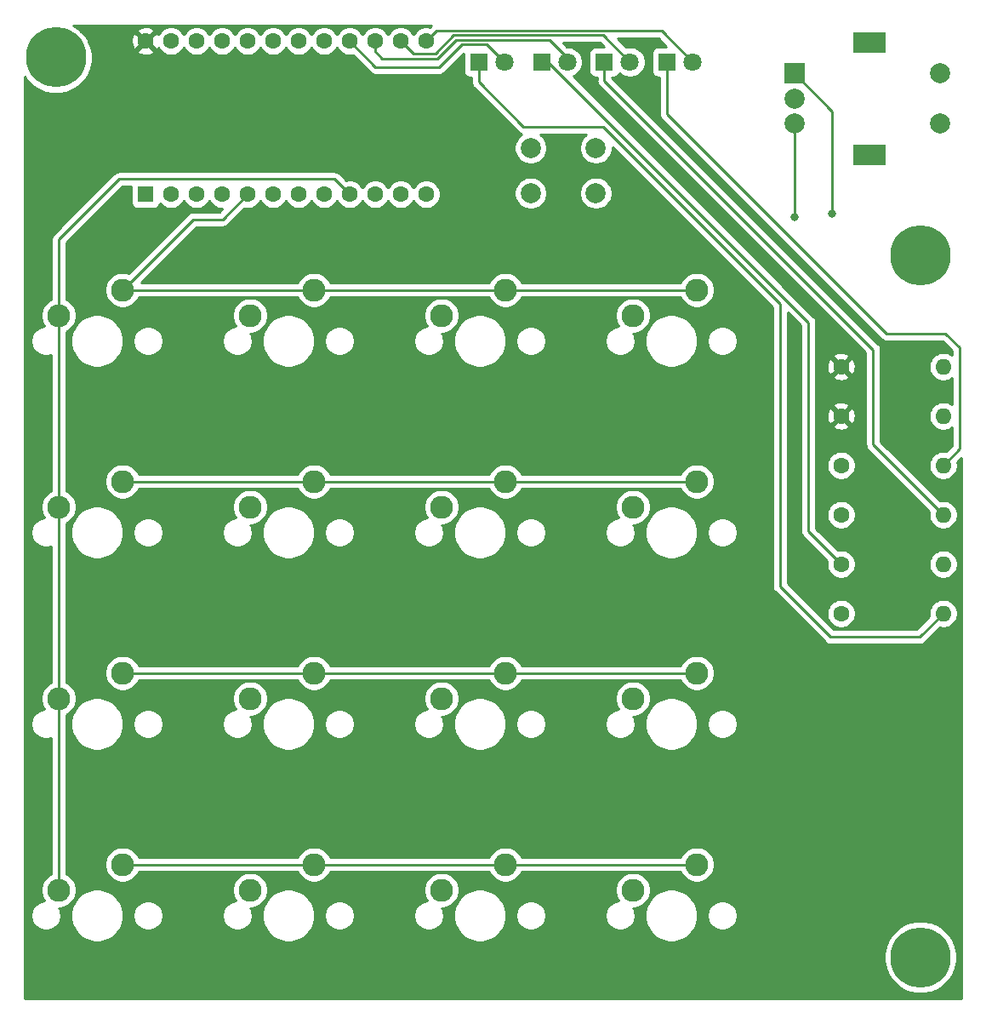
<source format=gbr>
%TF.GenerationSoftware,KiCad,Pcbnew,(5.1.6)-1*%
%TF.CreationDate,2021-05-12T17:33:29+01:00*%
%TF.ProjectId,HID_KEYPAD,4849445f-4b45-4595-9041-442e6b696361,rev?*%
%TF.SameCoordinates,Original*%
%TF.FileFunction,Copper,L1,Top*%
%TF.FilePolarity,Positive*%
%FSLAX46Y46*%
G04 Gerber Fmt 4.6, Leading zero omitted, Abs format (unit mm)*
G04 Created by KiCad (PCBNEW (5.1.6)-1) date 2021-05-12 17:33:29*
%MOMM*%
%LPD*%
G01*
G04 APERTURE LIST*
%TA.AperFunction,ComponentPad*%
%ADD10O,1.600000X1.600000*%
%TD*%
%TA.AperFunction,ComponentPad*%
%ADD11C,1.600000*%
%TD*%
%TA.AperFunction,ComponentPad*%
%ADD12C,1.800000*%
%TD*%
%TA.AperFunction,ComponentPad*%
%ADD13R,1.800000X1.800000*%
%TD*%
%TA.AperFunction,ComponentPad*%
%ADD14C,2.000000*%
%TD*%
%TA.AperFunction,ComponentPad*%
%ADD15C,6.000000*%
%TD*%
%TA.AperFunction,ComponentPad*%
%ADD16C,2.286000*%
%TD*%
%TA.AperFunction,ComponentPad*%
%ADD17R,1.600000X1.600000*%
%TD*%
%TA.AperFunction,ComponentPad*%
%ADD18R,2.000000X2.000000*%
%TD*%
%TA.AperFunction,ComponentPad*%
%ADD19R,3.200000X2.000000*%
%TD*%
%TA.AperFunction,ViaPad*%
%ADD20C,0.800000*%
%TD*%
%TA.AperFunction,Conductor*%
%ADD21C,0.250000*%
%TD*%
%TA.AperFunction,Conductor*%
%ADD22C,0.254000*%
%TD*%
G04 APERTURE END LIST*
D10*
%TO.P,R1,2*%
%TO.N,Net-(D1-Pad1)*%
X204760000Y-110200000D03*
D11*
%TO.P,R1,1*%
%TO.N,GND*%
X194600000Y-110200000D03*
%TD*%
D12*
%TO.P,D1,2*%
%TO.N,Net-(D1-Pad2)*%
X161090000Y-55350000D03*
D13*
%TO.P,D1,1*%
%TO.N,Net-(D1-Pad1)*%
X158550000Y-55350000D03*
%TD*%
D14*
%TO.P,SW1,1*%
%TO.N,Net-(SW1-Pad1)*%
X170200000Y-63900000D03*
%TO.P,SW1,2*%
%TO.N,Net-(SW1-Pad2)*%
X170200000Y-68400000D03*
%TO.P,SW1,1*%
%TO.N,Net-(SW1-Pad1)*%
X163700000Y-63900000D03*
%TO.P,SW1,2*%
%TO.N,Net-(SW1-Pad2)*%
X163700000Y-68400000D03*
%TD*%
D15*
%TO.P,H3,1*%
%TO.N,GND*%
X202500000Y-144400000D03*
%TD*%
%TO.P,H2,1*%
%TO.N,GND*%
X202500000Y-74550000D03*
%TD*%
%TO.P,H1,1*%
%TO.N,GND*%
X116450000Y-54900000D03*
%TD*%
D10*
%TO.P,R4,2*%
%TO.N,Net-(D4-Pad1)*%
X204760000Y-95470000D03*
D11*
%TO.P,R4,1*%
%TO.N,GND*%
X194600000Y-95470000D03*
%TD*%
D12*
%TO.P,D4,2*%
%TO.N,Net-(D4-Pad2)*%
X179840000Y-55350000D03*
D13*
%TO.P,D4,1*%
%TO.N,Net-(D4-Pad1)*%
X177300000Y-55350000D03*
%TD*%
D16*
%TO.P,SW18,2*%
%TO.N,/matrix/C4*%
X173890000Y-137710000D03*
%TO.P,SW18,1*%
%TO.N,/matrix/R4*%
X180240000Y-135170000D03*
%TD*%
%TO.P,SW17,2*%
%TO.N,/matrix/C4*%
X173890000Y-118660000D03*
%TO.P,SW17,1*%
%TO.N,/matrix/R3*%
X180240000Y-116120000D03*
%TD*%
%TO.P,SW16,2*%
%TO.N,/matrix/C4*%
X173890000Y-99610000D03*
%TO.P,SW16,1*%
%TO.N,/matrix/R2*%
X180240000Y-97070000D03*
%TD*%
%TO.P,SW15,2*%
%TO.N,/matrix/C4*%
X173890000Y-80560000D03*
%TO.P,SW15,1*%
%TO.N,/matrix/R1*%
X180240000Y-78020000D03*
%TD*%
%TO.P,SW14,2*%
%TO.N,/matrix/C3*%
X154840000Y-137710000D03*
%TO.P,SW14,1*%
%TO.N,/matrix/R4*%
X161190000Y-135170000D03*
%TD*%
%TO.P,SW13,2*%
%TO.N,/matrix/C3*%
X154840000Y-118660000D03*
%TO.P,SW13,1*%
%TO.N,/matrix/R3*%
X161190000Y-116120000D03*
%TD*%
%TO.P,SW12,2*%
%TO.N,/matrix/C3*%
X154840000Y-99610000D03*
%TO.P,SW12,1*%
%TO.N,/matrix/R2*%
X161190000Y-97070000D03*
%TD*%
%TO.P,SW11,2*%
%TO.N,/matrix/C3*%
X154840000Y-80560000D03*
%TO.P,SW11,1*%
%TO.N,/matrix/R1*%
X161190000Y-78020000D03*
%TD*%
%TO.P,SW10,2*%
%TO.N,/matrix/C2*%
X135790000Y-137710000D03*
%TO.P,SW10,1*%
%TO.N,/matrix/R4*%
X142140000Y-135170000D03*
%TD*%
%TO.P,SW9,2*%
%TO.N,/matrix/C2*%
X135790000Y-118660000D03*
%TO.P,SW9,1*%
%TO.N,/matrix/R3*%
X142140000Y-116120000D03*
%TD*%
%TO.P,SW8,2*%
%TO.N,/matrix/C2*%
X135790000Y-99610000D03*
%TO.P,SW8,1*%
%TO.N,/matrix/R2*%
X142140000Y-97070000D03*
%TD*%
%TO.P,SW7,2*%
%TO.N,/matrix/C2*%
X135790000Y-80560000D03*
%TO.P,SW7,1*%
%TO.N,/matrix/R1*%
X142140000Y-78020000D03*
%TD*%
%TO.P,SW6,2*%
%TO.N,/matrix/C1*%
X116740000Y-137710000D03*
%TO.P,SW6,1*%
%TO.N,/matrix/R4*%
X123090000Y-135170000D03*
%TD*%
%TO.P,SW5,2*%
%TO.N,/matrix/C1*%
X116740000Y-118660000D03*
%TO.P,SW5,1*%
%TO.N,/matrix/R3*%
X123090000Y-116120000D03*
%TD*%
%TO.P,SW4,2*%
%TO.N,/matrix/C1*%
X116740000Y-99610000D03*
%TO.P,SW4,1*%
%TO.N,/matrix/R2*%
X123090000Y-97070000D03*
%TD*%
%TO.P,SW3,2*%
%TO.N,/matrix/C1*%
X116740000Y-80560000D03*
%TO.P,SW3,1*%
%TO.N,/matrix/R1*%
X123090000Y-78020000D03*
%TD*%
D11*
%TO.P,U1,24*%
%TO.N,+5V*%
X125380000Y-53280000D03*
%TO.P,U1,23*%
%TO.N,Net-(SW1-Pad2)*%
X127920000Y-53280000D03*
%TO.P,U1,22*%
%TO.N,Net-(SW1-Pad1)*%
X130460000Y-53280000D03*
%TO.P,U1,21*%
%TO.N,Net-(U1-Pad21)*%
X133000000Y-53280000D03*
%TO.P,U1,20*%
%TO.N,Net-(U1-Pad20)*%
X135540000Y-53280000D03*
%TO.P,U1,19*%
%TO.N,SW*%
X138080000Y-53280000D03*
%TO.P,U1,18*%
%TO.N,DT*%
X140620000Y-53280000D03*
%TO.P,U1,17*%
%TO.N,CLK*%
X143160000Y-53280000D03*
%TO.P,U1,16*%
%TO.N,Net-(D1-Pad2)*%
X145700000Y-53280000D03*
%TO.P,U1,15*%
%TO.N,Net-(D2-Pad2)*%
X148240000Y-53280000D03*
%TO.P,U1,14*%
%TO.N,Net-(D3-Pad2)*%
X150780000Y-53280000D03*
%TO.P,U1,13*%
%TO.N,Net-(D4-Pad2)*%
X153320000Y-53280000D03*
%TO.P,U1,12*%
%TO.N,/matrix/C4*%
X153320000Y-68520000D03*
%TO.P,U1,11*%
%TO.N,/matrix/C3*%
X150780000Y-68520000D03*
%TO.P,U1,10*%
%TO.N,/matrix/C2*%
X148240000Y-68520000D03*
%TO.P,U1,9*%
%TO.N,/matrix/C1*%
X145700000Y-68520000D03*
%TO.P,U1,8*%
%TO.N,/matrix/R4*%
X143160000Y-68520000D03*
%TO.P,U1,7*%
%TO.N,/matrix/R3*%
X140620000Y-68520000D03*
%TO.P,U1,6*%
%TO.N,/matrix/R2*%
X138080000Y-68520000D03*
%TO.P,U1,5*%
%TO.N,/matrix/R1*%
X135540000Y-68520000D03*
%TO.P,U1,4*%
%TO.N,Net-(U1-Pad4)*%
X133000000Y-68520000D03*
%TO.P,U1,3*%
%TO.N,GND*%
X130460000Y-68520000D03*
%TO.P,U1,2*%
%TO.N,Net-(U1-Pad2)*%
X127920000Y-68520000D03*
D17*
%TO.P,U1,1*%
%TO.N,Net-(U1-Pad1)*%
X125380000Y-68520000D03*
%TD*%
D18*
%TO.P,SW2,A*%
%TO.N,CLK*%
X189950000Y-56500000D03*
D14*
%TO.P,SW2,C*%
%TO.N,GND*%
X189950000Y-59000000D03*
%TO.P,SW2,B*%
%TO.N,DT*%
X189950000Y-61500000D03*
D19*
%TO.P,SW2,MP*%
%TO.N,N/C*%
X197450000Y-53400000D03*
X197450000Y-64600000D03*
D14*
%TO.P,SW2,S2*%
%TO.N,GND*%
X204450000Y-56500000D03*
%TO.P,SW2,S1*%
%TO.N,SW*%
X204450000Y-61500000D03*
%TD*%
D10*
%TO.P,R6,2*%
%TO.N,CLK*%
X204760000Y-85650000D03*
D11*
%TO.P,R6,1*%
%TO.N,+5V*%
X194600000Y-85650000D03*
%TD*%
D10*
%TO.P,R5,2*%
%TO.N,DT*%
X204760000Y-90560000D03*
D11*
%TO.P,R5,1*%
%TO.N,+5V*%
X194600000Y-90560000D03*
%TD*%
D10*
%TO.P,R3,2*%
%TO.N,Net-(D3-Pad1)*%
X204760000Y-100380000D03*
D11*
%TO.P,R3,1*%
%TO.N,GND*%
X194600000Y-100380000D03*
%TD*%
D10*
%TO.P,R2,2*%
%TO.N,GND*%
X204760000Y-105290000D03*
D11*
%TO.P,R2,1*%
%TO.N,Net-(D2-Pad1)*%
X194600000Y-105290000D03*
%TD*%
D12*
%TO.P,D3,2*%
%TO.N,Net-(D3-Pad2)*%
X173590000Y-55350000D03*
D13*
%TO.P,D3,1*%
%TO.N,Net-(D3-Pad1)*%
X171050000Y-55350000D03*
%TD*%
D12*
%TO.P,D2,2*%
%TO.N,Net-(D2-Pad2)*%
X167340000Y-55350000D03*
D13*
%TO.P,D2,1*%
%TO.N,Net-(D2-Pad1)*%
X164800000Y-55350000D03*
%TD*%
D20*
%TO.N,DT*%
X189950000Y-70800000D03*
%TO.N,+5V*%
X187450000Y-83950000D03*
%TO.N,CLK*%
X193700000Y-70400000D03*
%TD*%
D21*
%TO.N,Net-(D1-Pad2)*%
X145700000Y-53280000D02*
X148270000Y-55850000D01*
X148270000Y-55850000D02*
X154600000Y-55850000D01*
X154600000Y-55850000D02*
X156850000Y-53600000D01*
X159340000Y-53600000D02*
X161090000Y-55350000D01*
X156850000Y-53600000D02*
X159340000Y-53600000D01*
%TO.N,Net-(D2-Pad2)*%
X148240000Y-53280000D02*
X148240000Y-54290000D01*
X148240000Y-54290000D02*
X148950000Y-55000000D01*
X148950000Y-55000000D02*
X154400000Y-55000000D01*
X156250010Y-53149990D02*
X165550010Y-53149990D01*
X154400000Y-55000000D02*
X156250010Y-53149990D01*
X167340000Y-54939980D02*
X167340000Y-55350000D01*
X165550010Y-53149990D02*
X167340000Y-54939980D01*
%TO.N,DT*%
X189950000Y-61500000D02*
X189950000Y-70800000D01*
%TO.N,+5V*%
X125380000Y-53280000D02*
X138300000Y-66200000D01*
X138300000Y-66200000D02*
X172400000Y-66200000D01*
X172400000Y-66200000D02*
X174050000Y-66200000D01*
X174050000Y-66200000D02*
X187450000Y-79600000D01*
X187450000Y-83950000D02*
X187450000Y-83950000D01*
X187450000Y-79600000D02*
X187450000Y-83950000D01*
X187450000Y-83950000D02*
X187450000Y-83950000D01*
%TO.N,CLK*%
X189950000Y-56500000D02*
X193700000Y-60250000D01*
X193700000Y-60250000D02*
X193700000Y-70400000D01*
X193700000Y-70400000D02*
X193700000Y-70400000D01*
%TO.N,/matrix/C1*%
X116740000Y-137710000D02*
X116740000Y-80560000D01*
X116740000Y-80560000D02*
X116740000Y-73010000D01*
X116740000Y-73010000D02*
X122750000Y-67000000D01*
X144180000Y-67000000D02*
X145700000Y-68520000D01*
X122750000Y-67000000D02*
X144180000Y-67000000D01*
%TO.N,/matrix/R1*%
X123090000Y-78020000D02*
X180240000Y-78020000D01*
X135540000Y-68520000D02*
X133060000Y-71000000D01*
X130110000Y-71000000D02*
X123090000Y-78020000D01*
X133060000Y-71000000D02*
X130110000Y-71000000D01*
%TO.N,/matrix/R2*%
X123090000Y-97070000D02*
X180240000Y-97070000D01*
%TO.N,/matrix/R3*%
X123090000Y-116120000D02*
X180240000Y-116120000D01*
%TO.N,/matrix/R4*%
X180240000Y-135170000D02*
X123090000Y-135170000D01*
%TO.N,Net-(D3-Pad2)*%
X152049990Y-54549990D02*
X150780000Y-53280000D01*
X154213600Y-54549990D02*
X152049990Y-54549990D01*
X156063609Y-52699981D02*
X154213600Y-54549990D01*
X170939981Y-52699981D02*
X156063609Y-52699981D01*
X173590000Y-55350000D02*
X170939981Y-52699981D01*
%TO.N,Net-(D4-Pad2)*%
X154350029Y-52249971D02*
X176739971Y-52249971D01*
X176739971Y-52249971D02*
X179840000Y-55350000D01*
X153320000Y-53280000D02*
X154350029Y-52249971D01*
%TO.N,Net-(D1-Pad1)*%
X202410000Y-112550000D02*
X204760000Y-110200000D01*
X188500000Y-107500000D02*
X193550000Y-112550000D01*
X158550000Y-57350000D02*
X163000000Y-61800000D01*
X158550000Y-55350000D02*
X158550000Y-57350000D01*
X163000000Y-61800000D02*
X170900000Y-61800000D01*
X193550000Y-112550000D02*
X202410000Y-112550000D01*
X170900000Y-61800000D02*
X188500000Y-79400000D01*
X188500000Y-79400000D02*
X188500000Y-107500000D01*
%TO.N,Net-(D2-Pad1)*%
X164800000Y-55350000D02*
X165450000Y-55350000D01*
X165450000Y-55350000D02*
X191350000Y-81250000D01*
X191350000Y-102040000D02*
X194600000Y-105290000D01*
X191350000Y-81250000D02*
X191350000Y-102040000D01*
%TO.N,Net-(D3-Pad1)*%
X171050000Y-55350000D02*
X171050000Y-57200000D01*
X171050000Y-57200000D02*
X197800000Y-83950000D01*
X197800000Y-93420000D02*
X204760000Y-100380000D01*
X197800000Y-83950000D02*
X197800000Y-93420000D01*
%TO.N,Net-(D4-Pad1)*%
X177300000Y-55350000D02*
X177300000Y-60550000D01*
X177300000Y-60550000D02*
X199100000Y-82350000D01*
X205000000Y-82350000D02*
X206400000Y-83750000D01*
X199100000Y-82350000D02*
X205000000Y-82350000D01*
X206400000Y-93830000D02*
X204760000Y-95470000D01*
X206400000Y-83750000D02*
X206400000Y-93830000D01*
%TD*%
D22*
%TO.N,+5V*%
G36*
X153786230Y-51738968D02*
G01*
X153643886Y-51881312D01*
X153461335Y-51845000D01*
X153178665Y-51845000D01*
X152901426Y-51900147D01*
X152640273Y-52008320D01*
X152405241Y-52165363D01*
X152205363Y-52365241D01*
X152050000Y-52597759D01*
X151894637Y-52365241D01*
X151694759Y-52165363D01*
X151459727Y-52008320D01*
X151198574Y-51900147D01*
X150921335Y-51845000D01*
X150638665Y-51845000D01*
X150361426Y-51900147D01*
X150100273Y-52008320D01*
X149865241Y-52165363D01*
X149665363Y-52365241D01*
X149510000Y-52597759D01*
X149354637Y-52365241D01*
X149154759Y-52165363D01*
X148919727Y-52008320D01*
X148658574Y-51900147D01*
X148381335Y-51845000D01*
X148098665Y-51845000D01*
X147821426Y-51900147D01*
X147560273Y-52008320D01*
X147325241Y-52165363D01*
X147125363Y-52365241D01*
X146970000Y-52597759D01*
X146814637Y-52365241D01*
X146614759Y-52165363D01*
X146379727Y-52008320D01*
X146118574Y-51900147D01*
X145841335Y-51845000D01*
X145558665Y-51845000D01*
X145281426Y-51900147D01*
X145020273Y-52008320D01*
X144785241Y-52165363D01*
X144585363Y-52365241D01*
X144430000Y-52597759D01*
X144274637Y-52365241D01*
X144074759Y-52165363D01*
X143839727Y-52008320D01*
X143578574Y-51900147D01*
X143301335Y-51845000D01*
X143018665Y-51845000D01*
X142741426Y-51900147D01*
X142480273Y-52008320D01*
X142245241Y-52165363D01*
X142045363Y-52365241D01*
X141890000Y-52597759D01*
X141734637Y-52365241D01*
X141534759Y-52165363D01*
X141299727Y-52008320D01*
X141038574Y-51900147D01*
X140761335Y-51845000D01*
X140478665Y-51845000D01*
X140201426Y-51900147D01*
X139940273Y-52008320D01*
X139705241Y-52165363D01*
X139505363Y-52365241D01*
X139350000Y-52597759D01*
X139194637Y-52365241D01*
X138994759Y-52165363D01*
X138759727Y-52008320D01*
X138498574Y-51900147D01*
X138221335Y-51845000D01*
X137938665Y-51845000D01*
X137661426Y-51900147D01*
X137400273Y-52008320D01*
X137165241Y-52165363D01*
X136965363Y-52365241D01*
X136810000Y-52597759D01*
X136654637Y-52365241D01*
X136454759Y-52165363D01*
X136219727Y-52008320D01*
X135958574Y-51900147D01*
X135681335Y-51845000D01*
X135398665Y-51845000D01*
X135121426Y-51900147D01*
X134860273Y-52008320D01*
X134625241Y-52165363D01*
X134425363Y-52365241D01*
X134270000Y-52597759D01*
X134114637Y-52365241D01*
X133914759Y-52165363D01*
X133679727Y-52008320D01*
X133418574Y-51900147D01*
X133141335Y-51845000D01*
X132858665Y-51845000D01*
X132581426Y-51900147D01*
X132320273Y-52008320D01*
X132085241Y-52165363D01*
X131885363Y-52365241D01*
X131730000Y-52597759D01*
X131574637Y-52365241D01*
X131374759Y-52165363D01*
X131139727Y-52008320D01*
X130878574Y-51900147D01*
X130601335Y-51845000D01*
X130318665Y-51845000D01*
X130041426Y-51900147D01*
X129780273Y-52008320D01*
X129545241Y-52165363D01*
X129345363Y-52365241D01*
X129190000Y-52597759D01*
X129034637Y-52365241D01*
X128834759Y-52165363D01*
X128599727Y-52008320D01*
X128338574Y-51900147D01*
X128061335Y-51845000D01*
X127778665Y-51845000D01*
X127501426Y-51900147D01*
X127240273Y-52008320D01*
X127005241Y-52165363D01*
X126805363Y-52365241D01*
X126649085Y-52599128D01*
X126616671Y-52538486D01*
X126372702Y-52466903D01*
X125559605Y-53280000D01*
X126372702Y-54093097D01*
X126616671Y-54021514D01*
X126647194Y-53957008D01*
X126648320Y-53959727D01*
X126805363Y-54194759D01*
X127005241Y-54394637D01*
X127240273Y-54551680D01*
X127501426Y-54659853D01*
X127778665Y-54715000D01*
X128061335Y-54715000D01*
X128338574Y-54659853D01*
X128599727Y-54551680D01*
X128834759Y-54394637D01*
X129034637Y-54194759D01*
X129190000Y-53962241D01*
X129345363Y-54194759D01*
X129545241Y-54394637D01*
X129780273Y-54551680D01*
X130041426Y-54659853D01*
X130318665Y-54715000D01*
X130601335Y-54715000D01*
X130878574Y-54659853D01*
X131139727Y-54551680D01*
X131374759Y-54394637D01*
X131574637Y-54194759D01*
X131730000Y-53962241D01*
X131885363Y-54194759D01*
X132085241Y-54394637D01*
X132320273Y-54551680D01*
X132581426Y-54659853D01*
X132858665Y-54715000D01*
X133141335Y-54715000D01*
X133418574Y-54659853D01*
X133679727Y-54551680D01*
X133914759Y-54394637D01*
X134114637Y-54194759D01*
X134270000Y-53962241D01*
X134425363Y-54194759D01*
X134625241Y-54394637D01*
X134860273Y-54551680D01*
X135121426Y-54659853D01*
X135398665Y-54715000D01*
X135681335Y-54715000D01*
X135958574Y-54659853D01*
X136219727Y-54551680D01*
X136454759Y-54394637D01*
X136654637Y-54194759D01*
X136810000Y-53962241D01*
X136965363Y-54194759D01*
X137165241Y-54394637D01*
X137400273Y-54551680D01*
X137661426Y-54659853D01*
X137938665Y-54715000D01*
X138221335Y-54715000D01*
X138498574Y-54659853D01*
X138759727Y-54551680D01*
X138994759Y-54394637D01*
X139194637Y-54194759D01*
X139350000Y-53962241D01*
X139505363Y-54194759D01*
X139705241Y-54394637D01*
X139940273Y-54551680D01*
X140201426Y-54659853D01*
X140478665Y-54715000D01*
X140761335Y-54715000D01*
X141038574Y-54659853D01*
X141299727Y-54551680D01*
X141534759Y-54394637D01*
X141734637Y-54194759D01*
X141890000Y-53962241D01*
X142045363Y-54194759D01*
X142245241Y-54394637D01*
X142480273Y-54551680D01*
X142741426Y-54659853D01*
X143018665Y-54715000D01*
X143301335Y-54715000D01*
X143578574Y-54659853D01*
X143839727Y-54551680D01*
X144074759Y-54394637D01*
X144274637Y-54194759D01*
X144430000Y-53962241D01*
X144585363Y-54194759D01*
X144785241Y-54394637D01*
X145020273Y-54551680D01*
X145281426Y-54659853D01*
X145558665Y-54715000D01*
X145841335Y-54715000D01*
X146023886Y-54678688D01*
X147706201Y-56361003D01*
X147729999Y-56390001D01*
X147845724Y-56484974D01*
X147977753Y-56555546D01*
X148121014Y-56599003D01*
X148232667Y-56610000D01*
X148232677Y-56610000D01*
X148270000Y-56613676D01*
X148307323Y-56610000D01*
X154562678Y-56610000D01*
X154600000Y-56613676D01*
X154637322Y-56610000D01*
X154637333Y-56610000D01*
X154748986Y-56599003D01*
X154892247Y-56555546D01*
X155024276Y-56484974D01*
X155140001Y-56390001D01*
X155163804Y-56360997D01*
X157011928Y-54512874D01*
X157011928Y-56250000D01*
X157024188Y-56374482D01*
X157060498Y-56494180D01*
X157119463Y-56604494D01*
X157198815Y-56701185D01*
X157295506Y-56780537D01*
X157405820Y-56839502D01*
X157525518Y-56875812D01*
X157650000Y-56888072D01*
X157790001Y-56888072D01*
X157790001Y-57312668D01*
X157786324Y-57350000D01*
X157800998Y-57498985D01*
X157844454Y-57642246D01*
X157915026Y-57774276D01*
X157980860Y-57854494D01*
X158010000Y-57890001D01*
X158038998Y-57913799D01*
X162436200Y-62311002D01*
X162459999Y-62340001D01*
X162575724Y-62434974D01*
X162707753Y-62505546D01*
X162801477Y-62533976D01*
X162657748Y-62630013D01*
X162430013Y-62857748D01*
X162251082Y-63125537D01*
X162127832Y-63423088D01*
X162065000Y-63738967D01*
X162065000Y-64061033D01*
X162127832Y-64376912D01*
X162251082Y-64674463D01*
X162430013Y-64942252D01*
X162657748Y-65169987D01*
X162925537Y-65348918D01*
X163223088Y-65472168D01*
X163538967Y-65535000D01*
X163861033Y-65535000D01*
X164176912Y-65472168D01*
X164474463Y-65348918D01*
X164742252Y-65169987D01*
X164969987Y-64942252D01*
X165148918Y-64674463D01*
X165272168Y-64376912D01*
X165335000Y-64061033D01*
X165335000Y-63738967D01*
X165272168Y-63423088D01*
X165148918Y-63125537D01*
X164969987Y-62857748D01*
X164742252Y-62630013D01*
X164637470Y-62560000D01*
X169262530Y-62560000D01*
X169157748Y-62630013D01*
X168930013Y-62857748D01*
X168751082Y-63125537D01*
X168627832Y-63423088D01*
X168565000Y-63738967D01*
X168565000Y-64061033D01*
X168627832Y-64376912D01*
X168751082Y-64674463D01*
X168930013Y-64942252D01*
X169157748Y-65169987D01*
X169425537Y-65348918D01*
X169723088Y-65472168D01*
X170038967Y-65535000D01*
X170361033Y-65535000D01*
X170676912Y-65472168D01*
X170974463Y-65348918D01*
X171242252Y-65169987D01*
X171469987Y-64942252D01*
X171648918Y-64674463D01*
X171772168Y-64376912D01*
X171835000Y-64061033D01*
X171835000Y-63809801D01*
X187740000Y-79714802D01*
X187740001Y-107462667D01*
X187736324Y-107500000D01*
X187750998Y-107648985D01*
X187794454Y-107792246D01*
X187865026Y-107924276D01*
X187936201Y-108011002D01*
X187960000Y-108040001D01*
X187988998Y-108063799D01*
X192986205Y-113061008D01*
X193009999Y-113090001D01*
X193038992Y-113113795D01*
X193038996Y-113113799D01*
X193109685Y-113171811D01*
X193125724Y-113184974D01*
X193257753Y-113255546D01*
X193401014Y-113299003D01*
X193512667Y-113310000D01*
X193512676Y-113310000D01*
X193549999Y-113313676D01*
X193587322Y-113310000D01*
X202372678Y-113310000D01*
X202410000Y-113313676D01*
X202447322Y-113310000D01*
X202447333Y-113310000D01*
X202558986Y-113299003D01*
X202702247Y-113255546D01*
X202834276Y-113184974D01*
X202950001Y-113090001D01*
X202973804Y-113060997D01*
X204436114Y-111598688D01*
X204618665Y-111635000D01*
X204901335Y-111635000D01*
X205178574Y-111579853D01*
X205439727Y-111471680D01*
X205674759Y-111314637D01*
X205874637Y-111114759D01*
X206031680Y-110879727D01*
X206139853Y-110618574D01*
X206195000Y-110341335D01*
X206195000Y-110058665D01*
X206139853Y-109781426D01*
X206031680Y-109520273D01*
X205874637Y-109285241D01*
X205674759Y-109085363D01*
X205439727Y-108928320D01*
X205178574Y-108820147D01*
X204901335Y-108765000D01*
X204618665Y-108765000D01*
X204341426Y-108820147D01*
X204080273Y-108928320D01*
X203845241Y-109085363D01*
X203645363Y-109285241D01*
X203488320Y-109520273D01*
X203380147Y-109781426D01*
X203325000Y-110058665D01*
X203325000Y-110341335D01*
X203361312Y-110523886D01*
X202095199Y-111790000D01*
X193864803Y-111790000D01*
X192133468Y-110058665D01*
X193165000Y-110058665D01*
X193165000Y-110341335D01*
X193220147Y-110618574D01*
X193328320Y-110879727D01*
X193485363Y-111114759D01*
X193685241Y-111314637D01*
X193920273Y-111471680D01*
X194181426Y-111579853D01*
X194458665Y-111635000D01*
X194741335Y-111635000D01*
X195018574Y-111579853D01*
X195279727Y-111471680D01*
X195514759Y-111314637D01*
X195714637Y-111114759D01*
X195871680Y-110879727D01*
X195979853Y-110618574D01*
X196035000Y-110341335D01*
X196035000Y-110058665D01*
X195979853Y-109781426D01*
X195871680Y-109520273D01*
X195714637Y-109285241D01*
X195514759Y-109085363D01*
X195279727Y-108928320D01*
X195018574Y-108820147D01*
X194741335Y-108765000D01*
X194458665Y-108765000D01*
X194181426Y-108820147D01*
X193920273Y-108928320D01*
X193685241Y-109085363D01*
X193485363Y-109285241D01*
X193328320Y-109520273D01*
X193220147Y-109781426D01*
X193165000Y-110058665D01*
X192133468Y-110058665D01*
X189260000Y-107185199D01*
X189260000Y-80234802D01*
X190590000Y-81564802D01*
X190590001Y-102002667D01*
X190586324Y-102040000D01*
X190600998Y-102188985D01*
X190644454Y-102332246D01*
X190715026Y-102464276D01*
X190786201Y-102551002D01*
X190810000Y-102580001D01*
X190838998Y-102603799D01*
X193201312Y-104966114D01*
X193165000Y-105148665D01*
X193165000Y-105431335D01*
X193220147Y-105708574D01*
X193328320Y-105969727D01*
X193485363Y-106204759D01*
X193685241Y-106404637D01*
X193920273Y-106561680D01*
X194181426Y-106669853D01*
X194458665Y-106725000D01*
X194741335Y-106725000D01*
X195018574Y-106669853D01*
X195279727Y-106561680D01*
X195514759Y-106404637D01*
X195714637Y-106204759D01*
X195871680Y-105969727D01*
X195979853Y-105708574D01*
X196035000Y-105431335D01*
X196035000Y-105148665D01*
X203325000Y-105148665D01*
X203325000Y-105431335D01*
X203380147Y-105708574D01*
X203488320Y-105969727D01*
X203645363Y-106204759D01*
X203845241Y-106404637D01*
X204080273Y-106561680D01*
X204341426Y-106669853D01*
X204618665Y-106725000D01*
X204901335Y-106725000D01*
X205178574Y-106669853D01*
X205439727Y-106561680D01*
X205674759Y-106404637D01*
X205874637Y-106204759D01*
X206031680Y-105969727D01*
X206139853Y-105708574D01*
X206195000Y-105431335D01*
X206195000Y-105148665D01*
X206139853Y-104871426D01*
X206031680Y-104610273D01*
X205874637Y-104375241D01*
X205674759Y-104175363D01*
X205439727Y-104018320D01*
X205178574Y-103910147D01*
X204901335Y-103855000D01*
X204618665Y-103855000D01*
X204341426Y-103910147D01*
X204080273Y-104018320D01*
X203845241Y-104175363D01*
X203645363Y-104375241D01*
X203488320Y-104610273D01*
X203380147Y-104871426D01*
X203325000Y-105148665D01*
X196035000Y-105148665D01*
X195979853Y-104871426D01*
X195871680Y-104610273D01*
X195714637Y-104375241D01*
X195514759Y-104175363D01*
X195279727Y-104018320D01*
X195018574Y-103910147D01*
X194741335Y-103855000D01*
X194458665Y-103855000D01*
X194276114Y-103891312D01*
X192110000Y-101725199D01*
X192110000Y-100238665D01*
X193165000Y-100238665D01*
X193165000Y-100521335D01*
X193220147Y-100798574D01*
X193328320Y-101059727D01*
X193485363Y-101294759D01*
X193685241Y-101494637D01*
X193920273Y-101651680D01*
X194181426Y-101759853D01*
X194458665Y-101815000D01*
X194741335Y-101815000D01*
X195018574Y-101759853D01*
X195279727Y-101651680D01*
X195514759Y-101494637D01*
X195714637Y-101294759D01*
X195871680Y-101059727D01*
X195979853Y-100798574D01*
X196035000Y-100521335D01*
X196035000Y-100238665D01*
X195979853Y-99961426D01*
X195871680Y-99700273D01*
X195714637Y-99465241D01*
X195514759Y-99265363D01*
X195279727Y-99108320D01*
X195018574Y-99000147D01*
X194741335Y-98945000D01*
X194458665Y-98945000D01*
X194181426Y-99000147D01*
X193920273Y-99108320D01*
X193685241Y-99265363D01*
X193485363Y-99465241D01*
X193328320Y-99700273D01*
X193220147Y-99961426D01*
X193165000Y-100238665D01*
X192110000Y-100238665D01*
X192110000Y-95328665D01*
X193165000Y-95328665D01*
X193165000Y-95611335D01*
X193220147Y-95888574D01*
X193328320Y-96149727D01*
X193485363Y-96384759D01*
X193685241Y-96584637D01*
X193920273Y-96741680D01*
X194181426Y-96849853D01*
X194458665Y-96905000D01*
X194741335Y-96905000D01*
X195018574Y-96849853D01*
X195279727Y-96741680D01*
X195514759Y-96584637D01*
X195714637Y-96384759D01*
X195871680Y-96149727D01*
X195979853Y-95888574D01*
X196035000Y-95611335D01*
X196035000Y-95328665D01*
X195979853Y-95051426D01*
X195871680Y-94790273D01*
X195714637Y-94555241D01*
X195514759Y-94355363D01*
X195279727Y-94198320D01*
X195018574Y-94090147D01*
X194741335Y-94035000D01*
X194458665Y-94035000D01*
X194181426Y-94090147D01*
X193920273Y-94198320D01*
X193685241Y-94355363D01*
X193485363Y-94555241D01*
X193328320Y-94790273D01*
X193220147Y-95051426D01*
X193165000Y-95328665D01*
X192110000Y-95328665D01*
X192110000Y-91552702D01*
X193786903Y-91552702D01*
X193858486Y-91796671D01*
X194113996Y-91917571D01*
X194388184Y-91986300D01*
X194670512Y-92000217D01*
X194950130Y-91958787D01*
X195216292Y-91863603D01*
X195341514Y-91796671D01*
X195413097Y-91552702D01*
X194600000Y-90739605D01*
X193786903Y-91552702D01*
X192110000Y-91552702D01*
X192110000Y-90630512D01*
X193159783Y-90630512D01*
X193201213Y-90910130D01*
X193296397Y-91176292D01*
X193363329Y-91301514D01*
X193607298Y-91373097D01*
X194420395Y-90560000D01*
X194779605Y-90560000D01*
X195592702Y-91373097D01*
X195836671Y-91301514D01*
X195957571Y-91046004D01*
X196026300Y-90771816D01*
X196040217Y-90489488D01*
X195998787Y-90209870D01*
X195903603Y-89943708D01*
X195836671Y-89818486D01*
X195592702Y-89746903D01*
X194779605Y-90560000D01*
X194420395Y-90560000D01*
X193607298Y-89746903D01*
X193363329Y-89818486D01*
X193242429Y-90073996D01*
X193173700Y-90348184D01*
X193159783Y-90630512D01*
X192110000Y-90630512D01*
X192110000Y-89567298D01*
X193786903Y-89567298D01*
X194600000Y-90380395D01*
X195413097Y-89567298D01*
X195341514Y-89323329D01*
X195086004Y-89202429D01*
X194811816Y-89133700D01*
X194529488Y-89119783D01*
X194249870Y-89161213D01*
X193983708Y-89256397D01*
X193858486Y-89323329D01*
X193786903Y-89567298D01*
X192110000Y-89567298D01*
X192110000Y-86642702D01*
X193786903Y-86642702D01*
X193858486Y-86886671D01*
X194113996Y-87007571D01*
X194388184Y-87076300D01*
X194670512Y-87090217D01*
X194950130Y-87048787D01*
X195216292Y-86953603D01*
X195341514Y-86886671D01*
X195413097Y-86642702D01*
X194600000Y-85829605D01*
X193786903Y-86642702D01*
X192110000Y-86642702D01*
X192110000Y-85720512D01*
X193159783Y-85720512D01*
X193201213Y-86000130D01*
X193296397Y-86266292D01*
X193363329Y-86391514D01*
X193607298Y-86463097D01*
X194420395Y-85650000D01*
X194779605Y-85650000D01*
X195592702Y-86463097D01*
X195836671Y-86391514D01*
X195957571Y-86136004D01*
X196026300Y-85861816D01*
X196040217Y-85579488D01*
X195998787Y-85299870D01*
X195903603Y-85033708D01*
X195836671Y-84908486D01*
X195592702Y-84836903D01*
X194779605Y-85650000D01*
X194420395Y-85650000D01*
X193607298Y-84836903D01*
X193363329Y-84908486D01*
X193242429Y-85163996D01*
X193173700Y-85438184D01*
X193159783Y-85720512D01*
X192110000Y-85720512D01*
X192110000Y-84657298D01*
X193786903Y-84657298D01*
X194600000Y-85470395D01*
X195413097Y-84657298D01*
X195341514Y-84413329D01*
X195086004Y-84292429D01*
X194811816Y-84223700D01*
X194529488Y-84209783D01*
X194249870Y-84251213D01*
X193983708Y-84346397D01*
X193858486Y-84413329D01*
X193786903Y-84657298D01*
X192110000Y-84657298D01*
X192110000Y-81287322D01*
X192113676Y-81249999D01*
X192110000Y-81212676D01*
X192110000Y-81212667D01*
X192099003Y-81101014D01*
X192055546Y-80957753D01*
X191984974Y-80825724D01*
X191890001Y-80709999D01*
X191861004Y-80686202D01*
X167938405Y-56763604D01*
X168067095Y-56710299D01*
X168318505Y-56542312D01*
X168532312Y-56328505D01*
X168700299Y-56077095D01*
X168816011Y-55797743D01*
X168875000Y-55501184D01*
X168875000Y-55198816D01*
X168816011Y-54902257D01*
X168700299Y-54622905D01*
X168532312Y-54371495D01*
X168318505Y-54157688D01*
X168067095Y-53989701D01*
X167787743Y-53873989D01*
X167491184Y-53815000D01*
X167289822Y-53815000D01*
X166934802Y-53459981D01*
X170625180Y-53459981D01*
X170977127Y-53811928D01*
X170150000Y-53811928D01*
X170025518Y-53824188D01*
X169905820Y-53860498D01*
X169795506Y-53919463D01*
X169698815Y-53998815D01*
X169619463Y-54095506D01*
X169560498Y-54205820D01*
X169524188Y-54325518D01*
X169511928Y-54450000D01*
X169511928Y-56250000D01*
X169524188Y-56374482D01*
X169560498Y-56494180D01*
X169619463Y-56604494D01*
X169698815Y-56701185D01*
X169795506Y-56780537D01*
X169905820Y-56839502D01*
X170025518Y-56875812D01*
X170150000Y-56888072D01*
X170290001Y-56888072D01*
X170290001Y-57162668D01*
X170286324Y-57200000D01*
X170300998Y-57348985D01*
X170344454Y-57492246D01*
X170415026Y-57624276D01*
X170429775Y-57642247D01*
X170510000Y-57740001D01*
X170538998Y-57763799D01*
X197040000Y-84264802D01*
X197040001Y-93382668D01*
X197036324Y-93420000D01*
X197050998Y-93568985D01*
X197094454Y-93712246D01*
X197165026Y-93844276D01*
X197183949Y-93867333D01*
X197260000Y-93960001D01*
X197288998Y-93983799D01*
X203361312Y-100056115D01*
X203325000Y-100238665D01*
X203325000Y-100521335D01*
X203380147Y-100798574D01*
X203488320Y-101059727D01*
X203645363Y-101294759D01*
X203845241Y-101494637D01*
X204080273Y-101651680D01*
X204341426Y-101759853D01*
X204618665Y-101815000D01*
X204901335Y-101815000D01*
X205178574Y-101759853D01*
X205439727Y-101651680D01*
X205674759Y-101494637D01*
X205874637Y-101294759D01*
X206031680Y-101059727D01*
X206139853Y-100798574D01*
X206195000Y-100521335D01*
X206195000Y-100238665D01*
X206139853Y-99961426D01*
X206031680Y-99700273D01*
X205874637Y-99465241D01*
X205674759Y-99265363D01*
X205439727Y-99108320D01*
X205178574Y-99000147D01*
X204901335Y-98945000D01*
X204618665Y-98945000D01*
X204436115Y-98981312D01*
X198560000Y-93105199D01*
X198560000Y-83987325D01*
X198563676Y-83950000D01*
X198560000Y-83912675D01*
X198560000Y-83912667D01*
X198549003Y-83801014D01*
X198505546Y-83657753D01*
X198434974Y-83525724D01*
X198340001Y-83409999D01*
X198311004Y-83386202D01*
X171812873Y-56888072D01*
X171950000Y-56888072D01*
X172074482Y-56875812D01*
X172194180Y-56839502D01*
X172304494Y-56780537D01*
X172401185Y-56701185D01*
X172480537Y-56604494D01*
X172539502Y-56494180D01*
X172545056Y-56475873D01*
X172611495Y-56542312D01*
X172862905Y-56710299D01*
X173142257Y-56826011D01*
X173438816Y-56885000D01*
X173741184Y-56885000D01*
X174037743Y-56826011D01*
X174317095Y-56710299D01*
X174568505Y-56542312D01*
X174782312Y-56328505D01*
X174950299Y-56077095D01*
X175066011Y-55797743D01*
X175125000Y-55501184D01*
X175125000Y-55198816D01*
X175066011Y-54902257D01*
X174950299Y-54622905D01*
X174782312Y-54371495D01*
X174568505Y-54157688D01*
X174317095Y-53989701D01*
X174037743Y-53873989D01*
X173741184Y-53815000D01*
X173438816Y-53815000D01*
X173181070Y-53866269D01*
X172324772Y-53009971D01*
X176425170Y-53009971D01*
X177227127Y-53811928D01*
X176400000Y-53811928D01*
X176275518Y-53824188D01*
X176155820Y-53860498D01*
X176045506Y-53919463D01*
X175948815Y-53998815D01*
X175869463Y-54095506D01*
X175810498Y-54205820D01*
X175774188Y-54325518D01*
X175761928Y-54450000D01*
X175761928Y-56250000D01*
X175774188Y-56374482D01*
X175810498Y-56494180D01*
X175869463Y-56604494D01*
X175948815Y-56701185D01*
X176045506Y-56780537D01*
X176155820Y-56839502D01*
X176275518Y-56875812D01*
X176400000Y-56888072D01*
X176540000Y-56888072D01*
X176540001Y-60512668D01*
X176536324Y-60550000D01*
X176550998Y-60698985D01*
X176594454Y-60842246D01*
X176665026Y-60974276D01*
X176715948Y-61036324D01*
X176760000Y-61090001D01*
X176788998Y-61113799D01*
X198536200Y-82861002D01*
X198559999Y-82890001D01*
X198675724Y-82984974D01*
X198807753Y-83055546D01*
X198951014Y-83099003D01*
X199062667Y-83110000D01*
X199062675Y-83110000D01*
X199100000Y-83113676D01*
X199137325Y-83110000D01*
X204685199Y-83110000D01*
X205640000Y-84064802D01*
X205640000Y-84512138D01*
X205439727Y-84378320D01*
X205178574Y-84270147D01*
X204901335Y-84215000D01*
X204618665Y-84215000D01*
X204341426Y-84270147D01*
X204080273Y-84378320D01*
X203845241Y-84535363D01*
X203645363Y-84735241D01*
X203488320Y-84970273D01*
X203380147Y-85231426D01*
X203325000Y-85508665D01*
X203325000Y-85791335D01*
X203380147Y-86068574D01*
X203488320Y-86329727D01*
X203645363Y-86564759D01*
X203845241Y-86764637D01*
X204080273Y-86921680D01*
X204341426Y-87029853D01*
X204618665Y-87085000D01*
X204901335Y-87085000D01*
X205178574Y-87029853D01*
X205439727Y-86921680D01*
X205640000Y-86787862D01*
X205640001Y-89422138D01*
X205439727Y-89288320D01*
X205178574Y-89180147D01*
X204901335Y-89125000D01*
X204618665Y-89125000D01*
X204341426Y-89180147D01*
X204080273Y-89288320D01*
X203845241Y-89445363D01*
X203645363Y-89645241D01*
X203488320Y-89880273D01*
X203380147Y-90141426D01*
X203325000Y-90418665D01*
X203325000Y-90701335D01*
X203380147Y-90978574D01*
X203488320Y-91239727D01*
X203645363Y-91474759D01*
X203845241Y-91674637D01*
X204080273Y-91831680D01*
X204341426Y-91939853D01*
X204618665Y-91995000D01*
X204901335Y-91995000D01*
X205178574Y-91939853D01*
X205439727Y-91831680D01*
X205640001Y-91697862D01*
X205640001Y-93515197D01*
X205083886Y-94071312D01*
X204901335Y-94035000D01*
X204618665Y-94035000D01*
X204341426Y-94090147D01*
X204080273Y-94198320D01*
X203845241Y-94355363D01*
X203645363Y-94555241D01*
X203488320Y-94790273D01*
X203380147Y-95051426D01*
X203325000Y-95328665D01*
X203325000Y-95611335D01*
X203380147Y-95888574D01*
X203488320Y-96149727D01*
X203645363Y-96384759D01*
X203845241Y-96584637D01*
X204080273Y-96741680D01*
X204341426Y-96849853D01*
X204618665Y-96905000D01*
X204901335Y-96905000D01*
X205178574Y-96849853D01*
X205439727Y-96741680D01*
X205674759Y-96584637D01*
X205874637Y-96384759D01*
X206031680Y-96149727D01*
X206139853Y-95888574D01*
X206195000Y-95611335D01*
X206195000Y-95328665D01*
X206158688Y-95146114D01*
X206590000Y-94714801D01*
X206590001Y-148490000D01*
X113360000Y-148490000D01*
X113360000Y-144041984D01*
X198865000Y-144041984D01*
X198865000Y-144758016D01*
X199004691Y-145460290D01*
X199278705Y-146121818D01*
X199676511Y-146717177D01*
X200182823Y-147223489D01*
X200778182Y-147621295D01*
X201439710Y-147895309D01*
X202141984Y-148035000D01*
X202858016Y-148035000D01*
X203560290Y-147895309D01*
X204221818Y-147621295D01*
X204817177Y-147223489D01*
X205323489Y-146717177D01*
X205721295Y-146121818D01*
X205995309Y-145460290D01*
X206135000Y-144758016D01*
X206135000Y-144041984D01*
X205995309Y-143339710D01*
X205721295Y-142678182D01*
X205323489Y-142082823D01*
X204817177Y-141576511D01*
X204221818Y-141178705D01*
X203560290Y-140904691D01*
X202858016Y-140765000D01*
X202141984Y-140765000D01*
X201439710Y-140904691D01*
X200778182Y-141178705D01*
X200182823Y-141576511D01*
X199676511Y-142082823D01*
X199278705Y-142678182D01*
X199004691Y-143339710D01*
X198865000Y-144041984D01*
X113360000Y-144041984D01*
X113360000Y-82953652D01*
X113984100Y-82953652D01*
X113984100Y-83246348D01*
X114041202Y-83533421D01*
X114153212Y-83803838D01*
X114315826Y-84047206D01*
X114522794Y-84254174D01*
X114766162Y-84416788D01*
X115036579Y-84528798D01*
X115323652Y-84585900D01*
X115616348Y-84585900D01*
X115903421Y-84528798D01*
X115980001Y-84497078D01*
X115980001Y-98000309D01*
X115897801Y-98034357D01*
X115606591Y-98228937D01*
X115358937Y-98476591D01*
X115164357Y-98767801D01*
X115030328Y-99091377D01*
X114962000Y-99434882D01*
X114962000Y-99785118D01*
X115030328Y-100128623D01*
X115164357Y-100452199D01*
X115308022Y-100667209D01*
X115036579Y-100721202D01*
X114766162Y-100833212D01*
X114522794Y-100995826D01*
X114315826Y-101202794D01*
X114153212Y-101446162D01*
X114041202Y-101716579D01*
X113984100Y-102003652D01*
X113984100Y-102296348D01*
X114041202Y-102583421D01*
X114153212Y-102853838D01*
X114315826Y-103097206D01*
X114522794Y-103304174D01*
X114766162Y-103466788D01*
X115036579Y-103578798D01*
X115323652Y-103635900D01*
X115616348Y-103635900D01*
X115903421Y-103578798D01*
X115980001Y-103547078D01*
X115980000Y-117050309D01*
X115897801Y-117084357D01*
X115606591Y-117278937D01*
X115358937Y-117526591D01*
X115164357Y-117817801D01*
X115030328Y-118141377D01*
X114962000Y-118484882D01*
X114962000Y-118835118D01*
X115030328Y-119178623D01*
X115164357Y-119502199D01*
X115308022Y-119717209D01*
X115036579Y-119771202D01*
X114766162Y-119883212D01*
X114522794Y-120045826D01*
X114315826Y-120252794D01*
X114153212Y-120496162D01*
X114041202Y-120766579D01*
X113984100Y-121053652D01*
X113984100Y-121346348D01*
X114041202Y-121633421D01*
X114153212Y-121903838D01*
X114315826Y-122147206D01*
X114522794Y-122354174D01*
X114766162Y-122516788D01*
X115036579Y-122628798D01*
X115323652Y-122685900D01*
X115616348Y-122685900D01*
X115903421Y-122628798D01*
X115980000Y-122597078D01*
X115980000Y-136100309D01*
X115897801Y-136134357D01*
X115606591Y-136328937D01*
X115358937Y-136576591D01*
X115164357Y-136867801D01*
X115030328Y-137191377D01*
X114962000Y-137534882D01*
X114962000Y-137885118D01*
X115030328Y-138228623D01*
X115164357Y-138552199D01*
X115308022Y-138767209D01*
X115036579Y-138821202D01*
X114766162Y-138933212D01*
X114522794Y-139095826D01*
X114315826Y-139302794D01*
X114153212Y-139546162D01*
X114041202Y-139816579D01*
X113984100Y-140103652D01*
X113984100Y-140396348D01*
X114041202Y-140683421D01*
X114153212Y-140953838D01*
X114315826Y-141197206D01*
X114522794Y-141404174D01*
X114766162Y-141566788D01*
X115036579Y-141678798D01*
X115323652Y-141735900D01*
X115616348Y-141735900D01*
X115903421Y-141678798D01*
X116173838Y-141566788D01*
X116417206Y-141404174D01*
X116624174Y-141197206D01*
X116786788Y-140953838D01*
X116898798Y-140683421D01*
X116955900Y-140396348D01*
X116955900Y-140103652D01*
X116933508Y-139991076D01*
X117921100Y-139991076D01*
X117921100Y-140508924D01*
X118022127Y-141016822D01*
X118220299Y-141495251D01*
X118508000Y-141925826D01*
X118874174Y-142292000D01*
X119304749Y-142579701D01*
X119783178Y-142777873D01*
X120291076Y-142878900D01*
X120808924Y-142878900D01*
X121316822Y-142777873D01*
X121795251Y-142579701D01*
X122225826Y-142292000D01*
X122592000Y-141925826D01*
X122879701Y-141495251D01*
X123077873Y-141016822D01*
X123178900Y-140508924D01*
X123178900Y-140103652D01*
X124144100Y-140103652D01*
X124144100Y-140396348D01*
X124201202Y-140683421D01*
X124313212Y-140953838D01*
X124475826Y-141197206D01*
X124682794Y-141404174D01*
X124926162Y-141566788D01*
X125196579Y-141678798D01*
X125483652Y-141735900D01*
X125776348Y-141735900D01*
X126063421Y-141678798D01*
X126333838Y-141566788D01*
X126577206Y-141404174D01*
X126784174Y-141197206D01*
X126946788Y-140953838D01*
X127058798Y-140683421D01*
X127115900Y-140396348D01*
X127115900Y-140103652D01*
X133034100Y-140103652D01*
X133034100Y-140396348D01*
X133091202Y-140683421D01*
X133203212Y-140953838D01*
X133365826Y-141197206D01*
X133572794Y-141404174D01*
X133816162Y-141566788D01*
X134086579Y-141678798D01*
X134373652Y-141735900D01*
X134666348Y-141735900D01*
X134953421Y-141678798D01*
X135223838Y-141566788D01*
X135467206Y-141404174D01*
X135674174Y-141197206D01*
X135836788Y-140953838D01*
X135948798Y-140683421D01*
X136005900Y-140396348D01*
X136005900Y-140103652D01*
X135983508Y-139991076D01*
X136971100Y-139991076D01*
X136971100Y-140508924D01*
X137072127Y-141016822D01*
X137270299Y-141495251D01*
X137558000Y-141925826D01*
X137924174Y-142292000D01*
X138354749Y-142579701D01*
X138833178Y-142777873D01*
X139341076Y-142878900D01*
X139858924Y-142878900D01*
X140366822Y-142777873D01*
X140845251Y-142579701D01*
X141275826Y-142292000D01*
X141642000Y-141925826D01*
X141929701Y-141495251D01*
X142127873Y-141016822D01*
X142228900Y-140508924D01*
X142228900Y-140103652D01*
X143194100Y-140103652D01*
X143194100Y-140396348D01*
X143251202Y-140683421D01*
X143363212Y-140953838D01*
X143525826Y-141197206D01*
X143732794Y-141404174D01*
X143976162Y-141566788D01*
X144246579Y-141678798D01*
X144533652Y-141735900D01*
X144826348Y-141735900D01*
X145113421Y-141678798D01*
X145383838Y-141566788D01*
X145627206Y-141404174D01*
X145834174Y-141197206D01*
X145996788Y-140953838D01*
X146108798Y-140683421D01*
X146165900Y-140396348D01*
X146165900Y-140103652D01*
X152084100Y-140103652D01*
X152084100Y-140396348D01*
X152141202Y-140683421D01*
X152253212Y-140953838D01*
X152415826Y-141197206D01*
X152622794Y-141404174D01*
X152866162Y-141566788D01*
X153136579Y-141678798D01*
X153423652Y-141735900D01*
X153716348Y-141735900D01*
X154003421Y-141678798D01*
X154273838Y-141566788D01*
X154517206Y-141404174D01*
X154724174Y-141197206D01*
X154886788Y-140953838D01*
X154998798Y-140683421D01*
X155055900Y-140396348D01*
X155055900Y-140103652D01*
X155033508Y-139991076D01*
X156021100Y-139991076D01*
X156021100Y-140508924D01*
X156122127Y-141016822D01*
X156320299Y-141495251D01*
X156608000Y-141925826D01*
X156974174Y-142292000D01*
X157404749Y-142579701D01*
X157883178Y-142777873D01*
X158391076Y-142878900D01*
X158908924Y-142878900D01*
X159416822Y-142777873D01*
X159895251Y-142579701D01*
X160325826Y-142292000D01*
X160692000Y-141925826D01*
X160979701Y-141495251D01*
X161177873Y-141016822D01*
X161278900Y-140508924D01*
X161278900Y-140103652D01*
X162244100Y-140103652D01*
X162244100Y-140396348D01*
X162301202Y-140683421D01*
X162413212Y-140953838D01*
X162575826Y-141197206D01*
X162782794Y-141404174D01*
X163026162Y-141566788D01*
X163296579Y-141678798D01*
X163583652Y-141735900D01*
X163876348Y-141735900D01*
X164163421Y-141678798D01*
X164433838Y-141566788D01*
X164677206Y-141404174D01*
X164884174Y-141197206D01*
X165046788Y-140953838D01*
X165158798Y-140683421D01*
X165215900Y-140396348D01*
X165215900Y-140103652D01*
X171134100Y-140103652D01*
X171134100Y-140396348D01*
X171191202Y-140683421D01*
X171303212Y-140953838D01*
X171465826Y-141197206D01*
X171672794Y-141404174D01*
X171916162Y-141566788D01*
X172186579Y-141678798D01*
X172473652Y-141735900D01*
X172766348Y-141735900D01*
X173053421Y-141678798D01*
X173323838Y-141566788D01*
X173567206Y-141404174D01*
X173774174Y-141197206D01*
X173936788Y-140953838D01*
X174048798Y-140683421D01*
X174105900Y-140396348D01*
X174105900Y-140103652D01*
X174083508Y-139991076D01*
X175071100Y-139991076D01*
X175071100Y-140508924D01*
X175172127Y-141016822D01*
X175370299Y-141495251D01*
X175658000Y-141925826D01*
X176024174Y-142292000D01*
X176454749Y-142579701D01*
X176933178Y-142777873D01*
X177441076Y-142878900D01*
X177958924Y-142878900D01*
X178466822Y-142777873D01*
X178945251Y-142579701D01*
X179375826Y-142292000D01*
X179742000Y-141925826D01*
X180029701Y-141495251D01*
X180227873Y-141016822D01*
X180328900Y-140508924D01*
X180328900Y-140103652D01*
X181294100Y-140103652D01*
X181294100Y-140396348D01*
X181351202Y-140683421D01*
X181463212Y-140953838D01*
X181625826Y-141197206D01*
X181832794Y-141404174D01*
X182076162Y-141566788D01*
X182346579Y-141678798D01*
X182633652Y-141735900D01*
X182926348Y-141735900D01*
X183213421Y-141678798D01*
X183483838Y-141566788D01*
X183727206Y-141404174D01*
X183934174Y-141197206D01*
X184096788Y-140953838D01*
X184208798Y-140683421D01*
X184265900Y-140396348D01*
X184265900Y-140103652D01*
X184208798Y-139816579D01*
X184096788Y-139546162D01*
X183934174Y-139302794D01*
X183727206Y-139095826D01*
X183483838Y-138933212D01*
X183213421Y-138821202D01*
X182926348Y-138764100D01*
X182633652Y-138764100D01*
X182346579Y-138821202D01*
X182076162Y-138933212D01*
X181832794Y-139095826D01*
X181625826Y-139302794D01*
X181463212Y-139546162D01*
X181351202Y-139816579D01*
X181294100Y-140103652D01*
X180328900Y-140103652D01*
X180328900Y-139991076D01*
X180227873Y-139483178D01*
X180029701Y-139004749D01*
X179742000Y-138574174D01*
X179375826Y-138208000D01*
X178945251Y-137920299D01*
X178466822Y-137722127D01*
X177958924Y-137621100D01*
X177441076Y-137621100D01*
X176933178Y-137722127D01*
X176454749Y-137920299D01*
X176024174Y-138208000D01*
X175658000Y-138574174D01*
X175370299Y-139004749D01*
X175172127Y-139483178D01*
X175071100Y-139991076D01*
X174083508Y-139991076D01*
X174048798Y-139816579D01*
X173936788Y-139546162D01*
X173897925Y-139488000D01*
X174065118Y-139488000D01*
X174408623Y-139419672D01*
X174732199Y-139285643D01*
X175023409Y-139091063D01*
X175271063Y-138843409D01*
X175465643Y-138552199D01*
X175599672Y-138228623D01*
X175668000Y-137885118D01*
X175668000Y-137534882D01*
X175599672Y-137191377D01*
X175465643Y-136867801D01*
X175271063Y-136576591D01*
X175023409Y-136328937D01*
X174732199Y-136134357D01*
X174408623Y-136000328D01*
X174065118Y-135932000D01*
X173714882Y-135932000D01*
X173371377Y-136000328D01*
X173047801Y-136134357D01*
X172756591Y-136328937D01*
X172508937Y-136576591D01*
X172314357Y-136867801D01*
X172180328Y-137191377D01*
X172112000Y-137534882D01*
X172112000Y-137885118D01*
X172180328Y-138228623D01*
X172314357Y-138552199D01*
X172458022Y-138767209D01*
X172186579Y-138821202D01*
X171916162Y-138933212D01*
X171672794Y-139095826D01*
X171465826Y-139302794D01*
X171303212Y-139546162D01*
X171191202Y-139816579D01*
X171134100Y-140103652D01*
X165215900Y-140103652D01*
X165158798Y-139816579D01*
X165046788Y-139546162D01*
X164884174Y-139302794D01*
X164677206Y-139095826D01*
X164433838Y-138933212D01*
X164163421Y-138821202D01*
X163876348Y-138764100D01*
X163583652Y-138764100D01*
X163296579Y-138821202D01*
X163026162Y-138933212D01*
X162782794Y-139095826D01*
X162575826Y-139302794D01*
X162413212Y-139546162D01*
X162301202Y-139816579D01*
X162244100Y-140103652D01*
X161278900Y-140103652D01*
X161278900Y-139991076D01*
X161177873Y-139483178D01*
X160979701Y-139004749D01*
X160692000Y-138574174D01*
X160325826Y-138208000D01*
X159895251Y-137920299D01*
X159416822Y-137722127D01*
X158908924Y-137621100D01*
X158391076Y-137621100D01*
X157883178Y-137722127D01*
X157404749Y-137920299D01*
X156974174Y-138208000D01*
X156608000Y-138574174D01*
X156320299Y-139004749D01*
X156122127Y-139483178D01*
X156021100Y-139991076D01*
X155033508Y-139991076D01*
X154998798Y-139816579D01*
X154886788Y-139546162D01*
X154847925Y-139488000D01*
X155015118Y-139488000D01*
X155358623Y-139419672D01*
X155682199Y-139285643D01*
X155973409Y-139091063D01*
X156221063Y-138843409D01*
X156415643Y-138552199D01*
X156549672Y-138228623D01*
X156618000Y-137885118D01*
X156618000Y-137534882D01*
X156549672Y-137191377D01*
X156415643Y-136867801D01*
X156221063Y-136576591D01*
X155973409Y-136328937D01*
X155682199Y-136134357D01*
X155358623Y-136000328D01*
X155015118Y-135932000D01*
X154664882Y-135932000D01*
X154321377Y-136000328D01*
X153997801Y-136134357D01*
X153706591Y-136328937D01*
X153458937Y-136576591D01*
X153264357Y-136867801D01*
X153130328Y-137191377D01*
X153062000Y-137534882D01*
X153062000Y-137885118D01*
X153130328Y-138228623D01*
X153264357Y-138552199D01*
X153408022Y-138767209D01*
X153136579Y-138821202D01*
X152866162Y-138933212D01*
X152622794Y-139095826D01*
X152415826Y-139302794D01*
X152253212Y-139546162D01*
X152141202Y-139816579D01*
X152084100Y-140103652D01*
X146165900Y-140103652D01*
X146108798Y-139816579D01*
X145996788Y-139546162D01*
X145834174Y-139302794D01*
X145627206Y-139095826D01*
X145383838Y-138933212D01*
X145113421Y-138821202D01*
X144826348Y-138764100D01*
X144533652Y-138764100D01*
X144246579Y-138821202D01*
X143976162Y-138933212D01*
X143732794Y-139095826D01*
X143525826Y-139302794D01*
X143363212Y-139546162D01*
X143251202Y-139816579D01*
X143194100Y-140103652D01*
X142228900Y-140103652D01*
X142228900Y-139991076D01*
X142127873Y-139483178D01*
X141929701Y-139004749D01*
X141642000Y-138574174D01*
X141275826Y-138208000D01*
X140845251Y-137920299D01*
X140366822Y-137722127D01*
X139858924Y-137621100D01*
X139341076Y-137621100D01*
X138833178Y-137722127D01*
X138354749Y-137920299D01*
X137924174Y-138208000D01*
X137558000Y-138574174D01*
X137270299Y-139004749D01*
X137072127Y-139483178D01*
X136971100Y-139991076D01*
X135983508Y-139991076D01*
X135948798Y-139816579D01*
X135836788Y-139546162D01*
X135797925Y-139488000D01*
X135965118Y-139488000D01*
X136308623Y-139419672D01*
X136632199Y-139285643D01*
X136923409Y-139091063D01*
X137171063Y-138843409D01*
X137365643Y-138552199D01*
X137499672Y-138228623D01*
X137568000Y-137885118D01*
X137568000Y-137534882D01*
X137499672Y-137191377D01*
X137365643Y-136867801D01*
X137171063Y-136576591D01*
X136923409Y-136328937D01*
X136632199Y-136134357D01*
X136308623Y-136000328D01*
X135965118Y-135932000D01*
X135614882Y-135932000D01*
X135271377Y-136000328D01*
X134947801Y-136134357D01*
X134656591Y-136328937D01*
X134408937Y-136576591D01*
X134214357Y-136867801D01*
X134080328Y-137191377D01*
X134012000Y-137534882D01*
X134012000Y-137885118D01*
X134080328Y-138228623D01*
X134214357Y-138552199D01*
X134358022Y-138767209D01*
X134086579Y-138821202D01*
X133816162Y-138933212D01*
X133572794Y-139095826D01*
X133365826Y-139302794D01*
X133203212Y-139546162D01*
X133091202Y-139816579D01*
X133034100Y-140103652D01*
X127115900Y-140103652D01*
X127058798Y-139816579D01*
X126946788Y-139546162D01*
X126784174Y-139302794D01*
X126577206Y-139095826D01*
X126333838Y-138933212D01*
X126063421Y-138821202D01*
X125776348Y-138764100D01*
X125483652Y-138764100D01*
X125196579Y-138821202D01*
X124926162Y-138933212D01*
X124682794Y-139095826D01*
X124475826Y-139302794D01*
X124313212Y-139546162D01*
X124201202Y-139816579D01*
X124144100Y-140103652D01*
X123178900Y-140103652D01*
X123178900Y-139991076D01*
X123077873Y-139483178D01*
X122879701Y-139004749D01*
X122592000Y-138574174D01*
X122225826Y-138208000D01*
X121795251Y-137920299D01*
X121316822Y-137722127D01*
X120808924Y-137621100D01*
X120291076Y-137621100D01*
X119783178Y-137722127D01*
X119304749Y-137920299D01*
X118874174Y-138208000D01*
X118508000Y-138574174D01*
X118220299Y-139004749D01*
X118022127Y-139483178D01*
X117921100Y-139991076D01*
X116933508Y-139991076D01*
X116898798Y-139816579D01*
X116786788Y-139546162D01*
X116747925Y-139488000D01*
X116915118Y-139488000D01*
X117258623Y-139419672D01*
X117582199Y-139285643D01*
X117873409Y-139091063D01*
X118121063Y-138843409D01*
X118315643Y-138552199D01*
X118449672Y-138228623D01*
X118518000Y-137885118D01*
X118518000Y-137534882D01*
X118449672Y-137191377D01*
X118315643Y-136867801D01*
X118121063Y-136576591D01*
X117873409Y-136328937D01*
X117582199Y-136134357D01*
X117500000Y-136100309D01*
X117500000Y-134994882D01*
X121312000Y-134994882D01*
X121312000Y-135345118D01*
X121380328Y-135688623D01*
X121514357Y-136012199D01*
X121708937Y-136303409D01*
X121956591Y-136551063D01*
X122247801Y-136745643D01*
X122571377Y-136879672D01*
X122914882Y-136948000D01*
X123265118Y-136948000D01*
X123608623Y-136879672D01*
X123932199Y-136745643D01*
X124223409Y-136551063D01*
X124471063Y-136303409D01*
X124665643Y-136012199D01*
X124699691Y-135930000D01*
X140530309Y-135930000D01*
X140564357Y-136012199D01*
X140758937Y-136303409D01*
X141006591Y-136551063D01*
X141297801Y-136745643D01*
X141621377Y-136879672D01*
X141964882Y-136948000D01*
X142315118Y-136948000D01*
X142658623Y-136879672D01*
X142982199Y-136745643D01*
X143273409Y-136551063D01*
X143521063Y-136303409D01*
X143715643Y-136012199D01*
X143749691Y-135930000D01*
X159580309Y-135930000D01*
X159614357Y-136012199D01*
X159808937Y-136303409D01*
X160056591Y-136551063D01*
X160347801Y-136745643D01*
X160671377Y-136879672D01*
X161014882Y-136948000D01*
X161365118Y-136948000D01*
X161708623Y-136879672D01*
X162032199Y-136745643D01*
X162323409Y-136551063D01*
X162571063Y-136303409D01*
X162765643Y-136012199D01*
X162799691Y-135930000D01*
X178630309Y-135930000D01*
X178664357Y-136012199D01*
X178858937Y-136303409D01*
X179106591Y-136551063D01*
X179397801Y-136745643D01*
X179721377Y-136879672D01*
X180064882Y-136948000D01*
X180415118Y-136948000D01*
X180758623Y-136879672D01*
X181082199Y-136745643D01*
X181373409Y-136551063D01*
X181621063Y-136303409D01*
X181815643Y-136012199D01*
X181949672Y-135688623D01*
X182018000Y-135345118D01*
X182018000Y-134994882D01*
X181949672Y-134651377D01*
X181815643Y-134327801D01*
X181621063Y-134036591D01*
X181373409Y-133788937D01*
X181082199Y-133594357D01*
X180758623Y-133460328D01*
X180415118Y-133392000D01*
X180064882Y-133392000D01*
X179721377Y-133460328D01*
X179397801Y-133594357D01*
X179106591Y-133788937D01*
X178858937Y-134036591D01*
X178664357Y-134327801D01*
X178630309Y-134410000D01*
X162799691Y-134410000D01*
X162765643Y-134327801D01*
X162571063Y-134036591D01*
X162323409Y-133788937D01*
X162032199Y-133594357D01*
X161708623Y-133460328D01*
X161365118Y-133392000D01*
X161014882Y-133392000D01*
X160671377Y-133460328D01*
X160347801Y-133594357D01*
X160056591Y-133788937D01*
X159808937Y-134036591D01*
X159614357Y-134327801D01*
X159580309Y-134410000D01*
X143749691Y-134410000D01*
X143715643Y-134327801D01*
X143521063Y-134036591D01*
X143273409Y-133788937D01*
X142982199Y-133594357D01*
X142658623Y-133460328D01*
X142315118Y-133392000D01*
X141964882Y-133392000D01*
X141621377Y-133460328D01*
X141297801Y-133594357D01*
X141006591Y-133788937D01*
X140758937Y-134036591D01*
X140564357Y-134327801D01*
X140530309Y-134410000D01*
X124699691Y-134410000D01*
X124665643Y-134327801D01*
X124471063Y-134036591D01*
X124223409Y-133788937D01*
X123932199Y-133594357D01*
X123608623Y-133460328D01*
X123265118Y-133392000D01*
X122914882Y-133392000D01*
X122571377Y-133460328D01*
X122247801Y-133594357D01*
X121956591Y-133788937D01*
X121708937Y-134036591D01*
X121514357Y-134327801D01*
X121380328Y-134651377D01*
X121312000Y-134994882D01*
X117500000Y-134994882D01*
X117500000Y-120941076D01*
X117921100Y-120941076D01*
X117921100Y-121458924D01*
X118022127Y-121966822D01*
X118220299Y-122445251D01*
X118508000Y-122875826D01*
X118874174Y-123242000D01*
X119304749Y-123529701D01*
X119783178Y-123727873D01*
X120291076Y-123828900D01*
X120808924Y-123828900D01*
X121316822Y-123727873D01*
X121795251Y-123529701D01*
X122225826Y-123242000D01*
X122592000Y-122875826D01*
X122879701Y-122445251D01*
X123077873Y-121966822D01*
X123178900Y-121458924D01*
X123178900Y-121053652D01*
X124144100Y-121053652D01*
X124144100Y-121346348D01*
X124201202Y-121633421D01*
X124313212Y-121903838D01*
X124475826Y-122147206D01*
X124682794Y-122354174D01*
X124926162Y-122516788D01*
X125196579Y-122628798D01*
X125483652Y-122685900D01*
X125776348Y-122685900D01*
X126063421Y-122628798D01*
X126333838Y-122516788D01*
X126577206Y-122354174D01*
X126784174Y-122147206D01*
X126946788Y-121903838D01*
X127058798Y-121633421D01*
X127115900Y-121346348D01*
X127115900Y-121053652D01*
X133034100Y-121053652D01*
X133034100Y-121346348D01*
X133091202Y-121633421D01*
X133203212Y-121903838D01*
X133365826Y-122147206D01*
X133572794Y-122354174D01*
X133816162Y-122516788D01*
X134086579Y-122628798D01*
X134373652Y-122685900D01*
X134666348Y-122685900D01*
X134953421Y-122628798D01*
X135223838Y-122516788D01*
X135467206Y-122354174D01*
X135674174Y-122147206D01*
X135836788Y-121903838D01*
X135948798Y-121633421D01*
X136005900Y-121346348D01*
X136005900Y-121053652D01*
X135983508Y-120941076D01*
X136971100Y-120941076D01*
X136971100Y-121458924D01*
X137072127Y-121966822D01*
X137270299Y-122445251D01*
X137558000Y-122875826D01*
X137924174Y-123242000D01*
X138354749Y-123529701D01*
X138833178Y-123727873D01*
X139341076Y-123828900D01*
X139858924Y-123828900D01*
X140366822Y-123727873D01*
X140845251Y-123529701D01*
X141275826Y-123242000D01*
X141642000Y-122875826D01*
X141929701Y-122445251D01*
X142127873Y-121966822D01*
X142228900Y-121458924D01*
X142228900Y-121053652D01*
X143194100Y-121053652D01*
X143194100Y-121346348D01*
X143251202Y-121633421D01*
X143363212Y-121903838D01*
X143525826Y-122147206D01*
X143732794Y-122354174D01*
X143976162Y-122516788D01*
X144246579Y-122628798D01*
X144533652Y-122685900D01*
X144826348Y-122685900D01*
X145113421Y-122628798D01*
X145383838Y-122516788D01*
X145627206Y-122354174D01*
X145834174Y-122147206D01*
X145996788Y-121903838D01*
X146108798Y-121633421D01*
X146165900Y-121346348D01*
X146165900Y-121053652D01*
X152084100Y-121053652D01*
X152084100Y-121346348D01*
X152141202Y-121633421D01*
X152253212Y-121903838D01*
X152415826Y-122147206D01*
X152622794Y-122354174D01*
X152866162Y-122516788D01*
X153136579Y-122628798D01*
X153423652Y-122685900D01*
X153716348Y-122685900D01*
X154003421Y-122628798D01*
X154273838Y-122516788D01*
X154517206Y-122354174D01*
X154724174Y-122147206D01*
X154886788Y-121903838D01*
X154998798Y-121633421D01*
X155055900Y-121346348D01*
X155055900Y-121053652D01*
X155033508Y-120941076D01*
X156021100Y-120941076D01*
X156021100Y-121458924D01*
X156122127Y-121966822D01*
X156320299Y-122445251D01*
X156608000Y-122875826D01*
X156974174Y-123242000D01*
X157404749Y-123529701D01*
X157883178Y-123727873D01*
X158391076Y-123828900D01*
X158908924Y-123828900D01*
X159416822Y-123727873D01*
X159895251Y-123529701D01*
X160325826Y-123242000D01*
X160692000Y-122875826D01*
X160979701Y-122445251D01*
X161177873Y-121966822D01*
X161278900Y-121458924D01*
X161278900Y-121053652D01*
X162244100Y-121053652D01*
X162244100Y-121346348D01*
X162301202Y-121633421D01*
X162413212Y-121903838D01*
X162575826Y-122147206D01*
X162782794Y-122354174D01*
X163026162Y-122516788D01*
X163296579Y-122628798D01*
X163583652Y-122685900D01*
X163876348Y-122685900D01*
X164163421Y-122628798D01*
X164433838Y-122516788D01*
X164677206Y-122354174D01*
X164884174Y-122147206D01*
X165046788Y-121903838D01*
X165158798Y-121633421D01*
X165215900Y-121346348D01*
X165215900Y-121053652D01*
X171134100Y-121053652D01*
X171134100Y-121346348D01*
X171191202Y-121633421D01*
X171303212Y-121903838D01*
X171465826Y-122147206D01*
X171672794Y-122354174D01*
X171916162Y-122516788D01*
X172186579Y-122628798D01*
X172473652Y-122685900D01*
X172766348Y-122685900D01*
X173053421Y-122628798D01*
X173323838Y-122516788D01*
X173567206Y-122354174D01*
X173774174Y-122147206D01*
X173936788Y-121903838D01*
X174048798Y-121633421D01*
X174105900Y-121346348D01*
X174105900Y-121053652D01*
X174083508Y-120941076D01*
X175071100Y-120941076D01*
X175071100Y-121458924D01*
X175172127Y-121966822D01*
X175370299Y-122445251D01*
X175658000Y-122875826D01*
X176024174Y-123242000D01*
X176454749Y-123529701D01*
X176933178Y-123727873D01*
X177441076Y-123828900D01*
X177958924Y-123828900D01*
X178466822Y-123727873D01*
X178945251Y-123529701D01*
X179375826Y-123242000D01*
X179742000Y-122875826D01*
X180029701Y-122445251D01*
X180227873Y-121966822D01*
X180328900Y-121458924D01*
X180328900Y-121053652D01*
X181294100Y-121053652D01*
X181294100Y-121346348D01*
X181351202Y-121633421D01*
X181463212Y-121903838D01*
X181625826Y-122147206D01*
X181832794Y-122354174D01*
X182076162Y-122516788D01*
X182346579Y-122628798D01*
X182633652Y-122685900D01*
X182926348Y-122685900D01*
X183213421Y-122628798D01*
X183483838Y-122516788D01*
X183727206Y-122354174D01*
X183934174Y-122147206D01*
X184096788Y-121903838D01*
X184208798Y-121633421D01*
X184265900Y-121346348D01*
X184265900Y-121053652D01*
X184208798Y-120766579D01*
X184096788Y-120496162D01*
X183934174Y-120252794D01*
X183727206Y-120045826D01*
X183483838Y-119883212D01*
X183213421Y-119771202D01*
X182926348Y-119714100D01*
X182633652Y-119714100D01*
X182346579Y-119771202D01*
X182076162Y-119883212D01*
X181832794Y-120045826D01*
X181625826Y-120252794D01*
X181463212Y-120496162D01*
X181351202Y-120766579D01*
X181294100Y-121053652D01*
X180328900Y-121053652D01*
X180328900Y-120941076D01*
X180227873Y-120433178D01*
X180029701Y-119954749D01*
X179742000Y-119524174D01*
X179375826Y-119158000D01*
X178945251Y-118870299D01*
X178466822Y-118672127D01*
X177958924Y-118571100D01*
X177441076Y-118571100D01*
X176933178Y-118672127D01*
X176454749Y-118870299D01*
X176024174Y-119158000D01*
X175658000Y-119524174D01*
X175370299Y-119954749D01*
X175172127Y-120433178D01*
X175071100Y-120941076D01*
X174083508Y-120941076D01*
X174048798Y-120766579D01*
X173936788Y-120496162D01*
X173897925Y-120438000D01*
X174065118Y-120438000D01*
X174408623Y-120369672D01*
X174732199Y-120235643D01*
X175023409Y-120041063D01*
X175271063Y-119793409D01*
X175465643Y-119502199D01*
X175599672Y-119178623D01*
X175668000Y-118835118D01*
X175668000Y-118484882D01*
X175599672Y-118141377D01*
X175465643Y-117817801D01*
X175271063Y-117526591D01*
X175023409Y-117278937D01*
X174732199Y-117084357D01*
X174408623Y-116950328D01*
X174065118Y-116882000D01*
X173714882Y-116882000D01*
X173371377Y-116950328D01*
X173047801Y-117084357D01*
X172756591Y-117278937D01*
X172508937Y-117526591D01*
X172314357Y-117817801D01*
X172180328Y-118141377D01*
X172112000Y-118484882D01*
X172112000Y-118835118D01*
X172180328Y-119178623D01*
X172314357Y-119502199D01*
X172458022Y-119717209D01*
X172186579Y-119771202D01*
X171916162Y-119883212D01*
X171672794Y-120045826D01*
X171465826Y-120252794D01*
X171303212Y-120496162D01*
X171191202Y-120766579D01*
X171134100Y-121053652D01*
X165215900Y-121053652D01*
X165158798Y-120766579D01*
X165046788Y-120496162D01*
X164884174Y-120252794D01*
X164677206Y-120045826D01*
X164433838Y-119883212D01*
X164163421Y-119771202D01*
X163876348Y-119714100D01*
X163583652Y-119714100D01*
X163296579Y-119771202D01*
X163026162Y-119883212D01*
X162782794Y-120045826D01*
X162575826Y-120252794D01*
X162413212Y-120496162D01*
X162301202Y-120766579D01*
X162244100Y-121053652D01*
X161278900Y-121053652D01*
X161278900Y-120941076D01*
X161177873Y-120433178D01*
X160979701Y-119954749D01*
X160692000Y-119524174D01*
X160325826Y-119158000D01*
X159895251Y-118870299D01*
X159416822Y-118672127D01*
X158908924Y-118571100D01*
X158391076Y-118571100D01*
X157883178Y-118672127D01*
X157404749Y-118870299D01*
X156974174Y-119158000D01*
X156608000Y-119524174D01*
X156320299Y-119954749D01*
X156122127Y-120433178D01*
X156021100Y-120941076D01*
X155033508Y-120941076D01*
X154998798Y-120766579D01*
X154886788Y-120496162D01*
X154847925Y-120438000D01*
X155015118Y-120438000D01*
X155358623Y-120369672D01*
X155682199Y-120235643D01*
X155973409Y-120041063D01*
X156221063Y-119793409D01*
X156415643Y-119502199D01*
X156549672Y-119178623D01*
X156618000Y-118835118D01*
X156618000Y-118484882D01*
X156549672Y-118141377D01*
X156415643Y-117817801D01*
X156221063Y-117526591D01*
X155973409Y-117278937D01*
X155682199Y-117084357D01*
X155358623Y-116950328D01*
X155015118Y-116882000D01*
X154664882Y-116882000D01*
X154321377Y-116950328D01*
X153997801Y-117084357D01*
X153706591Y-117278937D01*
X153458937Y-117526591D01*
X153264357Y-117817801D01*
X153130328Y-118141377D01*
X153062000Y-118484882D01*
X153062000Y-118835118D01*
X153130328Y-119178623D01*
X153264357Y-119502199D01*
X153408022Y-119717209D01*
X153136579Y-119771202D01*
X152866162Y-119883212D01*
X152622794Y-120045826D01*
X152415826Y-120252794D01*
X152253212Y-120496162D01*
X152141202Y-120766579D01*
X152084100Y-121053652D01*
X146165900Y-121053652D01*
X146108798Y-120766579D01*
X145996788Y-120496162D01*
X145834174Y-120252794D01*
X145627206Y-120045826D01*
X145383838Y-119883212D01*
X145113421Y-119771202D01*
X144826348Y-119714100D01*
X144533652Y-119714100D01*
X144246579Y-119771202D01*
X143976162Y-119883212D01*
X143732794Y-120045826D01*
X143525826Y-120252794D01*
X143363212Y-120496162D01*
X143251202Y-120766579D01*
X143194100Y-121053652D01*
X142228900Y-121053652D01*
X142228900Y-120941076D01*
X142127873Y-120433178D01*
X141929701Y-119954749D01*
X141642000Y-119524174D01*
X141275826Y-119158000D01*
X140845251Y-118870299D01*
X140366822Y-118672127D01*
X139858924Y-118571100D01*
X139341076Y-118571100D01*
X138833178Y-118672127D01*
X138354749Y-118870299D01*
X137924174Y-119158000D01*
X137558000Y-119524174D01*
X137270299Y-119954749D01*
X137072127Y-120433178D01*
X136971100Y-120941076D01*
X135983508Y-120941076D01*
X135948798Y-120766579D01*
X135836788Y-120496162D01*
X135797925Y-120438000D01*
X135965118Y-120438000D01*
X136308623Y-120369672D01*
X136632199Y-120235643D01*
X136923409Y-120041063D01*
X137171063Y-119793409D01*
X137365643Y-119502199D01*
X137499672Y-119178623D01*
X137568000Y-118835118D01*
X137568000Y-118484882D01*
X137499672Y-118141377D01*
X137365643Y-117817801D01*
X137171063Y-117526591D01*
X136923409Y-117278937D01*
X136632199Y-117084357D01*
X136308623Y-116950328D01*
X135965118Y-116882000D01*
X135614882Y-116882000D01*
X135271377Y-116950328D01*
X134947801Y-117084357D01*
X134656591Y-117278937D01*
X134408937Y-117526591D01*
X134214357Y-117817801D01*
X134080328Y-118141377D01*
X134012000Y-118484882D01*
X134012000Y-118835118D01*
X134080328Y-119178623D01*
X134214357Y-119502199D01*
X134358022Y-119717209D01*
X134086579Y-119771202D01*
X133816162Y-119883212D01*
X133572794Y-120045826D01*
X133365826Y-120252794D01*
X133203212Y-120496162D01*
X133091202Y-120766579D01*
X133034100Y-121053652D01*
X127115900Y-121053652D01*
X127058798Y-120766579D01*
X126946788Y-120496162D01*
X126784174Y-120252794D01*
X126577206Y-120045826D01*
X126333838Y-119883212D01*
X126063421Y-119771202D01*
X125776348Y-119714100D01*
X125483652Y-119714100D01*
X125196579Y-119771202D01*
X124926162Y-119883212D01*
X124682794Y-120045826D01*
X124475826Y-120252794D01*
X124313212Y-120496162D01*
X124201202Y-120766579D01*
X124144100Y-121053652D01*
X123178900Y-121053652D01*
X123178900Y-120941076D01*
X123077873Y-120433178D01*
X122879701Y-119954749D01*
X122592000Y-119524174D01*
X122225826Y-119158000D01*
X121795251Y-118870299D01*
X121316822Y-118672127D01*
X120808924Y-118571100D01*
X120291076Y-118571100D01*
X119783178Y-118672127D01*
X119304749Y-118870299D01*
X118874174Y-119158000D01*
X118508000Y-119524174D01*
X118220299Y-119954749D01*
X118022127Y-120433178D01*
X117921100Y-120941076D01*
X117500000Y-120941076D01*
X117500000Y-120269691D01*
X117582199Y-120235643D01*
X117873409Y-120041063D01*
X118121063Y-119793409D01*
X118315643Y-119502199D01*
X118449672Y-119178623D01*
X118518000Y-118835118D01*
X118518000Y-118484882D01*
X118449672Y-118141377D01*
X118315643Y-117817801D01*
X118121063Y-117526591D01*
X117873409Y-117278937D01*
X117582199Y-117084357D01*
X117500000Y-117050309D01*
X117500000Y-115944882D01*
X121312000Y-115944882D01*
X121312000Y-116295118D01*
X121380328Y-116638623D01*
X121514357Y-116962199D01*
X121708937Y-117253409D01*
X121956591Y-117501063D01*
X122247801Y-117695643D01*
X122571377Y-117829672D01*
X122914882Y-117898000D01*
X123265118Y-117898000D01*
X123608623Y-117829672D01*
X123932199Y-117695643D01*
X124223409Y-117501063D01*
X124471063Y-117253409D01*
X124665643Y-116962199D01*
X124699691Y-116880000D01*
X140530309Y-116880000D01*
X140564357Y-116962199D01*
X140758937Y-117253409D01*
X141006591Y-117501063D01*
X141297801Y-117695643D01*
X141621377Y-117829672D01*
X141964882Y-117898000D01*
X142315118Y-117898000D01*
X142658623Y-117829672D01*
X142982199Y-117695643D01*
X143273409Y-117501063D01*
X143521063Y-117253409D01*
X143715643Y-116962199D01*
X143749691Y-116880000D01*
X159580309Y-116880000D01*
X159614357Y-116962199D01*
X159808937Y-117253409D01*
X160056591Y-117501063D01*
X160347801Y-117695643D01*
X160671377Y-117829672D01*
X161014882Y-117898000D01*
X161365118Y-117898000D01*
X161708623Y-117829672D01*
X162032199Y-117695643D01*
X162323409Y-117501063D01*
X162571063Y-117253409D01*
X162765643Y-116962199D01*
X162799691Y-116880000D01*
X178630309Y-116880000D01*
X178664357Y-116962199D01*
X178858937Y-117253409D01*
X179106591Y-117501063D01*
X179397801Y-117695643D01*
X179721377Y-117829672D01*
X180064882Y-117898000D01*
X180415118Y-117898000D01*
X180758623Y-117829672D01*
X181082199Y-117695643D01*
X181373409Y-117501063D01*
X181621063Y-117253409D01*
X181815643Y-116962199D01*
X181949672Y-116638623D01*
X182018000Y-116295118D01*
X182018000Y-115944882D01*
X181949672Y-115601377D01*
X181815643Y-115277801D01*
X181621063Y-114986591D01*
X181373409Y-114738937D01*
X181082199Y-114544357D01*
X180758623Y-114410328D01*
X180415118Y-114342000D01*
X180064882Y-114342000D01*
X179721377Y-114410328D01*
X179397801Y-114544357D01*
X179106591Y-114738937D01*
X178858937Y-114986591D01*
X178664357Y-115277801D01*
X178630309Y-115360000D01*
X162799691Y-115360000D01*
X162765643Y-115277801D01*
X162571063Y-114986591D01*
X162323409Y-114738937D01*
X162032199Y-114544357D01*
X161708623Y-114410328D01*
X161365118Y-114342000D01*
X161014882Y-114342000D01*
X160671377Y-114410328D01*
X160347801Y-114544357D01*
X160056591Y-114738937D01*
X159808937Y-114986591D01*
X159614357Y-115277801D01*
X159580309Y-115360000D01*
X143749691Y-115360000D01*
X143715643Y-115277801D01*
X143521063Y-114986591D01*
X143273409Y-114738937D01*
X142982199Y-114544357D01*
X142658623Y-114410328D01*
X142315118Y-114342000D01*
X141964882Y-114342000D01*
X141621377Y-114410328D01*
X141297801Y-114544357D01*
X141006591Y-114738937D01*
X140758937Y-114986591D01*
X140564357Y-115277801D01*
X140530309Y-115360000D01*
X124699691Y-115360000D01*
X124665643Y-115277801D01*
X124471063Y-114986591D01*
X124223409Y-114738937D01*
X123932199Y-114544357D01*
X123608623Y-114410328D01*
X123265118Y-114342000D01*
X122914882Y-114342000D01*
X122571377Y-114410328D01*
X122247801Y-114544357D01*
X121956591Y-114738937D01*
X121708937Y-114986591D01*
X121514357Y-115277801D01*
X121380328Y-115601377D01*
X121312000Y-115944882D01*
X117500000Y-115944882D01*
X117500000Y-101891076D01*
X117921100Y-101891076D01*
X117921100Y-102408924D01*
X118022127Y-102916822D01*
X118220299Y-103395251D01*
X118508000Y-103825826D01*
X118874174Y-104192000D01*
X119304749Y-104479701D01*
X119783178Y-104677873D01*
X120291076Y-104778900D01*
X120808924Y-104778900D01*
X121316822Y-104677873D01*
X121795251Y-104479701D01*
X122225826Y-104192000D01*
X122592000Y-103825826D01*
X122879701Y-103395251D01*
X123077873Y-102916822D01*
X123178900Y-102408924D01*
X123178900Y-102003652D01*
X124144100Y-102003652D01*
X124144100Y-102296348D01*
X124201202Y-102583421D01*
X124313212Y-102853838D01*
X124475826Y-103097206D01*
X124682794Y-103304174D01*
X124926162Y-103466788D01*
X125196579Y-103578798D01*
X125483652Y-103635900D01*
X125776348Y-103635900D01*
X126063421Y-103578798D01*
X126333838Y-103466788D01*
X126577206Y-103304174D01*
X126784174Y-103097206D01*
X126946788Y-102853838D01*
X127058798Y-102583421D01*
X127115900Y-102296348D01*
X127115900Y-102003652D01*
X133034100Y-102003652D01*
X133034100Y-102296348D01*
X133091202Y-102583421D01*
X133203212Y-102853838D01*
X133365826Y-103097206D01*
X133572794Y-103304174D01*
X133816162Y-103466788D01*
X134086579Y-103578798D01*
X134373652Y-103635900D01*
X134666348Y-103635900D01*
X134953421Y-103578798D01*
X135223838Y-103466788D01*
X135467206Y-103304174D01*
X135674174Y-103097206D01*
X135836788Y-102853838D01*
X135948798Y-102583421D01*
X136005900Y-102296348D01*
X136005900Y-102003652D01*
X135983508Y-101891076D01*
X136971100Y-101891076D01*
X136971100Y-102408924D01*
X137072127Y-102916822D01*
X137270299Y-103395251D01*
X137558000Y-103825826D01*
X137924174Y-104192000D01*
X138354749Y-104479701D01*
X138833178Y-104677873D01*
X139341076Y-104778900D01*
X139858924Y-104778900D01*
X140366822Y-104677873D01*
X140845251Y-104479701D01*
X141275826Y-104192000D01*
X141642000Y-103825826D01*
X141929701Y-103395251D01*
X142127873Y-102916822D01*
X142228900Y-102408924D01*
X142228900Y-102003652D01*
X143194100Y-102003652D01*
X143194100Y-102296348D01*
X143251202Y-102583421D01*
X143363212Y-102853838D01*
X143525826Y-103097206D01*
X143732794Y-103304174D01*
X143976162Y-103466788D01*
X144246579Y-103578798D01*
X144533652Y-103635900D01*
X144826348Y-103635900D01*
X145113421Y-103578798D01*
X145383838Y-103466788D01*
X145627206Y-103304174D01*
X145834174Y-103097206D01*
X145996788Y-102853838D01*
X146108798Y-102583421D01*
X146165900Y-102296348D01*
X146165900Y-102003652D01*
X152084100Y-102003652D01*
X152084100Y-102296348D01*
X152141202Y-102583421D01*
X152253212Y-102853838D01*
X152415826Y-103097206D01*
X152622794Y-103304174D01*
X152866162Y-103466788D01*
X153136579Y-103578798D01*
X153423652Y-103635900D01*
X153716348Y-103635900D01*
X154003421Y-103578798D01*
X154273838Y-103466788D01*
X154517206Y-103304174D01*
X154724174Y-103097206D01*
X154886788Y-102853838D01*
X154998798Y-102583421D01*
X155055900Y-102296348D01*
X155055900Y-102003652D01*
X155033508Y-101891076D01*
X156021100Y-101891076D01*
X156021100Y-102408924D01*
X156122127Y-102916822D01*
X156320299Y-103395251D01*
X156608000Y-103825826D01*
X156974174Y-104192000D01*
X157404749Y-104479701D01*
X157883178Y-104677873D01*
X158391076Y-104778900D01*
X158908924Y-104778900D01*
X159416822Y-104677873D01*
X159895251Y-104479701D01*
X160325826Y-104192000D01*
X160692000Y-103825826D01*
X160979701Y-103395251D01*
X161177873Y-102916822D01*
X161278900Y-102408924D01*
X161278900Y-102003652D01*
X162244100Y-102003652D01*
X162244100Y-102296348D01*
X162301202Y-102583421D01*
X162413212Y-102853838D01*
X162575826Y-103097206D01*
X162782794Y-103304174D01*
X163026162Y-103466788D01*
X163296579Y-103578798D01*
X163583652Y-103635900D01*
X163876348Y-103635900D01*
X164163421Y-103578798D01*
X164433838Y-103466788D01*
X164677206Y-103304174D01*
X164884174Y-103097206D01*
X165046788Y-102853838D01*
X165158798Y-102583421D01*
X165215900Y-102296348D01*
X165215900Y-102003652D01*
X171134100Y-102003652D01*
X171134100Y-102296348D01*
X171191202Y-102583421D01*
X171303212Y-102853838D01*
X171465826Y-103097206D01*
X171672794Y-103304174D01*
X171916162Y-103466788D01*
X172186579Y-103578798D01*
X172473652Y-103635900D01*
X172766348Y-103635900D01*
X173053421Y-103578798D01*
X173323838Y-103466788D01*
X173567206Y-103304174D01*
X173774174Y-103097206D01*
X173936788Y-102853838D01*
X174048798Y-102583421D01*
X174105900Y-102296348D01*
X174105900Y-102003652D01*
X174083508Y-101891076D01*
X175071100Y-101891076D01*
X175071100Y-102408924D01*
X175172127Y-102916822D01*
X175370299Y-103395251D01*
X175658000Y-103825826D01*
X176024174Y-104192000D01*
X176454749Y-104479701D01*
X176933178Y-104677873D01*
X177441076Y-104778900D01*
X177958924Y-104778900D01*
X178466822Y-104677873D01*
X178945251Y-104479701D01*
X179375826Y-104192000D01*
X179742000Y-103825826D01*
X180029701Y-103395251D01*
X180227873Y-102916822D01*
X180328900Y-102408924D01*
X180328900Y-102003652D01*
X181294100Y-102003652D01*
X181294100Y-102296348D01*
X181351202Y-102583421D01*
X181463212Y-102853838D01*
X181625826Y-103097206D01*
X181832794Y-103304174D01*
X182076162Y-103466788D01*
X182346579Y-103578798D01*
X182633652Y-103635900D01*
X182926348Y-103635900D01*
X183213421Y-103578798D01*
X183483838Y-103466788D01*
X183727206Y-103304174D01*
X183934174Y-103097206D01*
X184096788Y-102853838D01*
X184208798Y-102583421D01*
X184265900Y-102296348D01*
X184265900Y-102003652D01*
X184208798Y-101716579D01*
X184096788Y-101446162D01*
X183934174Y-101202794D01*
X183727206Y-100995826D01*
X183483838Y-100833212D01*
X183213421Y-100721202D01*
X182926348Y-100664100D01*
X182633652Y-100664100D01*
X182346579Y-100721202D01*
X182076162Y-100833212D01*
X181832794Y-100995826D01*
X181625826Y-101202794D01*
X181463212Y-101446162D01*
X181351202Y-101716579D01*
X181294100Y-102003652D01*
X180328900Y-102003652D01*
X180328900Y-101891076D01*
X180227873Y-101383178D01*
X180029701Y-100904749D01*
X179742000Y-100474174D01*
X179375826Y-100108000D01*
X178945251Y-99820299D01*
X178466822Y-99622127D01*
X177958924Y-99521100D01*
X177441076Y-99521100D01*
X176933178Y-99622127D01*
X176454749Y-99820299D01*
X176024174Y-100108000D01*
X175658000Y-100474174D01*
X175370299Y-100904749D01*
X175172127Y-101383178D01*
X175071100Y-101891076D01*
X174083508Y-101891076D01*
X174048798Y-101716579D01*
X173936788Y-101446162D01*
X173897925Y-101388000D01*
X174065118Y-101388000D01*
X174408623Y-101319672D01*
X174732199Y-101185643D01*
X175023409Y-100991063D01*
X175271063Y-100743409D01*
X175465643Y-100452199D01*
X175599672Y-100128623D01*
X175668000Y-99785118D01*
X175668000Y-99434882D01*
X175599672Y-99091377D01*
X175465643Y-98767801D01*
X175271063Y-98476591D01*
X175023409Y-98228937D01*
X174732199Y-98034357D01*
X174408623Y-97900328D01*
X174065118Y-97832000D01*
X173714882Y-97832000D01*
X173371377Y-97900328D01*
X173047801Y-98034357D01*
X172756591Y-98228937D01*
X172508937Y-98476591D01*
X172314357Y-98767801D01*
X172180328Y-99091377D01*
X172112000Y-99434882D01*
X172112000Y-99785118D01*
X172180328Y-100128623D01*
X172314357Y-100452199D01*
X172458022Y-100667209D01*
X172186579Y-100721202D01*
X171916162Y-100833212D01*
X171672794Y-100995826D01*
X171465826Y-101202794D01*
X171303212Y-101446162D01*
X171191202Y-101716579D01*
X171134100Y-102003652D01*
X165215900Y-102003652D01*
X165158798Y-101716579D01*
X165046788Y-101446162D01*
X164884174Y-101202794D01*
X164677206Y-100995826D01*
X164433838Y-100833212D01*
X164163421Y-100721202D01*
X163876348Y-100664100D01*
X163583652Y-100664100D01*
X163296579Y-100721202D01*
X163026162Y-100833212D01*
X162782794Y-100995826D01*
X162575826Y-101202794D01*
X162413212Y-101446162D01*
X162301202Y-101716579D01*
X162244100Y-102003652D01*
X161278900Y-102003652D01*
X161278900Y-101891076D01*
X161177873Y-101383178D01*
X160979701Y-100904749D01*
X160692000Y-100474174D01*
X160325826Y-100108000D01*
X159895251Y-99820299D01*
X159416822Y-99622127D01*
X158908924Y-99521100D01*
X158391076Y-99521100D01*
X157883178Y-99622127D01*
X157404749Y-99820299D01*
X156974174Y-100108000D01*
X156608000Y-100474174D01*
X156320299Y-100904749D01*
X156122127Y-101383178D01*
X156021100Y-101891076D01*
X155033508Y-101891076D01*
X154998798Y-101716579D01*
X154886788Y-101446162D01*
X154847925Y-101388000D01*
X155015118Y-101388000D01*
X155358623Y-101319672D01*
X155682199Y-101185643D01*
X155973409Y-100991063D01*
X156221063Y-100743409D01*
X156415643Y-100452199D01*
X156549672Y-100128623D01*
X156618000Y-99785118D01*
X156618000Y-99434882D01*
X156549672Y-99091377D01*
X156415643Y-98767801D01*
X156221063Y-98476591D01*
X155973409Y-98228937D01*
X155682199Y-98034357D01*
X155358623Y-97900328D01*
X155015118Y-97832000D01*
X154664882Y-97832000D01*
X154321377Y-97900328D01*
X153997801Y-98034357D01*
X153706591Y-98228937D01*
X153458937Y-98476591D01*
X153264357Y-98767801D01*
X153130328Y-99091377D01*
X153062000Y-99434882D01*
X153062000Y-99785118D01*
X153130328Y-100128623D01*
X153264357Y-100452199D01*
X153408022Y-100667209D01*
X153136579Y-100721202D01*
X152866162Y-100833212D01*
X152622794Y-100995826D01*
X152415826Y-101202794D01*
X152253212Y-101446162D01*
X152141202Y-101716579D01*
X152084100Y-102003652D01*
X146165900Y-102003652D01*
X146108798Y-101716579D01*
X145996788Y-101446162D01*
X145834174Y-101202794D01*
X145627206Y-100995826D01*
X145383838Y-100833212D01*
X145113421Y-100721202D01*
X144826348Y-100664100D01*
X144533652Y-100664100D01*
X144246579Y-100721202D01*
X143976162Y-100833212D01*
X143732794Y-100995826D01*
X143525826Y-101202794D01*
X143363212Y-101446162D01*
X143251202Y-101716579D01*
X143194100Y-102003652D01*
X142228900Y-102003652D01*
X142228900Y-101891076D01*
X142127873Y-101383178D01*
X141929701Y-100904749D01*
X141642000Y-100474174D01*
X141275826Y-100108000D01*
X140845251Y-99820299D01*
X140366822Y-99622127D01*
X139858924Y-99521100D01*
X139341076Y-99521100D01*
X138833178Y-99622127D01*
X138354749Y-99820299D01*
X137924174Y-100108000D01*
X137558000Y-100474174D01*
X137270299Y-100904749D01*
X137072127Y-101383178D01*
X136971100Y-101891076D01*
X135983508Y-101891076D01*
X135948798Y-101716579D01*
X135836788Y-101446162D01*
X135797925Y-101388000D01*
X135965118Y-101388000D01*
X136308623Y-101319672D01*
X136632199Y-101185643D01*
X136923409Y-100991063D01*
X137171063Y-100743409D01*
X137365643Y-100452199D01*
X137499672Y-100128623D01*
X137568000Y-99785118D01*
X137568000Y-99434882D01*
X137499672Y-99091377D01*
X137365643Y-98767801D01*
X137171063Y-98476591D01*
X136923409Y-98228937D01*
X136632199Y-98034357D01*
X136308623Y-97900328D01*
X135965118Y-97832000D01*
X135614882Y-97832000D01*
X135271377Y-97900328D01*
X134947801Y-98034357D01*
X134656591Y-98228937D01*
X134408937Y-98476591D01*
X134214357Y-98767801D01*
X134080328Y-99091377D01*
X134012000Y-99434882D01*
X134012000Y-99785118D01*
X134080328Y-100128623D01*
X134214357Y-100452199D01*
X134358022Y-100667209D01*
X134086579Y-100721202D01*
X133816162Y-100833212D01*
X133572794Y-100995826D01*
X133365826Y-101202794D01*
X133203212Y-101446162D01*
X133091202Y-101716579D01*
X133034100Y-102003652D01*
X127115900Y-102003652D01*
X127058798Y-101716579D01*
X126946788Y-101446162D01*
X126784174Y-101202794D01*
X126577206Y-100995826D01*
X126333838Y-100833212D01*
X126063421Y-100721202D01*
X125776348Y-100664100D01*
X125483652Y-100664100D01*
X125196579Y-100721202D01*
X124926162Y-100833212D01*
X124682794Y-100995826D01*
X124475826Y-101202794D01*
X124313212Y-101446162D01*
X124201202Y-101716579D01*
X124144100Y-102003652D01*
X123178900Y-102003652D01*
X123178900Y-101891076D01*
X123077873Y-101383178D01*
X122879701Y-100904749D01*
X122592000Y-100474174D01*
X122225826Y-100108000D01*
X121795251Y-99820299D01*
X121316822Y-99622127D01*
X120808924Y-99521100D01*
X120291076Y-99521100D01*
X119783178Y-99622127D01*
X119304749Y-99820299D01*
X118874174Y-100108000D01*
X118508000Y-100474174D01*
X118220299Y-100904749D01*
X118022127Y-101383178D01*
X117921100Y-101891076D01*
X117500000Y-101891076D01*
X117500000Y-101219691D01*
X117582199Y-101185643D01*
X117873409Y-100991063D01*
X118121063Y-100743409D01*
X118315643Y-100452199D01*
X118449672Y-100128623D01*
X118518000Y-99785118D01*
X118518000Y-99434882D01*
X118449672Y-99091377D01*
X118315643Y-98767801D01*
X118121063Y-98476591D01*
X117873409Y-98228937D01*
X117582199Y-98034357D01*
X117500000Y-98000309D01*
X117500000Y-96894882D01*
X121312000Y-96894882D01*
X121312000Y-97245118D01*
X121380328Y-97588623D01*
X121514357Y-97912199D01*
X121708937Y-98203409D01*
X121956591Y-98451063D01*
X122247801Y-98645643D01*
X122571377Y-98779672D01*
X122914882Y-98848000D01*
X123265118Y-98848000D01*
X123608623Y-98779672D01*
X123932199Y-98645643D01*
X124223409Y-98451063D01*
X124471063Y-98203409D01*
X124665643Y-97912199D01*
X124699691Y-97830000D01*
X140530309Y-97830000D01*
X140564357Y-97912199D01*
X140758937Y-98203409D01*
X141006591Y-98451063D01*
X141297801Y-98645643D01*
X141621377Y-98779672D01*
X141964882Y-98848000D01*
X142315118Y-98848000D01*
X142658623Y-98779672D01*
X142982199Y-98645643D01*
X143273409Y-98451063D01*
X143521063Y-98203409D01*
X143715643Y-97912199D01*
X143749691Y-97830000D01*
X159580309Y-97830000D01*
X159614357Y-97912199D01*
X159808937Y-98203409D01*
X160056591Y-98451063D01*
X160347801Y-98645643D01*
X160671377Y-98779672D01*
X161014882Y-98848000D01*
X161365118Y-98848000D01*
X161708623Y-98779672D01*
X162032199Y-98645643D01*
X162323409Y-98451063D01*
X162571063Y-98203409D01*
X162765643Y-97912199D01*
X162799691Y-97830000D01*
X178630309Y-97830000D01*
X178664357Y-97912199D01*
X178858937Y-98203409D01*
X179106591Y-98451063D01*
X179397801Y-98645643D01*
X179721377Y-98779672D01*
X180064882Y-98848000D01*
X180415118Y-98848000D01*
X180758623Y-98779672D01*
X181082199Y-98645643D01*
X181373409Y-98451063D01*
X181621063Y-98203409D01*
X181815643Y-97912199D01*
X181949672Y-97588623D01*
X182018000Y-97245118D01*
X182018000Y-96894882D01*
X181949672Y-96551377D01*
X181815643Y-96227801D01*
X181621063Y-95936591D01*
X181373409Y-95688937D01*
X181082199Y-95494357D01*
X180758623Y-95360328D01*
X180415118Y-95292000D01*
X180064882Y-95292000D01*
X179721377Y-95360328D01*
X179397801Y-95494357D01*
X179106591Y-95688937D01*
X178858937Y-95936591D01*
X178664357Y-96227801D01*
X178630309Y-96310000D01*
X162799691Y-96310000D01*
X162765643Y-96227801D01*
X162571063Y-95936591D01*
X162323409Y-95688937D01*
X162032199Y-95494357D01*
X161708623Y-95360328D01*
X161365118Y-95292000D01*
X161014882Y-95292000D01*
X160671377Y-95360328D01*
X160347801Y-95494357D01*
X160056591Y-95688937D01*
X159808937Y-95936591D01*
X159614357Y-96227801D01*
X159580309Y-96310000D01*
X143749691Y-96310000D01*
X143715643Y-96227801D01*
X143521063Y-95936591D01*
X143273409Y-95688937D01*
X142982199Y-95494357D01*
X142658623Y-95360328D01*
X142315118Y-95292000D01*
X141964882Y-95292000D01*
X141621377Y-95360328D01*
X141297801Y-95494357D01*
X141006591Y-95688937D01*
X140758937Y-95936591D01*
X140564357Y-96227801D01*
X140530309Y-96310000D01*
X124699691Y-96310000D01*
X124665643Y-96227801D01*
X124471063Y-95936591D01*
X124223409Y-95688937D01*
X123932199Y-95494357D01*
X123608623Y-95360328D01*
X123265118Y-95292000D01*
X122914882Y-95292000D01*
X122571377Y-95360328D01*
X122247801Y-95494357D01*
X121956591Y-95688937D01*
X121708937Y-95936591D01*
X121514357Y-96227801D01*
X121380328Y-96551377D01*
X121312000Y-96894882D01*
X117500000Y-96894882D01*
X117500000Y-82841076D01*
X117921100Y-82841076D01*
X117921100Y-83358924D01*
X118022127Y-83866822D01*
X118220299Y-84345251D01*
X118508000Y-84775826D01*
X118874174Y-85142000D01*
X119304749Y-85429701D01*
X119783178Y-85627873D01*
X120291076Y-85728900D01*
X120808924Y-85728900D01*
X121316822Y-85627873D01*
X121795251Y-85429701D01*
X122225826Y-85142000D01*
X122592000Y-84775826D01*
X122879701Y-84345251D01*
X123077873Y-83866822D01*
X123178900Y-83358924D01*
X123178900Y-82953652D01*
X124144100Y-82953652D01*
X124144100Y-83246348D01*
X124201202Y-83533421D01*
X124313212Y-83803838D01*
X124475826Y-84047206D01*
X124682794Y-84254174D01*
X124926162Y-84416788D01*
X125196579Y-84528798D01*
X125483652Y-84585900D01*
X125776348Y-84585900D01*
X126063421Y-84528798D01*
X126333838Y-84416788D01*
X126577206Y-84254174D01*
X126784174Y-84047206D01*
X126946788Y-83803838D01*
X127058798Y-83533421D01*
X127115900Y-83246348D01*
X127115900Y-82953652D01*
X133034100Y-82953652D01*
X133034100Y-83246348D01*
X133091202Y-83533421D01*
X133203212Y-83803838D01*
X133365826Y-84047206D01*
X133572794Y-84254174D01*
X133816162Y-84416788D01*
X134086579Y-84528798D01*
X134373652Y-84585900D01*
X134666348Y-84585900D01*
X134953421Y-84528798D01*
X135223838Y-84416788D01*
X135467206Y-84254174D01*
X135674174Y-84047206D01*
X135836788Y-83803838D01*
X135948798Y-83533421D01*
X136005900Y-83246348D01*
X136005900Y-82953652D01*
X135983508Y-82841076D01*
X136971100Y-82841076D01*
X136971100Y-83358924D01*
X137072127Y-83866822D01*
X137270299Y-84345251D01*
X137558000Y-84775826D01*
X137924174Y-85142000D01*
X138354749Y-85429701D01*
X138833178Y-85627873D01*
X139341076Y-85728900D01*
X139858924Y-85728900D01*
X140366822Y-85627873D01*
X140845251Y-85429701D01*
X141275826Y-85142000D01*
X141642000Y-84775826D01*
X141929701Y-84345251D01*
X142127873Y-83866822D01*
X142228900Y-83358924D01*
X142228900Y-82953652D01*
X143194100Y-82953652D01*
X143194100Y-83246348D01*
X143251202Y-83533421D01*
X143363212Y-83803838D01*
X143525826Y-84047206D01*
X143732794Y-84254174D01*
X143976162Y-84416788D01*
X144246579Y-84528798D01*
X144533652Y-84585900D01*
X144826348Y-84585900D01*
X145113421Y-84528798D01*
X145383838Y-84416788D01*
X145627206Y-84254174D01*
X145834174Y-84047206D01*
X145996788Y-83803838D01*
X146108798Y-83533421D01*
X146165900Y-83246348D01*
X146165900Y-82953652D01*
X152084100Y-82953652D01*
X152084100Y-83246348D01*
X152141202Y-83533421D01*
X152253212Y-83803838D01*
X152415826Y-84047206D01*
X152622794Y-84254174D01*
X152866162Y-84416788D01*
X153136579Y-84528798D01*
X153423652Y-84585900D01*
X153716348Y-84585900D01*
X154003421Y-84528798D01*
X154273838Y-84416788D01*
X154517206Y-84254174D01*
X154724174Y-84047206D01*
X154886788Y-83803838D01*
X154998798Y-83533421D01*
X155055900Y-83246348D01*
X155055900Y-82953652D01*
X155033508Y-82841076D01*
X156021100Y-82841076D01*
X156021100Y-83358924D01*
X156122127Y-83866822D01*
X156320299Y-84345251D01*
X156608000Y-84775826D01*
X156974174Y-85142000D01*
X157404749Y-85429701D01*
X157883178Y-85627873D01*
X158391076Y-85728900D01*
X158908924Y-85728900D01*
X159416822Y-85627873D01*
X159895251Y-85429701D01*
X160325826Y-85142000D01*
X160692000Y-84775826D01*
X160979701Y-84345251D01*
X161177873Y-83866822D01*
X161278900Y-83358924D01*
X161278900Y-82953652D01*
X162244100Y-82953652D01*
X162244100Y-83246348D01*
X162301202Y-83533421D01*
X162413212Y-83803838D01*
X162575826Y-84047206D01*
X162782794Y-84254174D01*
X163026162Y-84416788D01*
X163296579Y-84528798D01*
X163583652Y-84585900D01*
X163876348Y-84585900D01*
X164163421Y-84528798D01*
X164433838Y-84416788D01*
X164677206Y-84254174D01*
X164884174Y-84047206D01*
X165046788Y-83803838D01*
X165158798Y-83533421D01*
X165215900Y-83246348D01*
X165215900Y-82953652D01*
X171134100Y-82953652D01*
X171134100Y-83246348D01*
X171191202Y-83533421D01*
X171303212Y-83803838D01*
X171465826Y-84047206D01*
X171672794Y-84254174D01*
X171916162Y-84416788D01*
X172186579Y-84528798D01*
X172473652Y-84585900D01*
X172766348Y-84585900D01*
X173053421Y-84528798D01*
X173323838Y-84416788D01*
X173567206Y-84254174D01*
X173774174Y-84047206D01*
X173936788Y-83803838D01*
X174048798Y-83533421D01*
X174105900Y-83246348D01*
X174105900Y-82953652D01*
X174083508Y-82841076D01*
X175071100Y-82841076D01*
X175071100Y-83358924D01*
X175172127Y-83866822D01*
X175370299Y-84345251D01*
X175658000Y-84775826D01*
X176024174Y-85142000D01*
X176454749Y-85429701D01*
X176933178Y-85627873D01*
X177441076Y-85728900D01*
X177958924Y-85728900D01*
X178466822Y-85627873D01*
X178945251Y-85429701D01*
X179375826Y-85142000D01*
X179742000Y-84775826D01*
X180029701Y-84345251D01*
X180227873Y-83866822D01*
X180328900Y-83358924D01*
X180328900Y-82953652D01*
X181294100Y-82953652D01*
X181294100Y-83246348D01*
X181351202Y-83533421D01*
X181463212Y-83803838D01*
X181625826Y-84047206D01*
X181832794Y-84254174D01*
X182076162Y-84416788D01*
X182346579Y-84528798D01*
X182633652Y-84585900D01*
X182926348Y-84585900D01*
X183213421Y-84528798D01*
X183483838Y-84416788D01*
X183727206Y-84254174D01*
X183934174Y-84047206D01*
X184096788Y-83803838D01*
X184208798Y-83533421D01*
X184265900Y-83246348D01*
X184265900Y-82953652D01*
X184208798Y-82666579D01*
X184096788Y-82396162D01*
X183934174Y-82152794D01*
X183727206Y-81945826D01*
X183483838Y-81783212D01*
X183213421Y-81671202D01*
X182926348Y-81614100D01*
X182633652Y-81614100D01*
X182346579Y-81671202D01*
X182076162Y-81783212D01*
X181832794Y-81945826D01*
X181625826Y-82152794D01*
X181463212Y-82396162D01*
X181351202Y-82666579D01*
X181294100Y-82953652D01*
X180328900Y-82953652D01*
X180328900Y-82841076D01*
X180227873Y-82333178D01*
X180029701Y-81854749D01*
X179742000Y-81424174D01*
X179375826Y-81058000D01*
X178945251Y-80770299D01*
X178466822Y-80572127D01*
X177958924Y-80471100D01*
X177441076Y-80471100D01*
X176933178Y-80572127D01*
X176454749Y-80770299D01*
X176024174Y-81058000D01*
X175658000Y-81424174D01*
X175370299Y-81854749D01*
X175172127Y-82333178D01*
X175071100Y-82841076D01*
X174083508Y-82841076D01*
X174048798Y-82666579D01*
X173936788Y-82396162D01*
X173897925Y-82338000D01*
X174065118Y-82338000D01*
X174408623Y-82269672D01*
X174732199Y-82135643D01*
X175023409Y-81941063D01*
X175271063Y-81693409D01*
X175465643Y-81402199D01*
X175599672Y-81078623D01*
X175668000Y-80735118D01*
X175668000Y-80384882D01*
X175599672Y-80041377D01*
X175465643Y-79717801D01*
X175271063Y-79426591D01*
X175023409Y-79178937D01*
X174732199Y-78984357D01*
X174408623Y-78850328D01*
X174065118Y-78782000D01*
X173714882Y-78782000D01*
X173371377Y-78850328D01*
X173047801Y-78984357D01*
X172756591Y-79178937D01*
X172508937Y-79426591D01*
X172314357Y-79717801D01*
X172180328Y-80041377D01*
X172112000Y-80384882D01*
X172112000Y-80735118D01*
X172180328Y-81078623D01*
X172314357Y-81402199D01*
X172458022Y-81617209D01*
X172186579Y-81671202D01*
X171916162Y-81783212D01*
X171672794Y-81945826D01*
X171465826Y-82152794D01*
X171303212Y-82396162D01*
X171191202Y-82666579D01*
X171134100Y-82953652D01*
X165215900Y-82953652D01*
X165158798Y-82666579D01*
X165046788Y-82396162D01*
X164884174Y-82152794D01*
X164677206Y-81945826D01*
X164433838Y-81783212D01*
X164163421Y-81671202D01*
X163876348Y-81614100D01*
X163583652Y-81614100D01*
X163296579Y-81671202D01*
X163026162Y-81783212D01*
X162782794Y-81945826D01*
X162575826Y-82152794D01*
X162413212Y-82396162D01*
X162301202Y-82666579D01*
X162244100Y-82953652D01*
X161278900Y-82953652D01*
X161278900Y-82841076D01*
X161177873Y-82333178D01*
X160979701Y-81854749D01*
X160692000Y-81424174D01*
X160325826Y-81058000D01*
X159895251Y-80770299D01*
X159416822Y-80572127D01*
X158908924Y-80471100D01*
X158391076Y-80471100D01*
X157883178Y-80572127D01*
X157404749Y-80770299D01*
X156974174Y-81058000D01*
X156608000Y-81424174D01*
X156320299Y-81854749D01*
X156122127Y-82333178D01*
X156021100Y-82841076D01*
X155033508Y-82841076D01*
X154998798Y-82666579D01*
X154886788Y-82396162D01*
X154847925Y-82338000D01*
X155015118Y-82338000D01*
X155358623Y-82269672D01*
X155682199Y-82135643D01*
X155973409Y-81941063D01*
X156221063Y-81693409D01*
X156415643Y-81402199D01*
X156549672Y-81078623D01*
X156618000Y-80735118D01*
X156618000Y-80384882D01*
X156549672Y-80041377D01*
X156415643Y-79717801D01*
X156221063Y-79426591D01*
X155973409Y-79178937D01*
X155682199Y-78984357D01*
X155358623Y-78850328D01*
X155015118Y-78782000D01*
X154664882Y-78782000D01*
X154321377Y-78850328D01*
X153997801Y-78984357D01*
X153706591Y-79178937D01*
X153458937Y-79426591D01*
X153264357Y-79717801D01*
X153130328Y-80041377D01*
X153062000Y-80384882D01*
X153062000Y-80735118D01*
X153130328Y-81078623D01*
X153264357Y-81402199D01*
X153408022Y-81617209D01*
X153136579Y-81671202D01*
X152866162Y-81783212D01*
X152622794Y-81945826D01*
X152415826Y-82152794D01*
X152253212Y-82396162D01*
X152141202Y-82666579D01*
X152084100Y-82953652D01*
X146165900Y-82953652D01*
X146108798Y-82666579D01*
X145996788Y-82396162D01*
X145834174Y-82152794D01*
X145627206Y-81945826D01*
X145383838Y-81783212D01*
X145113421Y-81671202D01*
X144826348Y-81614100D01*
X144533652Y-81614100D01*
X144246579Y-81671202D01*
X143976162Y-81783212D01*
X143732794Y-81945826D01*
X143525826Y-82152794D01*
X143363212Y-82396162D01*
X143251202Y-82666579D01*
X143194100Y-82953652D01*
X142228900Y-82953652D01*
X142228900Y-82841076D01*
X142127873Y-82333178D01*
X141929701Y-81854749D01*
X141642000Y-81424174D01*
X141275826Y-81058000D01*
X140845251Y-80770299D01*
X140366822Y-80572127D01*
X139858924Y-80471100D01*
X139341076Y-80471100D01*
X138833178Y-80572127D01*
X138354749Y-80770299D01*
X137924174Y-81058000D01*
X137558000Y-81424174D01*
X137270299Y-81854749D01*
X137072127Y-82333178D01*
X136971100Y-82841076D01*
X135983508Y-82841076D01*
X135948798Y-82666579D01*
X135836788Y-82396162D01*
X135797925Y-82338000D01*
X135965118Y-82338000D01*
X136308623Y-82269672D01*
X136632199Y-82135643D01*
X136923409Y-81941063D01*
X137171063Y-81693409D01*
X137365643Y-81402199D01*
X137499672Y-81078623D01*
X137568000Y-80735118D01*
X137568000Y-80384882D01*
X137499672Y-80041377D01*
X137365643Y-79717801D01*
X137171063Y-79426591D01*
X136923409Y-79178937D01*
X136632199Y-78984357D01*
X136308623Y-78850328D01*
X135965118Y-78782000D01*
X135614882Y-78782000D01*
X135271377Y-78850328D01*
X134947801Y-78984357D01*
X134656591Y-79178937D01*
X134408937Y-79426591D01*
X134214357Y-79717801D01*
X134080328Y-80041377D01*
X134012000Y-80384882D01*
X134012000Y-80735118D01*
X134080328Y-81078623D01*
X134214357Y-81402199D01*
X134358022Y-81617209D01*
X134086579Y-81671202D01*
X133816162Y-81783212D01*
X133572794Y-81945826D01*
X133365826Y-82152794D01*
X133203212Y-82396162D01*
X133091202Y-82666579D01*
X133034100Y-82953652D01*
X127115900Y-82953652D01*
X127058798Y-82666579D01*
X126946788Y-82396162D01*
X126784174Y-82152794D01*
X126577206Y-81945826D01*
X126333838Y-81783212D01*
X126063421Y-81671202D01*
X125776348Y-81614100D01*
X125483652Y-81614100D01*
X125196579Y-81671202D01*
X124926162Y-81783212D01*
X124682794Y-81945826D01*
X124475826Y-82152794D01*
X124313212Y-82396162D01*
X124201202Y-82666579D01*
X124144100Y-82953652D01*
X123178900Y-82953652D01*
X123178900Y-82841076D01*
X123077873Y-82333178D01*
X122879701Y-81854749D01*
X122592000Y-81424174D01*
X122225826Y-81058000D01*
X121795251Y-80770299D01*
X121316822Y-80572127D01*
X120808924Y-80471100D01*
X120291076Y-80471100D01*
X119783178Y-80572127D01*
X119304749Y-80770299D01*
X118874174Y-81058000D01*
X118508000Y-81424174D01*
X118220299Y-81854749D01*
X118022127Y-82333178D01*
X117921100Y-82841076D01*
X117500000Y-82841076D01*
X117500000Y-82169691D01*
X117582199Y-82135643D01*
X117873409Y-81941063D01*
X118121063Y-81693409D01*
X118315643Y-81402199D01*
X118449672Y-81078623D01*
X118518000Y-80735118D01*
X118518000Y-80384882D01*
X118449672Y-80041377D01*
X118315643Y-79717801D01*
X118121063Y-79426591D01*
X117873409Y-79178937D01*
X117582199Y-78984357D01*
X117500000Y-78950309D01*
X117500000Y-73324801D01*
X123064802Y-67760000D01*
X123941928Y-67760000D01*
X123941928Y-69320000D01*
X123954188Y-69444482D01*
X123990498Y-69564180D01*
X124049463Y-69674494D01*
X124128815Y-69771185D01*
X124225506Y-69850537D01*
X124335820Y-69909502D01*
X124455518Y-69945812D01*
X124580000Y-69958072D01*
X126180000Y-69958072D01*
X126304482Y-69945812D01*
X126424180Y-69909502D01*
X126534494Y-69850537D01*
X126631185Y-69771185D01*
X126710537Y-69674494D01*
X126769502Y-69564180D01*
X126805812Y-69444482D01*
X126806643Y-69436039D01*
X127005241Y-69634637D01*
X127240273Y-69791680D01*
X127501426Y-69899853D01*
X127778665Y-69955000D01*
X128061335Y-69955000D01*
X128338574Y-69899853D01*
X128599727Y-69791680D01*
X128834759Y-69634637D01*
X129034637Y-69434759D01*
X129190000Y-69202241D01*
X129345363Y-69434759D01*
X129545241Y-69634637D01*
X129780273Y-69791680D01*
X130041426Y-69899853D01*
X130318665Y-69955000D01*
X130601335Y-69955000D01*
X130878574Y-69899853D01*
X131139727Y-69791680D01*
X131374759Y-69634637D01*
X131574637Y-69434759D01*
X131730000Y-69202241D01*
X131885363Y-69434759D01*
X132085241Y-69634637D01*
X132320273Y-69791680D01*
X132581426Y-69899853D01*
X132858665Y-69955000D01*
X133030199Y-69955000D01*
X132745199Y-70240000D01*
X130147322Y-70240000D01*
X130109999Y-70236324D01*
X130072676Y-70240000D01*
X130072667Y-70240000D01*
X129961014Y-70250997D01*
X129817753Y-70294454D01*
X129685724Y-70365026D01*
X129569999Y-70459999D01*
X129546201Y-70488997D01*
X123690823Y-76344376D01*
X123608623Y-76310328D01*
X123265118Y-76242000D01*
X122914882Y-76242000D01*
X122571377Y-76310328D01*
X122247801Y-76444357D01*
X121956591Y-76638937D01*
X121708937Y-76886591D01*
X121514357Y-77177801D01*
X121380328Y-77501377D01*
X121312000Y-77844882D01*
X121312000Y-78195118D01*
X121380328Y-78538623D01*
X121514357Y-78862199D01*
X121708937Y-79153409D01*
X121956591Y-79401063D01*
X122247801Y-79595643D01*
X122571377Y-79729672D01*
X122914882Y-79798000D01*
X123265118Y-79798000D01*
X123608623Y-79729672D01*
X123932199Y-79595643D01*
X124223409Y-79401063D01*
X124471063Y-79153409D01*
X124665643Y-78862199D01*
X124699691Y-78780000D01*
X140530309Y-78780000D01*
X140564357Y-78862199D01*
X140758937Y-79153409D01*
X141006591Y-79401063D01*
X141297801Y-79595643D01*
X141621377Y-79729672D01*
X141964882Y-79798000D01*
X142315118Y-79798000D01*
X142658623Y-79729672D01*
X142982199Y-79595643D01*
X143273409Y-79401063D01*
X143521063Y-79153409D01*
X143715643Y-78862199D01*
X143749691Y-78780000D01*
X159580309Y-78780000D01*
X159614357Y-78862199D01*
X159808937Y-79153409D01*
X160056591Y-79401063D01*
X160347801Y-79595643D01*
X160671377Y-79729672D01*
X161014882Y-79798000D01*
X161365118Y-79798000D01*
X161708623Y-79729672D01*
X162032199Y-79595643D01*
X162323409Y-79401063D01*
X162571063Y-79153409D01*
X162765643Y-78862199D01*
X162799691Y-78780000D01*
X178630309Y-78780000D01*
X178664357Y-78862199D01*
X178858937Y-79153409D01*
X179106591Y-79401063D01*
X179397801Y-79595643D01*
X179721377Y-79729672D01*
X180064882Y-79798000D01*
X180415118Y-79798000D01*
X180758623Y-79729672D01*
X181082199Y-79595643D01*
X181373409Y-79401063D01*
X181621063Y-79153409D01*
X181815643Y-78862199D01*
X181949672Y-78538623D01*
X182018000Y-78195118D01*
X182018000Y-77844882D01*
X181949672Y-77501377D01*
X181815643Y-77177801D01*
X181621063Y-76886591D01*
X181373409Y-76638937D01*
X181082199Y-76444357D01*
X180758623Y-76310328D01*
X180415118Y-76242000D01*
X180064882Y-76242000D01*
X179721377Y-76310328D01*
X179397801Y-76444357D01*
X179106591Y-76638937D01*
X178858937Y-76886591D01*
X178664357Y-77177801D01*
X178630309Y-77260000D01*
X162799691Y-77260000D01*
X162765643Y-77177801D01*
X162571063Y-76886591D01*
X162323409Y-76638937D01*
X162032199Y-76444357D01*
X161708623Y-76310328D01*
X161365118Y-76242000D01*
X161014882Y-76242000D01*
X160671377Y-76310328D01*
X160347801Y-76444357D01*
X160056591Y-76638937D01*
X159808937Y-76886591D01*
X159614357Y-77177801D01*
X159580309Y-77260000D01*
X143749691Y-77260000D01*
X143715643Y-77177801D01*
X143521063Y-76886591D01*
X143273409Y-76638937D01*
X142982199Y-76444357D01*
X142658623Y-76310328D01*
X142315118Y-76242000D01*
X141964882Y-76242000D01*
X141621377Y-76310328D01*
X141297801Y-76444357D01*
X141006591Y-76638937D01*
X140758937Y-76886591D01*
X140564357Y-77177801D01*
X140530309Y-77260000D01*
X124924801Y-77260000D01*
X130424802Y-71760000D01*
X133022678Y-71760000D01*
X133060000Y-71763676D01*
X133097322Y-71760000D01*
X133097333Y-71760000D01*
X133208986Y-71749003D01*
X133352247Y-71705546D01*
X133484276Y-71634974D01*
X133600001Y-71540001D01*
X133623804Y-71510997D01*
X135216114Y-69918688D01*
X135398665Y-69955000D01*
X135681335Y-69955000D01*
X135958574Y-69899853D01*
X136219727Y-69791680D01*
X136454759Y-69634637D01*
X136654637Y-69434759D01*
X136810000Y-69202241D01*
X136965363Y-69434759D01*
X137165241Y-69634637D01*
X137400273Y-69791680D01*
X137661426Y-69899853D01*
X137938665Y-69955000D01*
X138221335Y-69955000D01*
X138498574Y-69899853D01*
X138759727Y-69791680D01*
X138994759Y-69634637D01*
X139194637Y-69434759D01*
X139350000Y-69202241D01*
X139505363Y-69434759D01*
X139705241Y-69634637D01*
X139940273Y-69791680D01*
X140201426Y-69899853D01*
X140478665Y-69955000D01*
X140761335Y-69955000D01*
X141038574Y-69899853D01*
X141299727Y-69791680D01*
X141534759Y-69634637D01*
X141734637Y-69434759D01*
X141890000Y-69202241D01*
X142045363Y-69434759D01*
X142245241Y-69634637D01*
X142480273Y-69791680D01*
X142741426Y-69899853D01*
X143018665Y-69955000D01*
X143301335Y-69955000D01*
X143578574Y-69899853D01*
X143839727Y-69791680D01*
X144074759Y-69634637D01*
X144274637Y-69434759D01*
X144430000Y-69202241D01*
X144585363Y-69434759D01*
X144785241Y-69634637D01*
X145020273Y-69791680D01*
X145281426Y-69899853D01*
X145558665Y-69955000D01*
X145841335Y-69955000D01*
X146118574Y-69899853D01*
X146379727Y-69791680D01*
X146614759Y-69634637D01*
X146814637Y-69434759D01*
X146970000Y-69202241D01*
X147125363Y-69434759D01*
X147325241Y-69634637D01*
X147560273Y-69791680D01*
X147821426Y-69899853D01*
X148098665Y-69955000D01*
X148381335Y-69955000D01*
X148658574Y-69899853D01*
X148919727Y-69791680D01*
X149154759Y-69634637D01*
X149354637Y-69434759D01*
X149510000Y-69202241D01*
X149665363Y-69434759D01*
X149865241Y-69634637D01*
X150100273Y-69791680D01*
X150361426Y-69899853D01*
X150638665Y-69955000D01*
X150921335Y-69955000D01*
X151198574Y-69899853D01*
X151459727Y-69791680D01*
X151694759Y-69634637D01*
X151894637Y-69434759D01*
X152050000Y-69202241D01*
X152205363Y-69434759D01*
X152405241Y-69634637D01*
X152640273Y-69791680D01*
X152901426Y-69899853D01*
X153178665Y-69955000D01*
X153461335Y-69955000D01*
X153738574Y-69899853D01*
X153999727Y-69791680D01*
X154234759Y-69634637D01*
X154434637Y-69434759D01*
X154591680Y-69199727D01*
X154699853Y-68938574D01*
X154755000Y-68661335D01*
X154755000Y-68378665D01*
X154727212Y-68238967D01*
X162065000Y-68238967D01*
X162065000Y-68561033D01*
X162127832Y-68876912D01*
X162251082Y-69174463D01*
X162430013Y-69442252D01*
X162657748Y-69669987D01*
X162925537Y-69848918D01*
X163223088Y-69972168D01*
X163538967Y-70035000D01*
X163861033Y-70035000D01*
X164176912Y-69972168D01*
X164474463Y-69848918D01*
X164742252Y-69669987D01*
X164969987Y-69442252D01*
X165148918Y-69174463D01*
X165272168Y-68876912D01*
X165335000Y-68561033D01*
X165335000Y-68238967D01*
X168565000Y-68238967D01*
X168565000Y-68561033D01*
X168627832Y-68876912D01*
X168751082Y-69174463D01*
X168930013Y-69442252D01*
X169157748Y-69669987D01*
X169425537Y-69848918D01*
X169723088Y-69972168D01*
X170038967Y-70035000D01*
X170361033Y-70035000D01*
X170676912Y-69972168D01*
X170974463Y-69848918D01*
X171242252Y-69669987D01*
X171469987Y-69442252D01*
X171648918Y-69174463D01*
X171772168Y-68876912D01*
X171835000Y-68561033D01*
X171835000Y-68238967D01*
X171772168Y-67923088D01*
X171648918Y-67625537D01*
X171469987Y-67357748D01*
X171242252Y-67130013D01*
X170974463Y-66951082D01*
X170676912Y-66827832D01*
X170361033Y-66765000D01*
X170038967Y-66765000D01*
X169723088Y-66827832D01*
X169425537Y-66951082D01*
X169157748Y-67130013D01*
X168930013Y-67357748D01*
X168751082Y-67625537D01*
X168627832Y-67923088D01*
X168565000Y-68238967D01*
X165335000Y-68238967D01*
X165272168Y-67923088D01*
X165148918Y-67625537D01*
X164969987Y-67357748D01*
X164742252Y-67130013D01*
X164474463Y-66951082D01*
X164176912Y-66827832D01*
X163861033Y-66765000D01*
X163538967Y-66765000D01*
X163223088Y-66827832D01*
X162925537Y-66951082D01*
X162657748Y-67130013D01*
X162430013Y-67357748D01*
X162251082Y-67625537D01*
X162127832Y-67923088D01*
X162065000Y-68238967D01*
X154727212Y-68238967D01*
X154699853Y-68101426D01*
X154591680Y-67840273D01*
X154434637Y-67605241D01*
X154234759Y-67405363D01*
X153999727Y-67248320D01*
X153738574Y-67140147D01*
X153461335Y-67085000D01*
X153178665Y-67085000D01*
X152901426Y-67140147D01*
X152640273Y-67248320D01*
X152405241Y-67405363D01*
X152205363Y-67605241D01*
X152050000Y-67837759D01*
X151894637Y-67605241D01*
X151694759Y-67405363D01*
X151459727Y-67248320D01*
X151198574Y-67140147D01*
X150921335Y-67085000D01*
X150638665Y-67085000D01*
X150361426Y-67140147D01*
X150100273Y-67248320D01*
X149865241Y-67405363D01*
X149665363Y-67605241D01*
X149510000Y-67837759D01*
X149354637Y-67605241D01*
X149154759Y-67405363D01*
X148919727Y-67248320D01*
X148658574Y-67140147D01*
X148381335Y-67085000D01*
X148098665Y-67085000D01*
X147821426Y-67140147D01*
X147560273Y-67248320D01*
X147325241Y-67405363D01*
X147125363Y-67605241D01*
X146970000Y-67837759D01*
X146814637Y-67605241D01*
X146614759Y-67405363D01*
X146379727Y-67248320D01*
X146118574Y-67140147D01*
X145841335Y-67085000D01*
X145558665Y-67085000D01*
X145376114Y-67121312D01*
X144743804Y-66489003D01*
X144720001Y-66459999D01*
X144604276Y-66365026D01*
X144472247Y-66294454D01*
X144328986Y-66250997D01*
X144217333Y-66240000D01*
X144217322Y-66240000D01*
X144180000Y-66236324D01*
X144142678Y-66240000D01*
X122787333Y-66240000D01*
X122750000Y-66236323D01*
X122712667Y-66240000D01*
X122601014Y-66250997D01*
X122457753Y-66294454D01*
X122325724Y-66365026D01*
X122209999Y-66459999D01*
X122186201Y-66488997D01*
X116228998Y-72446201D01*
X116200000Y-72469999D01*
X116176202Y-72498997D01*
X116176201Y-72498998D01*
X116105026Y-72585724D01*
X116034454Y-72717754D01*
X115990998Y-72861015D01*
X115976324Y-73010000D01*
X115980001Y-73047332D01*
X115980000Y-78950309D01*
X115897801Y-78984357D01*
X115606591Y-79178937D01*
X115358937Y-79426591D01*
X115164357Y-79717801D01*
X115030328Y-80041377D01*
X114962000Y-80384882D01*
X114962000Y-80735118D01*
X115030328Y-81078623D01*
X115164357Y-81402199D01*
X115308022Y-81617209D01*
X115036579Y-81671202D01*
X114766162Y-81783212D01*
X114522794Y-81945826D01*
X114315826Y-82152794D01*
X114153212Y-82396162D01*
X114041202Y-82666579D01*
X113984100Y-82953652D01*
X113360000Y-82953652D01*
X113360000Y-56818315D01*
X113626511Y-57217177D01*
X114132823Y-57723489D01*
X114728182Y-58121295D01*
X115389710Y-58395309D01*
X116091984Y-58535000D01*
X116808016Y-58535000D01*
X117510290Y-58395309D01*
X118171818Y-58121295D01*
X118767177Y-57723489D01*
X119273489Y-57217177D01*
X119671295Y-56621818D01*
X119945309Y-55960290D01*
X120085000Y-55258016D01*
X120085000Y-54541984D01*
X120031437Y-54272702D01*
X124566903Y-54272702D01*
X124638486Y-54516671D01*
X124893996Y-54637571D01*
X125168184Y-54706300D01*
X125450512Y-54720217D01*
X125730130Y-54678787D01*
X125996292Y-54583603D01*
X126121514Y-54516671D01*
X126193097Y-54272702D01*
X125380000Y-53459605D01*
X124566903Y-54272702D01*
X120031437Y-54272702D01*
X119945309Y-53839710D01*
X119742677Y-53350512D01*
X123939783Y-53350512D01*
X123981213Y-53630130D01*
X124076397Y-53896292D01*
X124143329Y-54021514D01*
X124387298Y-54093097D01*
X125200395Y-53280000D01*
X124387298Y-52466903D01*
X124143329Y-52538486D01*
X124022429Y-52793996D01*
X123953700Y-53068184D01*
X123939783Y-53350512D01*
X119742677Y-53350512D01*
X119671295Y-53178182D01*
X119273489Y-52582823D01*
X118977964Y-52287298D01*
X124566903Y-52287298D01*
X125380000Y-53100395D01*
X126193097Y-52287298D01*
X126121514Y-52043329D01*
X125866004Y-51922429D01*
X125591816Y-51853700D01*
X125309488Y-51839783D01*
X125029870Y-51881213D01*
X124763708Y-51976397D01*
X124638486Y-52043329D01*
X124566903Y-52287298D01*
X118977964Y-52287298D01*
X118767177Y-52076511D01*
X118218654Y-51710000D01*
X153810003Y-51710000D01*
X153786230Y-51738968D01*
G37*
X153786230Y-51738968D02*
X153643886Y-51881312D01*
X153461335Y-51845000D01*
X153178665Y-51845000D01*
X152901426Y-51900147D01*
X152640273Y-52008320D01*
X152405241Y-52165363D01*
X152205363Y-52365241D01*
X152050000Y-52597759D01*
X151894637Y-52365241D01*
X151694759Y-52165363D01*
X151459727Y-52008320D01*
X151198574Y-51900147D01*
X150921335Y-51845000D01*
X150638665Y-51845000D01*
X150361426Y-51900147D01*
X150100273Y-52008320D01*
X149865241Y-52165363D01*
X149665363Y-52365241D01*
X149510000Y-52597759D01*
X149354637Y-52365241D01*
X149154759Y-52165363D01*
X148919727Y-52008320D01*
X148658574Y-51900147D01*
X148381335Y-51845000D01*
X148098665Y-51845000D01*
X147821426Y-51900147D01*
X147560273Y-52008320D01*
X147325241Y-52165363D01*
X147125363Y-52365241D01*
X146970000Y-52597759D01*
X146814637Y-52365241D01*
X146614759Y-52165363D01*
X146379727Y-52008320D01*
X146118574Y-51900147D01*
X145841335Y-51845000D01*
X145558665Y-51845000D01*
X145281426Y-51900147D01*
X145020273Y-52008320D01*
X144785241Y-52165363D01*
X144585363Y-52365241D01*
X144430000Y-52597759D01*
X144274637Y-52365241D01*
X144074759Y-52165363D01*
X143839727Y-52008320D01*
X143578574Y-51900147D01*
X143301335Y-51845000D01*
X143018665Y-51845000D01*
X142741426Y-51900147D01*
X142480273Y-52008320D01*
X142245241Y-52165363D01*
X142045363Y-52365241D01*
X141890000Y-52597759D01*
X141734637Y-52365241D01*
X141534759Y-52165363D01*
X141299727Y-52008320D01*
X141038574Y-51900147D01*
X140761335Y-51845000D01*
X140478665Y-51845000D01*
X140201426Y-51900147D01*
X139940273Y-52008320D01*
X139705241Y-52165363D01*
X139505363Y-52365241D01*
X139350000Y-52597759D01*
X139194637Y-52365241D01*
X138994759Y-52165363D01*
X138759727Y-52008320D01*
X138498574Y-51900147D01*
X138221335Y-51845000D01*
X137938665Y-51845000D01*
X137661426Y-51900147D01*
X137400273Y-52008320D01*
X137165241Y-52165363D01*
X136965363Y-52365241D01*
X136810000Y-52597759D01*
X136654637Y-52365241D01*
X136454759Y-52165363D01*
X136219727Y-52008320D01*
X135958574Y-51900147D01*
X135681335Y-51845000D01*
X135398665Y-51845000D01*
X135121426Y-51900147D01*
X134860273Y-52008320D01*
X134625241Y-52165363D01*
X134425363Y-52365241D01*
X134270000Y-52597759D01*
X134114637Y-52365241D01*
X133914759Y-52165363D01*
X133679727Y-52008320D01*
X133418574Y-51900147D01*
X133141335Y-51845000D01*
X132858665Y-51845000D01*
X132581426Y-51900147D01*
X132320273Y-52008320D01*
X132085241Y-52165363D01*
X131885363Y-52365241D01*
X131730000Y-52597759D01*
X131574637Y-52365241D01*
X131374759Y-52165363D01*
X131139727Y-52008320D01*
X130878574Y-51900147D01*
X130601335Y-51845000D01*
X130318665Y-51845000D01*
X130041426Y-51900147D01*
X129780273Y-52008320D01*
X129545241Y-52165363D01*
X129345363Y-52365241D01*
X129190000Y-52597759D01*
X129034637Y-52365241D01*
X128834759Y-52165363D01*
X128599727Y-52008320D01*
X128338574Y-51900147D01*
X128061335Y-51845000D01*
X127778665Y-51845000D01*
X127501426Y-51900147D01*
X127240273Y-52008320D01*
X127005241Y-52165363D01*
X126805363Y-52365241D01*
X126649085Y-52599128D01*
X126616671Y-52538486D01*
X126372702Y-52466903D01*
X125559605Y-53280000D01*
X126372702Y-54093097D01*
X126616671Y-54021514D01*
X126647194Y-53957008D01*
X126648320Y-53959727D01*
X126805363Y-54194759D01*
X127005241Y-54394637D01*
X127240273Y-54551680D01*
X127501426Y-54659853D01*
X127778665Y-54715000D01*
X128061335Y-54715000D01*
X128338574Y-54659853D01*
X128599727Y-54551680D01*
X128834759Y-54394637D01*
X129034637Y-54194759D01*
X129190000Y-53962241D01*
X129345363Y-54194759D01*
X129545241Y-54394637D01*
X129780273Y-54551680D01*
X130041426Y-54659853D01*
X130318665Y-54715000D01*
X130601335Y-54715000D01*
X130878574Y-54659853D01*
X131139727Y-54551680D01*
X131374759Y-54394637D01*
X131574637Y-54194759D01*
X131730000Y-53962241D01*
X131885363Y-54194759D01*
X132085241Y-54394637D01*
X132320273Y-54551680D01*
X132581426Y-54659853D01*
X132858665Y-54715000D01*
X133141335Y-54715000D01*
X133418574Y-54659853D01*
X133679727Y-54551680D01*
X133914759Y-54394637D01*
X134114637Y-54194759D01*
X134270000Y-53962241D01*
X134425363Y-54194759D01*
X134625241Y-54394637D01*
X134860273Y-54551680D01*
X135121426Y-54659853D01*
X135398665Y-54715000D01*
X135681335Y-54715000D01*
X135958574Y-54659853D01*
X136219727Y-54551680D01*
X136454759Y-54394637D01*
X136654637Y-54194759D01*
X136810000Y-53962241D01*
X136965363Y-54194759D01*
X137165241Y-54394637D01*
X137400273Y-54551680D01*
X137661426Y-54659853D01*
X137938665Y-54715000D01*
X138221335Y-54715000D01*
X138498574Y-54659853D01*
X138759727Y-54551680D01*
X138994759Y-54394637D01*
X139194637Y-54194759D01*
X139350000Y-53962241D01*
X139505363Y-54194759D01*
X139705241Y-54394637D01*
X139940273Y-54551680D01*
X140201426Y-54659853D01*
X140478665Y-54715000D01*
X140761335Y-54715000D01*
X141038574Y-54659853D01*
X141299727Y-54551680D01*
X141534759Y-54394637D01*
X141734637Y-54194759D01*
X141890000Y-53962241D01*
X142045363Y-54194759D01*
X142245241Y-54394637D01*
X142480273Y-54551680D01*
X142741426Y-54659853D01*
X143018665Y-54715000D01*
X143301335Y-54715000D01*
X143578574Y-54659853D01*
X143839727Y-54551680D01*
X144074759Y-54394637D01*
X144274637Y-54194759D01*
X144430000Y-53962241D01*
X144585363Y-54194759D01*
X144785241Y-54394637D01*
X145020273Y-54551680D01*
X145281426Y-54659853D01*
X145558665Y-54715000D01*
X145841335Y-54715000D01*
X146023886Y-54678688D01*
X147706201Y-56361003D01*
X147729999Y-56390001D01*
X147845724Y-56484974D01*
X147977753Y-56555546D01*
X148121014Y-56599003D01*
X148232667Y-56610000D01*
X148232677Y-56610000D01*
X148270000Y-56613676D01*
X148307323Y-56610000D01*
X154562678Y-56610000D01*
X154600000Y-56613676D01*
X154637322Y-56610000D01*
X154637333Y-56610000D01*
X154748986Y-56599003D01*
X154892247Y-56555546D01*
X155024276Y-56484974D01*
X155140001Y-56390001D01*
X155163804Y-56360997D01*
X157011928Y-54512874D01*
X157011928Y-56250000D01*
X157024188Y-56374482D01*
X157060498Y-56494180D01*
X157119463Y-56604494D01*
X157198815Y-56701185D01*
X157295506Y-56780537D01*
X157405820Y-56839502D01*
X157525518Y-56875812D01*
X157650000Y-56888072D01*
X157790001Y-56888072D01*
X157790001Y-57312668D01*
X157786324Y-57350000D01*
X157800998Y-57498985D01*
X157844454Y-57642246D01*
X157915026Y-57774276D01*
X157980860Y-57854494D01*
X158010000Y-57890001D01*
X158038998Y-57913799D01*
X162436200Y-62311002D01*
X162459999Y-62340001D01*
X162575724Y-62434974D01*
X162707753Y-62505546D01*
X162801477Y-62533976D01*
X162657748Y-62630013D01*
X162430013Y-62857748D01*
X162251082Y-63125537D01*
X162127832Y-63423088D01*
X162065000Y-63738967D01*
X162065000Y-64061033D01*
X162127832Y-64376912D01*
X162251082Y-64674463D01*
X162430013Y-64942252D01*
X162657748Y-65169987D01*
X162925537Y-65348918D01*
X163223088Y-65472168D01*
X163538967Y-65535000D01*
X163861033Y-65535000D01*
X164176912Y-65472168D01*
X164474463Y-65348918D01*
X164742252Y-65169987D01*
X164969987Y-64942252D01*
X165148918Y-64674463D01*
X165272168Y-64376912D01*
X165335000Y-64061033D01*
X165335000Y-63738967D01*
X165272168Y-63423088D01*
X165148918Y-63125537D01*
X164969987Y-62857748D01*
X164742252Y-62630013D01*
X164637470Y-62560000D01*
X169262530Y-62560000D01*
X169157748Y-62630013D01*
X168930013Y-62857748D01*
X168751082Y-63125537D01*
X168627832Y-63423088D01*
X168565000Y-63738967D01*
X168565000Y-64061033D01*
X168627832Y-64376912D01*
X168751082Y-64674463D01*
X168930013Y-64942252D01*
X169157748Y-65169987D01*
X169425537Y-65348918D01*
X169723088Y-65472168D01*
X170038967Y-65535000D01*
X170361033Y-65535000D01*
X170676912Y-65472168D01*
X170974463Y-65348918D01*
X171242252Y-65169987D01*
X171469987Y-64942252D01*
X171648918Y-64674463D01*
X171772168Y-64376912D01*
X171835000Y-64061033D01*
X171835000Y-63809801D01*
X187740000Y-79714802D01*
X187740001Y-107462667D01*
X187736324Y-107500000D01*
X187750998Y-107648985D01*
X187794454Y-107792246D01*
X187865026Y-107924276D01*
X187936201Y-108011002D01*
X187960000Y-108040001D01*
X187988998Y-108063799D01*
X192986205Y-113061008D01*
X193009999Y-113090001D01*
X193038992Y-113113795D01*
X193038996Y-113113799D01*
X193109685Y-113171811D01*
X193125724Y-113184974D01*
X193257753Y-113255546D01*
X193401014Y-113299003D01*
X193512667Y-113310000D01*
X193512676Y-113310000D01*
X193549999Y-113313676D01*
X193587322Y-113310000D01*
X202372678Y-113310000D01*
X202410000Y-113313676D01*
X202447322Y-113310000D01*
X202447333Y-113310000D01*
X202558986Y-113299003D01*
X202702247Y-113255546D01*
X202834276Y-113184974D01*
X202950001Y-113090001D01*
X202973804Y-113060997D01*
X204436114Y-111598688D01*
X204618665Y-111635000D01*
X204901335Y-111635000D01*
X205178574Y-111579853D01*
X205439727Y-111471680D01*
X205674759Y-111314637D01*
X205874637Y-111114759D01*
X206031680Y-110879727D01*
X206139853Y-110618574D01*
X206195000Y-110341335D01*
X206195000Y-110058665D01*
X206139853Y-109781426D01*
X206031680Y-109520273D01*
X205874637Y-109285241D01*
X205674759Y-109085363D01*
X205439727Y-108928320D01*
X205178574Y-108820147D01*
X204901335Y-108765000D01*
X204618665Y-108765000D01*
X204341426Y-108820147D01*
X204080273Y-108928320D01*
X203845241Y-109085363D01*
X203645363Y-109285241D01*
X203488320Y-109520273D01*
X203380147Y-109781426D01*
X203325000Y-110058665D01*
X203325000Y-110341335D01*
X203361312Y-110523886D01*
X202095199Y-111790000D01*
X193864803Y-111790000D01*
X192133468Y-110058665D01*
X193165000Y-110058665D01*
X193165000Y-110341335D01*
X193220147Y-110618574D01*
X193328320Y-110879727D01*
X193485363Y-111114759D01*
X193685241Y-111314637D01*
X193920273Y-111471680D01*
X194181426Y-111579853D01*
X194458665Y-111635000D01*
X194741335Y-111635000D01*
X195018574Y-111579853D01*
X195279727Y-111471680D01*
X195514759Y-111314637D01*
X195714637Y-111114759D01*
X195871680Y-110879727D01*
X195979853Y-110618574D01*
X196035000Y-110341335D01*
X196035000Y-110058665D01*
X195979853Y-109781426D01*
X195871680Y-109520273D01*
X195714637Y-109285241D01*
X195514759Y-109085363D01*
X195279727Y-108928320D01*
X195018574Y-108820147D01*
X194741335Y-108765000D01*
X194458665Y-108765000D01*
X194181426Y-108820147D01*
X193920273Y-108928320D01*
X193685241Y-109085363D01*
X193485363Y-109285241D01*
X193328320Y-109520273D01*
X193220147Y-109781426D01*
X193165000Y-110058665D01*
X192133468Y-110058665D01*
X189260000Y-107185199D01*
X189260000Y-80234802D01*
X190590000Y-81564802D01*
X190590001Y-102002667D01*
X190586324Y-102040000D01*
X190600998Y-102188985D01*
X190644454Y-102332246D01*
X190715026Y-102464276D01*
X190786201Y-102551002D01*
X190810000Y-102580001D01*
X190838998Y-102603799D01*
X193201312Y-104966114D01*
X193165000Y-105148665D01*
X193165000Y-105431335D01*
X193220147Y-105708574D01*
X193328320Y-105969727D01*
X193485363Y-106204759D01*
X193685241Y-106404637D01*
X193920273Y-106561680D01*
X194181426Y-106669853D01*
X194458665Y-106725000D01*
X194741335Y-106725000D01*
X195018574Y-106669853D01*
X195279727Y-106561680D01*
X195514759Y-106404637D01*
X195714637Y-106204759D01*
X195871680Y-105969727D01*
X195979853Y-105708574D01*
X196035000Y-105431335D01*
X196035000Y-105148665D01*
X203325000Y-105148665D01*
X203325000Y-105431335D01*
X203380147Y-105708574D01*
X203488320Y-105969727D01*
X203645363Y-106204759D01*
X203845241Y-106404637D01*
X204080273Y-106561680D01*
X204341426Y-106669853D01*
X204618665Y-106725000D01*
X204901335Y-106725000D01*
X205178574Y-106669853D01*
X205439727Y-106561680D01*
X205674759Y-106404637D01*
X205874637Y-106204759D01*
X206031680Y-105969727D01*
X206139853Y-105708574D01*
X206195000Y-105431335D01*
X206195000Y-105148665D01*
X206139853Y-104871426D01*
X206031680Y-104610273D01*
X205874637Y-104375241D01*
X205674759Y-104175363D01*
X205439727Y-104018320D01*
X205178574Y-103910147D01*
X204901335Y-103855000D01*
X204618665Y-103855000D01*
X204341426Y-103910147D01*
X204080273Y-104018320D01*
X203845241Y-104175363D01*
X203645363Y-104375241D01*
X203488320Y-104610273D01*
X203380147Y-104871426D01*
X203325000Y-105148665D01*
X196035000Y-105148665D01*
X195979853Y-104871426D01*
X195871680Y-104610273D01*
X195714637Y-104375241D01*
X195514759Y-104175363D01*
X195279727Y-104018320D01*
X195018574Y-103910147D01*
X194741335Y-103855000D01*
X194458665Y-103855000D01*
X194276114Y-103891312D01*
X192110000Y-101725199D01*
X192110000Y-100238665D01*
X193165000Y-100238665D01*
X193165000Y-100521335D01*
X193220147Y-100798574D01*
X193328320Y-101059727D01*
X193485363Y-101294759D01*
X193685241Y-101494637D01*
X193920273Y-101651680D01*
X194181426Y-101759853D01*
X194458665Y-101815000D01*
X194741335Y-101815000D01*
X195018574Y-101759853D01*
X195279727Y-101651680D01*
X195514759Y-101494637D01*
X195714637Y-101294759D01*
X195871680Y-101059727D01*
X195979853Y-100798574D01*
X196035000Y-100521335D01*
X196035000Y-100238665D01*
X195979853Y-99961426D01*
X195871680Y-99700273D01*
X195714637Y-99465241D01*
X195514759Y-99265363D01*
X195279727Y-99108320D01*
X195018574Y-99000147D01*
X194741335Y-98945000D01*
X194458665Y-98945000D01*
X194181426Y-99000147D01*
X193920273Y-99108320D01*
X193685241Y-99265363D01*
X193485363Y-99465241D01*
X193328320Y-99700273D01*
X193220147Y-99961426D01*
X193165000Y-100238665D01*
X192110000Y-100238665D01*
X192110000Y-95328665D01*
X193165000Y-95328665D01*
X193165000Y-95611335D01*
X193220147Y-95888574D01*
X193328320Y-96149727D01*
X193485363Y-96384759D01*
X193685241Y-96584637D01*
X193920273Y-96741680D01*
X194181426Y-96849853D01*
X194458665Y-96905000D01*
X194741335Y-96905000D01*
X195018574Y-96849853D01*
X195279727Y-96741680D01*
X195514759Y-96584637D01*
X195714637Y-96384759D01*
X195871680Y-96149727D01*
X195979853Y-95888574D01*
X196035000Y-95611335D01*
X196035000Y-95328665D01*
X195979853Y-95051426D01*
X195871680Y-94790273D01*
X195714637Y-94555241D01*
X195514759Y-94355363D01*
X195279727Y-94198320D01*
X195018574Y-94090147D01*
X194741335Y-94035000D01*
X194458665Y-94035000D01*
X194181426Y-94090147D01*
X193920273Y-94198320D01*
X193685241Y-94355363D01*
X193485363Y-94555241D01*
X193328320Y-94790273D01*
X193220147Y-95051426D01*
X193165000Y-95328665D01*
X192110000Y-95328665D01*
X192110000Y-91552702D01*
X193786903Y-91552702D01*
X193858486Y-91796671D01*
X194113996Y-91917571D01*
X194388184Y-91986300D01*
X194670512Y-92000217D01*
X194950130Y-91958787D01*
X195216292Y-91863603D01*
X195341514Y-91796671D01*
X195413097Y-91552702D01*
X194600000Y-90739605D01*
X193786903Y-91552702D01*
X192110000Y-91552702D01*
X192110000Y-90630512D01*
X193159783Y-90630512D01*
X193201213Y-90910130D01*
X193296397Y-91176292D01*
X193363329Y-91301514D01*
X193607298Y-91373097D01*
X194420395Y-90560000D01*
X194779605Y-90560000D01*
X195592702Y-91373097D01*
X195836671Y-91301514D01*
X195957571Y-91046004D01*
X196026300Y-90771816D01*
X196040217Y-90489488D01*
X195998787Y-90209870D01*
X195903603Y-89943708D01*
X195836671Y-89818486D01*
X195592702Y-89746903D01*
X194779605Y-90560000D01*
X194420395Y-90560000D01*
X193607298Y-89746903D01*
X193363329Y-89818486D01*
X193242429Y-90073996D01*
X193173700Y-90348184D01*
X193159783Y-90630512D01*
X192110000Y-90630512D01*
X192110000Y-89567298D01*
X193786903Y-89567298D01*
X194600000Y-90380395D01*
X195413097Y-89567298D01*
X195341514Y-89323329D01*
X195086004Y-89202429D01*
X194811816Y-89133700D01*
X194529488Y-89119783D01*
X194249870Y-89161213D01*
X193983708Y-89256397D01*
X193858486Y-89323329D01*
X193786903Y-89567298D01*
X192110000Y-89567298D01*
X192110000Y-86642702D01*
X193786903Y-86642702D01*
X193858486Y-86886671D01*
X194113996Y-87007571D01*
X194388184Y-87076300D01*
X194670512Y-87090217D01*
X194950130Y-87048787D01*
X195216292Y-86953603D01*
X195341514Y-86886671D01*
X195413097Y-86642702D01*
X194600000Y-85829605D01*
X193786903Y-86642702D01*
X192110000Y-86642702D01*
X192110000Y-85720512D01*
X193159783Y-85720512D01*
X193201213Y-86000130D01*
X193296397Y-86266292D01*
X193363329Y-86391514D01*
X193607298Y-86463097D01*
X194420395Y-85650000D01*
X194779605Y-85650000D01*
X195592702Y-86463097D01*
X195836671Y-86391514D01*
X195957571Y-86136004D01*
X196026300Y-85861816D01*
X196040217Y-85579488D01*
X195998787Y-85299870D01*
X195903603Y-85033708D01*
X195836671Y-84908486D01*
X195592702Y-84836903D01*
X194779605Y-85650000D01*
X194420395Y-85650000D01*
X193607298Y-84836903D01*
X193363329Y-84908486D01*
X193242429Y-85163996D01*
X193173700Y-85438184D01*
X193159783Y-85720512D01*
X192110000Y-85720512D01*
X192110000Y-84657298D01*
X193786903Y-84657298D01*
X194600000Y-85470395D01*
X195413097Y-84657298D01*
X195341514Y-84413329D01*
X195086004Y-84292429D01*
X194811816Y-84223700D01*
X194529488Y-84209783D01*
X194249870Y-84251213D01*
X193983708Y-84346397D01*
X193858486Y-84413329D01*
X193786903Y-84657298D01*
X192110000Y-84657298D01*
X192110000Y-81287322D01*
X192113676Y-81249999D01*
X192110000Y-81212676D01*
X192110000Y-81212667D01*
X192099003Y-81101014D01*
X192055546Y-80957753D01*
X191984974Y-80825724D01*
X191890001Y-80709999D01*
X191861004Y-80686202D01*
X167938405Y-56763604D01*
X168067095Y-56710299D01*
X168318505Y-56542312D01*
X168532312Y-56328505D01*
X168700299Y-56077095D01*
X168816011Y-55797743D01*
X168875000Y-55501184D01*
X168875000Y-55198816D01*
X168816011Y-54902257D01*
X168700299Y-54622905D01*
X168532312Y-54371495D01*
X168318505Y-54157688D01*
X168067095Y-53989701D01*
X167787743Y-53873989D01*
X167491184Y-53815000D01*
X167289822Y-53815000D01*
X166934802Y-53459981D01*
X170625180Y-53459981D01*
X170977127Y-53811928D01*
X170150000Y-53811928D01*
X170025518Y-53824188D01*
X169905820Y-53860498D01*
X169795506Y-53919463D01*
X169698815Y-53998815D01*
X169619463Y-54095506D01*
X169560498Y-54205820D01*
X169524188Y-54325518D01*
X169511928Y-54450000D01*
X169511928Y-56250000D01*
X169524188Y-56374482D01*
X169560498Y-56494180D01*
X169619463Y-56604494D01*
X169698815Y-56701185D01*
X169795506Y-56780537D01*
X169905820Y-56839502D01*
X170025518Y-56875812D01*
X170150000Y-56888072D01*
X170290001Y-56888072D01*
X170290001Y-57162668D01*
X170286324Y-57200000D01*
X170300998Y-57348985D01*
X170344454Y-57492246D01*
X170415026Y-57624276D01*
X170429775Y-57642247D01*
X170510000Y-57740001D01*
X170538998Y-57763799D01*
X197040000Y-84264802D01*
X197040001Y-93382668D01*
X197036324Y-93420000D01*
X197050998Y-93568985D01*
X197094454Y-93712246D01*
X197165026Y-93844276D01*
X197183949Y-93867333D01*
X197260000Y-93960001D01*
X197288998Y-93983799D01*
X203361312Y-100056115D01*
X203325000Y-100238665D01*
X203325000Y-100521335D01*
X203380147Y-100798574D01*
X203488320Y-101059727D01*
X203645363Y-101294759D01*
X203845241Y-101494637D01*
X204080273Y-101651680D01*
X204341426Y-101759853D01*
X204618665Y-101815000D01*
X204901335Y-101815000D01*
X205178574Y-101759853D01*
X205439727Y-101651680D01*
X205674759Y-101494637D01*
X205874637Y-101294759D01*
X206031680Y-101059727D01*
X206139853Y-100798574D01*
X206195000Y-100521335D01*
X206195000Y-100238665D01*
X206139853Y-99961426D01*
X206031680Y-99700273D01*
X205874637Y-99465241D01*
X205674759Y-99265363D01*
X205439727Y-99108320D01*
X205178574Y-99000147D01*
X204901335Y-98945000D01*
X204618665Y-98945000D01*
X204436115Y-98981312D01*
X198560000Y-93105199D01*
X198560000Y-83987325D01*
X198563676Y-83950000D01*
X198560000Y-83912675D01*
X198560000Y-83912667D01*
X198549003Y-83801014D01*
X198505546Y-83657753D01*
X198434974Y-83525724D01*
X198340001Y-83409999D01*
X198311004Y-83386202D01*
X171812873Y-56888072D01*
X171950000Y-56888072D01*
X172074482Y-56875812D01*
X172194180Y-56839502D01*
X172304494Y-56780537D01*
X172401185Y-56701185D01*
X172480537Y-56604494D01*
X172539502Y-56494180D01*
X172545056Y-56475873D01*
X172611495Y-56542312D01*
X172862905Y-56710299D01*
X173142257Y-56826011D01*
X173438816Y-56885000D01*
X173741184Y-56885000D01*
X174037743Y-56826011D01*
X174317095Y-56710299D01*
X174568505Y-56542312D01*
X174782312Y-56328505D01*
X174950299Y-56077095D01*
X175066011Y-55797743D01*
X175125000Y-55501184D01*
X175125000Y-55198816D01*
X175066011Y-54902257D01*
X174950299Y-54622905D01*
X174782312Y-54371495D01*
X174568505Y-54157688D01*
X174317095Y-53989701D01*
X174037743Y-53873989D01*
X173741184Y-53815000D01*
X173438816Y-53815000D01*
X173181070Y-53866269D01*
X172324772Y-53009971D01*
X176425170Y-53009971D01*
X177227127Y-53811928D01*
X176400000Y-53811928D01*
X176275518Y-53824188D01*
X176155820Y-53860498D01*
X176045506Y-53919463D01*
X175948815Y-53998815D01*
X175869463Y-54095506D01*
X175810498Y-54205820D01*
X175774188Y-54325518D01*
X175761928Y-54450000D01*
X175761928Y-56250000D01*
X175774188Y-56374482D01*
X175810498Y-56494180D01*
X175869463Y-56604494D01*
X175948815Y-56701185D01*
X176045506Y-56780537D01*
X176155820Y-56839502D01*
X176275518Y-56875812D01*
X176400000Y-56888072D01*
X176540000Y-56888072D01*
X176540001Y-60512668D01*
X176536324Y-60550000D01*
X176550998Y-60698985D01*
X176594454Y-60842246D01*
X176665026Y-60974276D01*
X176715948Y-61036324D01*
X176760000Y-61090001D01*
X176788998Y-61113799D01*
X198536200Y-82861002D01*
X198559999Y-82890001D01*
X198675724Y-82984974D01*
X198807753Y-83055546D01*
X198951014Y-83099003D01*
X199062667Y-83110000D01*
X199062675Y-83110000D01*
X199100000Y-83113676D01*
X199137325Y-83110000D01*
X204685199Y-83110000D01*
X205640000Y-84064802D01*
X205640000Y-84512138D01*
X205439727Y-84378320D01*
X205178574Y-84270147D01*
X204901335Y-84215000D01*
X204618665Y-84215000D01*
X204341426Y-84270147D01*
X204080273Y-84378320D01*
X203845241Y-84535363D01*
X203645363Y-84735241D01*
X203488320Y-84970273D01*
X203380147Y-85231426D01*
X203325000Y-85508665D01*
X203325000Y-85791335D01*
X203380147Y-86068574D01*
X203488320Y-86329727D01*
X203645363Y-86564759D01*
X203845241Y-86764637D01*
X204080273Y-86921680D01*
X204341426Y-87029853D01*
X204618665Y-87085000D01*
X204901335Y-87085000D01*
X205178574Y-87029853D01*
X205439727Y-86921680D01*
X205640000Y-86787862D01*
X205640001Y-89422138D01*
X205439727Y-89288320D01*
X205178574Y-89180147D01*
X204901335Y-89125000D01*
X204618665Y-89125000D01*
X204341426Y-89180147D01*
X204080273Y-89288320D01*
X203845241Y-89445363D01*
X203645363Y-89645241D01*
X203488320Y-89880273D01*
X203380147Y-90141426D01*
X203325000Y-90418665D01*
X203325000Y-90701335D01*
X203380147Y-90978574D01*
X203488320Y-91239727D01*
X203645363Y-91474759D01*
X203845241Y-91674637D01*
X204080273Y-91831680D01*
X204341426Y-91939853D01*
X204618665Y-91995000D01*
X204901335Y-91995000D01*
X205178574Y-91939853D01*
X205439727Y-91831680D01*
X205640001Y-91697862D01*
X205640001Y-93515197D01*
X205083886Y-94071312D01*
X204901335Y-94035000D01*
X204618665Y-94035000D01*
X204341426Y-94090147D01*
X204080273Y-94198320D01*
X203845241Y-94355363D01*
X203645363Y-94555241D01*
X203488320Y-94790273D01*
X203380147Y-95051426D01*
X203325000Y-95328665D01*
X203325000Y-95611335D01*
X203380147Y-95888574D01*
X203488320Y-96149727D01*
X203645363Y-96384759D01*
X203845241Y-96584637D01*
X204080273Y-96741680D01*
X204341426Y-96849853D01*
X204618665Y-96905000D01*
X204901335Y-96905000D01*
X205178574Y-96849853D01*
X205439727Y-96741680D01*
X205674759Y-96584637D01*
X205874637Y-96384759D01*
X206031680Y-96149727D01*
X206139853Y-95888574D01*
X206195000Y-95611335D01*
X206195000Y-95328665D01*
X206158688Y-95146114D01*
X206590000Y-94714801D01*
X206590001Y-148490000D01*
X113360000Y-148490000D01*
X113360000Y-144041984D01*
X198865000Y-144041984D01*
X198865000Y-144758016D01*
X199004691Y-145460290D01*
X199278705Y-146121818D01*
X199676511Y-146717177D01*
X200182823Y-147223489D01*
X200778182Y-147621295D01*
X201439710Y-147895309D01*
X202141984Y-148035000D01*
X202858016Y-148035000D01*
X203560290Y-147895309D01*
X204221818Y-147621295D01*
X204817177Y-147223489D01*
X205323489Y-146717177D01*
X205721295Y-146121818D01*
X205995309Y-145460290D01*
X206135000Y-144758016D01*
X206135000Y-144041984D01*
X205995309Y-143339710D01*
X205721295Y-142678182D01*
X205323489Y-142082823D01*
X204817177Y-141576511D01*
X204221818Y-141178705D01*
X203560290Y-140904691D01*
X202858016Y-140765000D01*
X202141984Y-140765000D01*
X201439710Y-140904691D01*
X200778182Y-141178705D01*
X200182823Y-141576511D01*
X199676511Y-142082823D01*
X199278705Y-142678182D01*
X199004691Y-143339710D01*
X198865000Y-144041984D01*
X113360000Y-144041984D01*
X113360000Y-82953652D01*
X113984100Y-82953652D01*
X113984100Y-83246348D01*
X114041202Y-83533421D01*
X114153212Y-83803838D01*
X114315826Y-84047206D01*
X114522794Y-84254174D01*
X114766162Y-84416788D01*
X115036579Y-84528798D01*
X115323652Y-84585900D01*
X115616348Y-84585900D01*
X115903421Y-84528798D01*
X115980001Y-84497078D01*
X115980001Y-98000309D01*
X115897801Y-98034357D01*
X115606591Y-98228937D01*
X115358937Y-98476591D01*
X115164357Y-98767801D01*
X115030328Y-99091377D01*
X114962000Y-99434882D01*
X114962000Y-99785118D01*
X115030328Y-100128623D01*
X115164357Y-100452199D01*
X115308022Y-100667209D01*
X115036579Y-100721202D01*
X114766162Y-100833212D01*
X114522794Y-100995826D01*
X114315826Y-101202794D01*
X114153212Y-101446162D01*
X114041202Y-101716579D01*
X113984100Y-102003652D01*
X113984100Y-102296348D01*
X114041202Y-102583421D01*
X114153212Y-102853838D01*
X114315826Y-103097206D01*
X114522794Y-103304174D01*
X114766162Y-103466788D01*
X115036579Y-103578798D01*
X115323652Y-103635900D01*
X115616348Y-103635900D01*
X115903421Y-103578798D01*
X115980001Y-103547078D01*
X115980000Y-117050309D01*
X115897801Y-117084357D01*
X115606591Y-117278937D01*
X115358937Y-117526591D01*
X115164357Y-117817801D01*
X115030328Y-118141377D01*
X114962000Y-118484882D01*
X114962000Y-118835118D01*
X115030328Y-119178623D01*
X115164357Y-119502199D01*
X115308022Y-119717209D01*
X115036579Y-119771202D01*
X114766162Y-119883212D01*
X114522794Y-120045826D01*
X114315826Y-120252794D01*
X114153212Y-120496162D01*
X114041202Y-120766579D01*
X113984100Y-121053652D01*
X113984100Y-121346348D01*
X114041202Y-121633421D01*
X114153212Y-121903838D01*
X114315826Y-122147206D01*
X114522794Y-122354174D01*
X114766162Y-122516788D01*
X115036579Y-122628798D01*
X115323652Y-122685900D01*
X115616348Y-122685900D01*
X115903421Y-122628798D01*
X115980000Y-122597078D01*
X115980000Y-136100309D01*
X115897801Y-136134357D01*
X115606591Y-136328937D01*
X115358937Y-136576591D01*
X115164357Y-136867801D01*
X115030328Y-137191377D01*
X114962000Y-137534882D01*
X114962000Y-137885118D01*
X115030328Y-138228623D01*
X115164357Y-138552199D01*
X115308022Y-138767209D01*
X115036579Y-138821202D01*
X114766162Y-138933212D01*
X114522794Y-139095826D01*
X114315826Y-139302794D01*
X114153212Y-139546162D01*
X114041202Y-139816579D01*
X113984100Y-140103652D01*
X113984100Y-140396348D01*
X114041202Y-140683421D01*
X114153212Y-140953838D01*
X114315826Y-141197206D01*
X114522794Y-141404174D01*
X114766162Y-141566788D01*
X115036579Y-141678798D01*
X115323652Y-141735900D01*
X115616348Y-141735900D01*
X115903421Y-141678798D01*
X116173838Y-141566788D01*
X116417206Y-141404174D01*
X116624174Y-141197206D01*
X116786788Y-140953838D01*
X116898798Y-140683421D01*
X116955900Y-140396348D01*
X116955900Y-140103652D01*
X116933508Y-139991076D01*
X117921100Y-139991076D01*
X117921100Y-140508924D01*
X118022127Y-141016822D01*
X118220299Y-141495251D01*
X118508000Y-141925826D01*
X118874174Y-142292000D01*
X119304749Y-142579701D01*
X119783178Y-142777873D01*
X120291076Y-142878900D01*
X120808924Y-142878900D01*
X121316822Y-142777873D01*
X121795251Y-142579701D01*
X122225826Y-142292000D01*
X122592000Y-141925826D01*
X122879701Y-141495251D01*
X123077873Y-141016822D01*
X123178900Y-140508924D01*
X123178900Y-140103652D01*
X124144100Y-140103652D01*
X124144100Y-140396348D01*
X124201202Y-140683421D01*
X124313212Y-140953838D01*
X124475826Y-141197206D01*
X124682794Y-141404174D01*
X124926162Y-141566788D01*
X125196579Y-141678798D01*
X125483652Y-141735900D01*
X125776348Y-141735900D01*
X126063421Y-141678798D01*
X126333838Y-141566788D01*
X126577206Y-141404174D01*
X126784174Y-141197206D01*
X126946788Y-140953838D01*
X127058798Y-140683421D01*
X127115900Y-140396348D01*
X127115900Y-140103652D01*
X133034100Y-140103652D01*
X133034100Y-140396348D01*
X133091202Y-140683421D01*
X133203212Y-140953838D01*
X133365826Y-141197206D01*
X133572794Y-141404174D01*
X133816162Y-141566788D01*
X134086579Y-141678798D01*
X134373652Y-141735900D01*
X134666348Y-141735900D01*
X134953421Y-141678798D01*
X135223838Y-141566788D01*
X135467206Y-141404174D01*
X135674174Y-141197206D01*
X135836788Y-140953838D01*
X135948798Y-140683421D01*
X136005900Y-140396348D01*
X136005900Y-140103652D01*
X135983508Y-139991076D01*
X136971100Y-139991076D01*
X136971100Y-140508924D01*
X137072127Y-141016822D01*
X137270299Y-141495251D01*
X137558000Y-141925826D01*
X137924174Y-142292000D01*
X138354749Y-142579701D01*
X138833178Y-142777873D01*
X139341076Y-142878900D01*
X139858924Y-142878900D01*
X140366822Y-142777873D01*
X140845251Y-142579701D01*
X141275826Y-142292000D01*
X141642000Y-141925826D01*
X141929701Y-141495251D01*
X142127873Y-141016822D01*
X142228900Y-140508924D01*
X142228900Y-140103652D01*
X143194100Y-140103652D01*
X143194100Y-140396348D01*
X143251202Y-140683421D01*
X143363212Y-140953838D01*
X143525826Y-141197206D01*
X143732794Y-141404174D01*
X143976162Y-141566788D01*
X144246579Y-141678798D01*
X144533652Y-141735900D01*
X144826348Y-141735900D01*
X145113421Y-141678798D01*
X145383838Y-141566788D01*
X145627206Y-141404174D01*
X145834174Y-141197206D01*
X145996788Y-140953838D01*
X146108798Y-140683421D01*
X146165900Y-140396348D01*
X146165900Y-140103652D01*
X152084100Y-140103652D01*
X152084100Y-140396348D01*
X152141202Y-140683421D01*
X152253212Y-140953838D01*
X152415826Y-141197206D01*
X152622794Y-141404174D01*
X152866162Y-141566788D01*
X153136579Y-141678798D01*
X153423652Y-141735900D01*
X153716348Y-141735900D01*
X154003421Y-141678798D01*
X154273838Y-141566788D01*
X154517206Y-141404174D01*
X154724174Y-141197206D01*
X154886788Y-140953838D01*
X154998798Y-140683421D01*
X155055900Y-140396348D01*
X155055900Y-140103652D01*
X155033508Y-139991076D01*
X156021100Y-139991076D01*
X156021100Y-140508924D01*
X156122127Y-141016822D01*
X156320299Y-141495251D01*
X156608000Y-141925826D01*
X156974174Y-142292000D01*
X157404749Y-142579701D01*
X157883178Y-142777873D01*
X158391076Y-142878900D01*
X158908924Y-142878900D01*
X159416822Y-142777873D01*
X159895251Y-142579701D01*
X160325826Y-142292000D01*
X160692000Y-141925826D01*
X160979701Y-141495251D01*
X161177873Y-141016822D01*
X161278900Y-140508924D01*
X161278900Y-140103652D01*
X162244100Y-140103652D01*
X162244100Y-140396348D01*
X162301202Y-140683421D01*
X162413212Y-140953838D01*
X162575826Y-141197206D01*
X162782794Y-141404174D01*
X163026162Y-141566788D01*
X163296579Y-141678798D01*
X163583652Y-141735900D01*
X163876348Y-141735900D01*
X164163421Y-141678798D01*
X164433838Y-141566788D01*
X164677206Y-141404174D01*
X164884174Y-141197206D01*
X165046788Y-140953838D01*
X165158798Y-140683421D01*
X165215900Y-140396348D01*
X165215900Y-140103652D01*
X171134100Y-140103652D01*
X171134100Y-140396348D01*
X171191202Y-140683421D01*
X171303212Y-140953838D01*
X171465826Y-141197206D01*
X171672794Y-141404174D01*
X171916162Y-141566788D01*
X172186579Y-141678798D01*
X172473652Y-141735900D01*
X172766348Y-141735900D01*
X173053421Y-141678798D01*
X173323838Y-141566788D01*
X173567206Y-141404174D01*
X173774174Y-141197206D01*
X173936788Y-140953838D01*
X174048798Y-140683421D01*
X174105900Y-140396348D01*
X174105900Y-140103652D01*
X174083508Y-139991076D01*
X175071100Y-139991076D01*
X175071100Y-140508924D01*
X175172127Y-141016822D01*
X175370299Y-141495251D01*
X175658000Y-141925826D01*
X176024174Y-142292000D01*
X176454749Y-142579701D01*
X176933178Y-142777873D01*
X177441076Y-142878900D01*
X177958924Y-142878900D01*
X178466822Y-142777873D01*
X178945251Y-142579701D01*
X179375826Y-142292000D01*
X179742000Y-141925826D01*
X180029701Y-141495251D01*
X180227873Y-141016822D01*
X180328900Y-140508924D01*
X180328900Y-140103652D01*
X181294100Y-140103652D01*
X181294100Y-140396348D01*
X181351202Y-140683421D01*
X181463212Y-140953838D01*
X181625826Y-141197206D01*
X181832794Y-141404174D01*
X182076162Y-141566788D01*
X182346579Y-141678798D01*
X182633652Y-141735900D01*
X182926348Y-141735900D01*
X183213421Y-141678798D01*
X183483838Y-141566788D01*
X183727206Y-141404174D01*
X183934174Y-141197206D01*
X184096788Y-140953838D01*
X184208798Y-140683421D01*
X184265900Y-140396348D01*
X184265900Y-140103652D01*
X184208798Y-139816579D01*
X184096788Y-139546162D01*
X183934174Y-139302794D01*
X183727206Y-139095826D01*
X183483838Y-138933212D01*
X183213421Y-138821202D01*
X182926348Y-138764100D01*
X182633652Y-138764100D01*
X182346579Y-138821202D01*
X182076162Y-138933212D01*
X181832794Y-139095826D01*
X181625826Y-139302794D01*
X181463212Y-139546162D01*
X181351202Y-139816579D01*
X181294100Y-140103652D01*
X180328900Y-140103652D01*
X180328900Y-139991076D01*
X180227873Y-139483178D01*
X180029701Y-139004749D01*
X179742000Y-138574174D01*
X179375826Y-138208000D01*
X178945251Y-137920299D01*
X178466822Y-137722127D01*
X177958924Y-137621100D01*
X177441076Y-137621100D01*
X176933178Y-137722127D01*
X176454749Y-137920299D01*
X176024174Y-138208000D01*
X175658000Y-138574174D01*
X175370299Y-139004749D01*
X175172127Y-139483178D01*
X175071100Y-139991076D01*
X174083508Y-139991076D01*
X174048798Y-139816579D01*
X173936788Y-139546162D01*
X173897925Y-139488000D01*
X174065118Y-139488000D01*
X174408623Y-139419672D01*
X174732199Y-139285643D01*
X175023409Y-139091063D01*
X175271063Y-138843409D01*
X175465643Y-138552199D01*
X175599672Y-138228623D01*
X175668000Y-137885118D01*
X175668000Y-137534882D01*
X175599672Y-137191377D01*
X175465643Y-136867801D01*
X175271063Y-136576591D01*
X175023409Y-136328937D01*
X174732199Y-136134357D01*
X174408623Y-136000328D01*
X174065118Y-135932000D01*
X173714882Y-135932000D01*
X173371377Y-136000328D01*
X173047801Y-136134357D01*
X172756591Y-136328937D01*
X172508937Y-136576591D01*
X172314357Y-136867801D01*
X172180328Y-137191377D01*
X172112000Y-137534882D01*
X172112000Y-137885118D01*
X172180328Y-138228623D01*
X172314357Y-138552199D01*
X172458022Y-138767209D01*
X172186579Y-138821202D01*
X171916162Y-138933212D01*
X171672794Y-139095826D01*
X171465826Y-139302794D01*
X171303212Y-139546162D01*
X171191202Y-139816579D01*
X171134100Y-140103652D01*
X165215900Y-140103652D01*
X165158798Y-139816579D01*
X165046788Y-139546162D01*
X164884174Y-139302794D01*
X164677206Y-139095826D01*
X164433838Y-138933212D01*
X164163421Y-138821202D01*
X163876348Y-138764100D01*
X163583652Y-138764100D01*
X163296579Y-138821202D01*
X163026162Y-138933212D01*
X162782794Y-139095826D01*
X162575826Y-139302794D01*
X162413212Y-139546162D01*
X162301202Y-139816579D01*
X162244100Y-140103652D01*
X161278900Y-140103652D01*
X161278900Y-139991076D01*
X161177873Y-139483178D01*
X160979701Y-139004749D01*
X160692000Y-138574174D01*
X160325826Y-138208000D01*
X159895251Y-137920299D01*
X159416822Y-137722127D01*
X158908924Y-137621100D01*
X158391076Y-137621100D01*
X157883178Y-137722127D01*
X157404749Y-137920299D01*
X156974174Y-138208000D01*
X156608000Y-138574174D01*
X156320299Y-139004749D01*
X156122127Y-139483178D01*
X156021100Y-139991076D01*
X155033508Y-139991076D01*
X154998798Y-139816579D01*
X154886788Y-139546162D01*
X154847925Y-139488000D01*
X155015118Y-139488000D01*
X155358623Y-139419672D01*
X155682199Y-139285643D01*
X155973409Y-139091063D01*
X156221063Y-138843409D01*
X156415643Y-138552199D01*
X156549672Y-138228623D01*
X156618000Y-137885118D01*
X156618000Y-137534882D01*
X156549672Y-137191377D01*
X156415643Y-136867801D01*
X156221063Y-136576591D01*
X155973409Y-136328937D01*
X155682199Y-136134357D01*
X155358623Y-136000328D01*
X155015118Y-135932000D01*
X154664882Y-135932000D01*
X154321377Y-136000328D01*
X153997801Y-136134357D01*
X153706591Y-136328937D01*
X153458937Y-136576591D01*
X153264357Y-136867801D01*
X153130328Y-137191377D01*
X153062000Y-137534882D01*
X153062000Y-137885118D01*
X153130328Y-138228623D01*
X153264357Y-138552199D01*
X153408022Y-138767209D01*
X153136579Y-138821202D01*
X152866162Y-138933212D01*
X152622794Y-139095826D01*
X152415826Y-139302794D01*
X152253212Y-139546162D01*
X152141202Y-139816579D01*
X152084100Y-140103652D01*
X146165900Y-140103652D01*
X146108798Y-139816579D01*
X145996788Y-139546162D01*
X145834174Y-139302794D01*
X145627206Y-139095826D01*
X145383838Y-138933212D01*
X145113421Y-138821202D01*
X144826348Y-138764100D01*
X144533652Y-138764100D01*
X144246579Y-138821202D01*
X143976162Y-138933212D01*
X143732794Y-139095826D01*
X143525826Y-139302794D01*
X143363212Y-139546162D01*
X143251202Y-139816579D01*
X143194100Y-140103652D01*
X142228900Y-140103652D01*
X142228900Y-139991076D01*
X142127873Y-139483178D01*
X141929701Y-139004749D01*
X141642000Y-138574174D01*
X141275826Y-138208000D01*
X140845251Y-137920299D01*
X140366822Y-137722127D01*
X139858924Y-137621100D01*
X139341076Y-137621100D01*
X138833178Y-137722127D01*
X138354749Y-137920299D01*
X137924174Y-138208000D01*
X137558000Y-138574174D01*
X137270299Y-139004749D01*
X137072127Y-139483178D01*
X136971100Y-139991076D01*
X135983508Y-139991076D01*
X135948798Y-139816579D01*
X135836788Y-139546162D01*
X135797925Y-139488000D01*
X135965118Y-139488000D01*
X136308623Y-139419672D01*
X136632199Y-139285643D01*
X136923409Y-139091063D01*
X137171063Y-138843409D01*
X137365643Y-138552199D01*
X137499672Y-138228623D01*
X137568000Y-137885118D01*
X137568000Y-137534882D01*
X137499672Y-137191377D01*
X137365643Y-136867801D01*
X137171063Y-136576591D01*
X136923409Y-136328937D01*
X136632199Y-136134357D01*
X136308623Y-136000328D01*
X135965118Y-135932000D01*
X135614882Y-135932000D01*
X135271377Y-136000328D01*
X134947801Y-136134357D01*
X134656591Y-136328937D01*
X134408937Y-136576591D01*
X134214357Y-136867801D01*
X134080328Y-137191377D01*
X134012000Y-137534882D01*
X134012000Y-137885118D01*
X134080328Y-138228623D01*
X134214357Y-138552199D01*
X134358022Y-138767209D01*
X134086579Y-138821202D01*
X133816162Y-138933212D01*
X133572794Y-139095826D01*
X133365826Y-139302794D01*
X133203212Y-139546162D01*
X133091202Y-139816579D01*
X133034100Y-140103652D01*
X127115900Y-140103652D01*
X127058798Y-139816579D01*
X126946788Y-139546162D01*
X126784174Y-139302794D01*
X126577206Y-139095826D01*
X126333838Y-138933212D01*
X126063421Y-138821202D01*
X125776348Y-138764100D01*
X125483652Y-138764100D01*
X125196579Y-138821202D01*
X124926162Y-138933212D01*
X124682794Y-139095826D01*
X124475826Y-139302794D01*
X124313212Y-139546162D01*
X124201202Y-139816579D01*
X124144100Y-140103652D01*
X123178900Y-140103652D01*
X123178900Y-139991076D01*
X123077873Y-139483178D01*
X122879701Y-139004749D01*
X122592000Y-138574174D01*
X122225826Y-138208000D01*
X121795251Y-137920299D01*
X121316822Y-137722127D01*
X120808924Y-137621100D01*
X120291076Y-137621100D01*
X119783178Y-137722127D01*
X119304749Y-137920299D01*
X118874174Y-138208000D01*
X118508000Y-138574174D01*
X118220299Y-139004749D01*
X118022127Y-139483178D01*
X117921100Y-139991076D01*
X116933508Y-139991076D01*
X116898798Y-139816579D01*
X116786788Y-139546162D01*
X116747925Y-139488000D01*
X116915118Y-139488000D01*
X117258623Y-139419672D01*
X117582199Y-139285643D01*
X117873409Y-139091063D01*
X118121063Y-138843409D01*
X118315643Y-138552199D01*
X118449672Y-138228623D01*
X118518000Y-137885118D01*
X118518000Y-137534882D01*
X118449672Y-137191377D01*
X118315643Y-136867801D01*
X118121063Y-136576591D01*
X117873409Y-136328937D01*
X117582199Y-136134357D01*
X117500000Y-136100309D01*
X117500000Y-134994882D01*
X121312000Y-134994882D01*
X121312000Y-135345118D01*
X121380328Y-135688623D01*
X121514357Y-136012199D01*
X121708937Y-136303409D01*
X121956591Y-136551063D01*
X122247801Y-136745643D01*
X122571377Y-136879672D01*
X122914882Y-136948000D01*
X123265118Y-136948000D01*
X123608623Y-136879672D01*
X123932199Y-136745643D01*
X124223409Y-136551063D01*
X124471063Y-136303409D01*
X124665643Y-136012199D01*
X124699691Y-135930000D01*
X140530309Y-135930000D01*
X140564357Y-136012199D01*
X140758937Y-136303409D01*
X141006591Y-136551063D01*
X141297801Y-136745643D01*
X141621377Y-136879672D01*
X141964882Y-136948000D01*
X142315118Y-136948000D01*
X142658623Y-136879672D01*
X142982199Y-136745643D01*
X143273409Y-136551063D01*
X143521063Y-136303409D01*
X143715643Y-136012199D01*
X143749691Y-135930000D01*
X159580309Y-135930000D01*
X159614357Y-136012199D01*
X159808937Y-136303409D01*
X160056591Y-136551063D01*
X160347801Y-136745643D01*
X160671377Y-136879672D01*
X161014882Y-136948000D01*
X161365118Y-136948000D01*
X161708623Y-136879672D01*
X162032199Y-136745643D01*
X162323409Y-136551063D01*
X162571063Y-136303409D01*
X162765643Y-136012199D01*
X162799691Y-135930000D01*
X178630309Y-135930000D01*
X178664357Y-136012199D01*
X178858937Y-136303409D01*
X179106591Y-136551063D01*
X179397801Y-136745643D01*
X179721377Y-136879672D01*
X180064882Y-136948000D01*
X180415118Y-136948000D01*
X180758623Y-136879672D01*
X181082199Y-136745643D01*
X181373409Y-136551063D01*
X181621063Y-136303409D01*
X181815643Y-136012199D01*
X181949672Y-135688623D01*
X182018000Y-135345118D01*
X182018000Y-134994882D01*
X181949672Y-134651377D01*
X181815643Y-134327801D01*
X181621063Y-134036591D01*
X181373409Y-133788937D01*
X181082199Y-133594357D01*
X180758623Y-133460328D01*
X180415118Y-133392000D01*
X180064882Y-133392000D01*
X179721377Y-133460328D01*
X179397801Y-133594357D01*
X179106591Y-133788937D01*
X178858937Y-134036591D01*
X178664357Y-134327801D01*
X178630309Y-134410000D01*
X162799691Y-134410000D01*
X162765643Y-134327801D01*
X162571063Y-134036591D01*
X162323409Y-133788937D01*
X162032199Y-133594357D01*
X161708623Y-133460328D01*
X161365118Y-133392000D01*
X161014882Y-133392000D01*
X160671377Y-133460328D01*
X160347801Y-133594357D01*
X160056591Y-133788937D01*
X159808937Y-134036591D01*
X159614357Y-134327801D01*
X159580309Y-134410000D01*
X143749691Y-134410000D01*
X143715643Y-134327801D01*
X143521063Y-134036591D01*
X143273409Y-133788937D01*
X142982199Y-133594357D01*
X142658623Y-133460328D01*
X142315118Y-133392000D01*
X141964882Y-133392000D01*
X141621377Y-133460328D01*
X141297801Y-133594357D01*
X141006591Y-133788937D01*
X140758937Y-134036591D01*
X140564357Y-134327801D01*
X140530309Y-134410000D01*
X124699691Y-134410000D01*
X124665643Y-134327801D01*
X124471063Y-134036591D01*
X124223409Y-133788937D01*
X123932199Y-133594357D01*
X123608623Y-133460328D01*
X123265118Y-133392000D01*
X122914882Y-133392000D01*
X122571377Y-133460328D01*
X122247801Y-133594357D01*
X121956591Y-133788937D01*
X121708937Y-134036591D01*
X121514357Y-134327801D01*
X121380328Y-134651377D01*
X121312000Y-134994882D01*
X117500000Y-134994882D01*
X117500000Y-120941076D01*
X117921100Y-120941076D01*
X117921100Y-121458924D01*
X118022127Y-121966822D01*
X118220299Y-122445251D01*
X118508000Y-122875826D01*
X118874174Y-123242000D01*
X119304749Y-123529701D01*
X119783178Y-123727873D01*
X120291076Y-123828900D01*
X120808924Y-123828900D01*
X121316822Y-123727873D01*
X121795251Y-123529701D01*
X122225826Y-123242000D01*
X122592000Y-122875826D01*
X122879701Y-122445251D01*
X123077873Y-121966822D01*
X123178900Y-121458924D01*
X123178900Y-121053652D01*
X124144100Y-121053652D01*
X124144100Y-121346348D01*
X124201202Y-121633421D01*
X124313212Y-121903838D01*
X124475826Y-122147206D01*
X124682794Y-122354174D01*
X124926162Y-122516788D01*
X125196579Y-122628798D01*
X125483652Y-122685900D01*
X125776348Y-122685900D01*
X126063421Y-122628798D01*
X126333838Y-122516788D01*
X126577206Y-122354174D01*
X126784174Y-122147206D01*
X126946788Y-121903838D01*
X127058798Y-121633421D01*
X127115900Y-121346348D01*
X127115900Y-121053652D01*
X133034100Y-121053652D01*
X133034100Y-121346348D01*
X133091202Y-121633421D01*
X133203212Y-121903838D01*
X133365826Y-122147206D01*
X133572794Y-122354174D01*
X133816162Y-122516788D01*
X134086579Y-122628798D01*
X134373652Y-122685900D01*
X134666348Y-122685900D01*
X134953421Y-122628798D01*
X135223838Y-122516788D01*
X135467206Y-122354174D01*
X135674174Y-122147206D01*
X135836788Y-121903838D01*
X135948798Y-121633421D01*
X136005900Y-121346348D01*
X136005900Y-121053652D01*
X135983508Y-120941076D01*
X136971100Y-120941076D01*
X136971100Y-121458924D01*
X137072127Y-121966822D01*
X137270299Y-122445251D01*
X137558000Y-122875826D01*
X137924174Y-123242000D01*
X138354749Y-123529701D01*
X138833178Y-123727873D01*
X139341076Y-123828900D01*
X139858924Y-123828900D01*
X140366822Y-123727873D01*
X140845251Y-123529701D01*
X141275826Y-123242000D01*
X141642000Y-122875826D01*
X141929701Y-122445251D01*
X142127873Y-121966822D01*
X142228900Y-121458924D01*
X142228900Y-121053652D01*
X143194100Y-121053652D01*
X143194100Y-121346348D01*
X143251202Y-121633421D01*
X143363212Y-121903838D01*
X143525826Y-122147206D01*
X143732794Y-122354174D01*
X143976162Y-122516788D01*
X144246579Y-122628798D01*
X144533652Y-122685900D01*
X144826348Y-122685900D01*
X145113421Y-122628798D01*
X145383838Y-122516788D01*
X145627206Y-122354174D01*
X145834174Y-122147206D01*
X145996788Y-121903838D01*
X146108798Y-121633421D01*
X146165900Y-121346348D01*
X146165900Y-121053652D01*
X152084100Y-121053652D01*
X152084100Y-121346348D01*
X152141202Y-121633421D01*
X152253212Y-121903838D01*
X152415826Y-122147206D01*
X152622794Y-122354174D01*
X152866162Y-122516788D01*
X153136579Y-122628798D01*
X153423652Y-122685900D01*
X153716348Y-122685900D01*
X154003421Y-122628798D01*
X154273838Y-122516788D01*
X154517206Y-122354174D01*
X154724174Y-122147206D01*
X154886788Y-121903838D01*
X154998798Y-121633421D01*
X155055900Y-121346348D01*
X155055900Y-121053652D01*
X155033508Y-120941076D01*
X156021100Y-120941076D01*
X156021100Y-121458924D01*
X156122127Y-121966822D01*
X156320299Y-122445251D01*
X156608000Y-122875826D01*
X156974174Y-123242000D01*
X157404749Y-123529701D01*
X157883178Y-123727873D01*
X158391076Y-123828900D01*
X158908924Y-123828900D01*
X159416822Y-123727873D01*
X159895251Y-123529701D01*
X160325826Y-123242000D01*
X160692000Y-122875826D01*
X160979701Y-122445251D01*
X161177873Y-121966822D01*
X161278900Y-121458924D01*
X161278900Y-121053652D01*
X162244100Y-121053652D01*
X162244100Y-121346348D01*
X162301202Y-121633421D01*
X162413212Y-121903838D01*
X162575826Y-122147206D01*
X162782794Y-122354174D01*
X163026162Y-122516788D01*
X163296579Y-122628798D01*
X163583652Y-122685900D01*
X163876348Y-122685900D01*
X164163421Y-122628798D01*
X164433838Y-122516788D01*
X164677206Y-122354174D01*
X164884174Y-122147206D01*
X165046788Y-121903838D01*
X165158798Y-121633421D01*
X165215900Y-121346348D01*
X165215900Y-121053652D01*
X171134100Y-121053652D01*
X171134100Y-121346348D01*
X171191202Y-121633421D01*
X171303212Y-121903838D01*
X171465826Y-122147206D01*
X171672794Y-122354174D01*
X171916162Y-122516788D01*
X172186579Y-122628798D01*
X172473652Y-122685900D01*
X172766348Y-122685900D01*
X173053421Y-122628798D01*
X173323838Y-122516788D01*
X173567206Y-122354174D01*
X173774174Y-122147206D01*
X173936788Y-121903838D01*
X174048798Y-121633421D01*
X174105900Y-121346348D01*
X174105900Y-121053652D01*
X174083508Y-120941076D01*
X175071100Y-120941076D01*
X175071100Y-121458924D01*
X175172127Y-121966822D01*
X175370299Y-122445251D01*
X175658000Y-122875826D01*
X176024174Y-123242000D01*
X176454749Y-123529701D01*
X176933178Y-123727873D01*
X177441076Y-123828900D01*
X177958924Y-123828900D01*
X178466822Y-123727873D01*
X178945251Y-123529701D01*
X179375826Y-123242000D01*
X179742000Y-122875826D01*
X180029701Y-122445251D01*
X180227873Y-121966822D01*
X180328900Y-121458924D01*
X180328900Y-121053652D01*
X181294100Y-121053652D01*
X181294100Y-121346348D01*
X181351202Y-121633421D01*
X181463212Y-121903838D01*
X181625826Y-122147206D01*
X181832794Y-122354174D01*
X182076162Y-122516788D01*
X182346579Y-122628798D01*
X182633652Y-122685900D01*
X182926348Y-122685900D01*
X183213421Y-122628798D01*
X183483838Y-122516788D01*
X183727206Y-122354174D01*
X183934174Y-122147206D01*
X184096788Y-121903838D01*
X184208798Y-121633421D01*
X184265900Y-121346348D01*
X184265900Y-121053652D01*
X184208798Y-120766579D01*
X184096788Y-120496162D01*
X183934174Y-120252794D01*
X183727206Y-120045826D01*
X183483838Y-119883212D01*
X183213421Y-119771202D01*
X182926348Y-119714100D01*
X182633652Y-119714100D01*
X182346579Y-119771202D01*
X182076162Y-119883212D01*
X181832794Y-120045826D01*
X181625826Y-120252794D01*
X181463212Y-120496162D01*
X181351202Y-120766579D01*
X181294100Y-121053652D01*
X180328900Y-121053652D01*
X180328900Y-120941076D01*
X180227873Y-120433178D01*
X180029701Y-119954749D01*
X179742000Y-119524174D01*
X179375826Y-119158000D01*
X178945251Y-118870299D01*
X178466822Y-118672127D01*
X177958924Y-118571100D01*
X177441076Y-118571100D01*
X176933178Y-118672127D01*
X176454749Y-118870299D01*
X176024174Y-119158000D01*
X175658000Y-119524174D01*
X175370299Y-119954749D01*
X175172127Y-120433178D01*
X175071100Y-120941076D01*
X174083508Y-120941076D01*
X174048798Y-120766579D01*
X173936788Y-120496162D01*
X173897925Y-120438000D01*
X174065118Y-120438000D01*
X174408623Y-120369672D01*
X174732199Y-120235643D01*
X175023409Y-120041063D01*
X175271063Y-119793409D01*
X175465643Y-119502199D01*
X175599672Y-119178623D01*
X175668000Y-118835118D01*
X175668000Y-118484882D01*
X175599672Y-118141377D01*
X175465643Y-117817801D01*
X175271063Y-117526591D01*
X175023409Y-117278937D01*
X174732199Y-117084357D01*
X174408623Y-116950328D01*
X174065118Y-116882000D01*
X173714882Y-116882000D01*
X173371377Y-116950328D01*
X173047801Y-117084357D01*
X172756591Y-117278937D01*
X172508937Y-117526591D01*
X172314357Y-117817801D01*
X172180328Y-118141377D01*
X172112000Y-118484882D01*
X172112000Y-118835118D01*
X172180328Y-119178623D01*
X172314357Y-119502199D01*
X172458022Y-119717209D01*
X172186579Y-119771202D01*
X171916162Y-119883212D01*
X171672794Y-120045826D01*
X171465826Y-120252794D01*
X171303212Y-120496162D01*
X171191202Y-120766579D01*
X171134100Y-121053652D01*
X165215900Y-121053652D01*
X165158798Y-120766579D01*
X165046788Y-120496162D01*
X164884174Y-120252794D01*
X164677206Y-120045826D01*
X164433838Y-119883212D01*
X164163421Y-119771202D01*
X163876348Y-119714100D01*
X163583652Y-119714100D01*
X163296579Y-119771202D01*
X163026162Y-119883212D01*
X162782794Y-120045826D01*
X162575826Y-120252794D01*
X162413212Y-120496162D01*
X162301202Y-120766579D01*
X162244100Y-121053652D01*
X161278900Y-121053652D01*
X161278900Y-120941076D01*
X161177873Y-120433178D01*
X160979701Y-119954749D01*
X160692000Y-119524174D01*
X160325826Y-119158000D01*
X159895251Y-118870299D01*
X159416822Y-118672127D01*
X158908924Y-118571100D01*
X158391076Y-118571100D01*
X157883178Y-118672127D01*
X157404749Y-118870299D01*
X156974174Y-119158000D01*
X156608000Y-119524174D01*
X156320299Y-119954749D01*
X156122127Y-120433178D01*
X156021100Y-120941076D01*
X155033508Y-120941076D01*
X154998798Y-120766579D01*
X154886788Y-120496162D01*
X154847925Y-120438000D01*
X155015118Y-120438000D01*
X155358623Y-120369672D01*
X155682199Y-120235643D01*
X155973409Y-120041063D01*
X156221063Y-119793409D01*
X156415643Y-119502199D01*
X156549672Y-119178623D01*
X156618000Y-118835118D01*
X156618000Y-118484882D01*
X156549672Y-118141377D01*
X156415643Y-117817801D01*
X156221063Y-117526591D01*
X155973409Y-117278937D01*
X155682199Y-117084357D01*
X155358623Y-116950328D01*
X155015118Y-116882000D01*
X154664882Y-116882000D01*
X154321377Y-116950328D01*
X153997801Y-117084357D01*
X153706591Y-117278937D01*
X153458937Y-117526591D01*
X153264357Y-117817801D01*
X153130328Y-118141377D01*
X153062000Y-118484882D01*
X153062000Y-118835118D01*
X153130328Y-119178623D01*
X153264357Y-119502199D01*
X153408022Y-119717209D01*
X153136579Y-119771202D01*
X152866162Y-119883212D01*
X152622794Y-120045826D01*
X152415826Y-120252794D01*
X152253212Y-120496162D01*
X152141202Y-120766579D01*
X152084100Y-121053652D01*
X146165900Y-121053652D01*
X146108798Y-120766579D01*
X145996788Y-120496162D01*
X145834174Y-120252794D01*
X145627206Y-120045826D01*
X145383838Y-119883212D01*
X145113421Y-119771202D01*
X144826348Y-119714100D01*
X144533652Y-119714100D01*
X144246579Y-119771202D01*
X143976162Y-119883212D01*
X143732794Y-120045826D01*
X143525826Y-120252794D01*
X143363212Y-120496162D01*
X143251202Y-120766579D01*
X143194100Y-121053652D01*
X142228900Y-121053652D01*
X142228900Y-120941076D01*
X142127873Y-120433178D01*
X141929701Y-119954749D01*
X141642000Y-119524174D01*
X141275826Y-119158000D01*
X140845251Y-118870299D01*
X140366822Y-118672127D01*
X139858924Y-118571100D01*
X139341076Y-118571100D01*
X138833178Y-118672127D01*
X138354749Y-118870299D01*
X137924174Y-119158000D01*
X137558000Y-119524174D01*
X137270299Y-119954749D01*
X137072127Y-120433178D01*
X136971100Y-120941076D01*
X135983508Y-120941076D01*
X135948798Y-120766579D01*
X135836788Y-120496162D01*
X135797925Y-120438000D01*
X135965118Y-120438000D01*
X136308623Y-120369672D01*
X136632199Y-120235643D01*
X136923409Y-120041063D01*
X137171063Y-119793409D01*
X137365643Y-119502199D01*
X137499672Y-119178623D01*
X137568000Y-118835118D01*
X137568000Y-118484882D01*
X137499672Y-118141377D01*
X137365643Y-117817801D01*
X137171063Y-117526591D01*
X136923409Y-117278937D01*
X136632199Y-117084357D01*
X136308623Y-116950328D01*
X135965118Y-116882000D01*
X135614882Y-116882000D01*
X135271377Y-116950328D01*
X134947801Y-117084357D01*
X134656591Y-117278937D01*
X134408937Y-117526591D01*
X134214357Y-117817801D01*
X134080328Y-118141377D01*
X134012000Y-118484882D01*
X134012000Y-118835118D01*
X134080328Y-119178623D01*
X134214357Y-119502199D01*
X134358022Y-119717209D01*
X134086579Y-119771202D01*
X133816162Y-119883212D01*
X133572794Y-120045826D01*
X133365826Y-120252794D01*
X133203212Y-120496162D01*
X133091202Y-120766579D01*
X133034100Y-121053652D01*
X127115900Y-121053652D01*
X127058798Y-120766579D01*
X126946788Y-120496162D01*
X126784174Y-120252794D01*
X126577206Y-120045826D01*
X126333838Y-119883212D01*
X126063421Y-119771202D01*
X125776348Y-119714100D01*
X125483652Y-119714100D01*
X125196579Y-119771202D01*
X124926162Y-119883212D01*
X124682794Y-120045826D01*
X124475826Y-120252794D01*
X124313212Y-120496162D01*
X124201202Y-120766579D01*
X124144100Y-121053652D01*
X123178900Y-121053652D01*
X123178900Y-120941076D01*
X123077873Y-120433178D01*
X122879701Y-119954749D01*
X122592000Y-119524174D01*
X122225826Y-119158000D01*
X121795251Y-118870299D01*
X121316822Y-118672127D01*
X120808924Y-118571100D01*
X120291076Y-118571100D01*
X119783178Y-118672127D01*
X119304749Y-118870299D01*
X118874174Y-119158000D01*
X118508000Y-119524174D01*
X118220299Y-119954749D01*
X118022127Y-120433178D01*
X117921100Y-120941076D01*
X117500000Y-120941076D01*
X117500000Y-120269691D01*
X117582199Y-120235643D01*
X117873409Y-120041063D01*
X118121063Y-119793409D01*
X118315643Y-119502199D01*
X118449672Y-119178623D01*
X118518000Y-118835118D01*
X118518000Y-118484882D01*
X118449672Y-118141377D01*
X118315643Y-117817801D01*
X118121063Y-117526591D01*
X117873409Y-117278937D01*
X117582199Y-117084357D01*
X117500000Y-117050309D01*
X117500000Y-115944882D01*
X121312000Y-115944882D01*
X121312000Y-116295118D01*
X121380328Y-116638623D01*
X121514357Y-116962199D01*
X121708937Y-117253409D01*
X121956591Y-117501063D01*
X122247801Y-117695643D01*
X122571377Y-117829672D01*
X122914882Y-117898000D01*
X123265118Y-117898000D01*
X123608623Y-117829672D01*
X123932199Y-117695643D01*
X124223409Y-117501063D01*
X124471063Y-117253409D01*
X124665643Y-116962199D01*
X124699691Y-116880000D01*
X140530309Y-116880000D01*
X140564357Y-116962199D01*
X140758937Y-117253409D01*
X141006591Y-117501063D01*
X141297801Y-117695643D01*
X141621377Y-117829672D01*
X141964882Y-117898000D01*
X142315118Y-117898000D01*
X142658623Y-117829672D01*
X142982199Y-117695643D01*
X143273409Y-117501063D01*
X143521063Y-117253409D01*
X143715643Y-116962199D01*
X143749691Y-116880000D01*
X159580309Y-116880000D01*
X159614357Y-116962199D01*
X159808937Y-117253409D01*
X160056591Y-117501063D01*
X160347801Y-117695643D01*
X160671377Y-117829672D01*
X161014882Y-117898000D01*
X161365118Y-117898000D01*
X161708623Y-117829672D01*
X162032199Y-117695643D01*
X162323409Y-117501063D01*
X162571063Y-117253409D01*
X162765643Y-116962199D01*
X162799691Y-116880000D01*
X178630309Y-116880000D01*
X178664357Y-116962199D01*
X178858937Y-117253409D01*
X179106591Y-117501063D01*
X179397801Y-117695643D01*
X179721377Y-117829672D01*
X180064882Y-117898000D01*
X180415118Y-117898000D01*
X180758623Y-117829672D01*
X181082199Y-117695643D01*
X181373409Y-117501063D01*
X181621063Y-117253409D01*
X181815643Y-116962199D01*
X181949672Y-116638623D01*
X182018000Y-116295118D01*
X182018000Y-115944882D01*
X181949672Y-115601377D01*
X181815643Y-115277801D01*
X181621063Y-114986591D01*
X181373409Y-114738937D01*
X181082199Y-114544357D01*
X180758623Y-114410328D01*
X180415118Y-114342000D01*
X180064882Y-114342000D01*
X179721377Y-114410328D01*
X179397801Y-114544357D01*
X179106591Y-114738937D01*
X178858937Y-114986591D01*
X178664357Y-115277801D01*
X178630309Y-115360000D01*
X162799691Y-115360000D01*
X162765643Y-115277801D01*
X162571063Y-114986591D01*
X162323409Y-114738937D01*
X162032199Y-114544357D01*
X161708623Y-114410328D01*
X161365118Y-114342000D01*
X161014882Y-114342000D01*
X160671377Y-114410328D01*
X160347801Y-114544357D01*
X160056591Y-114738937D01*
X159808937Y-114986591D01*
X159614357Y-115277801D01*
X159580309Y-115360000D01*
X143749691Y-115360000D01*
X143715643Y-115277801D01*
X143521063Y-114986591D01*
X143273409Y-114738937D01*
X142982199Y-114544357D01*
X142658623Y-114410328D01*
X142315118Y-114342000D01*
X141964882Y-114342000D01*
X141621377Y-114410328D01*
X141297801Y-114544357D01*
X141006591Y-114738937D01*
X140758937Y-114986591D01*
X140564357Y-115277801D01*
X140530309Y-115360000D01*
X124699691Y-115360000D01*
X124665643Y-115277801D01*
X124471063Y-114986591D01*
X124223409Y-114738937D01*
X123932199Y-114544357D01*
X123608623Y-114410328D01*
X123265118Y-114342000D01*
X122914882Y-114342000D01*
X122571377Y-114410328D01*
X122247801Y-114544357D01*
X121956591Y-114738937D01*
X121708937Y-114986591D01*
X121514357Y-115277801D01*
X121380328Y-115601377D01*
X121312000Y-115944882D01*
X117500000Y-115944882D01*
X117500000Y-101891076D01*
X117921100Y-101891076D01*
X117921100Y-102408924D01*
X118022127Y-102916822D01*
X118220299Y-103395251D01*
X118508000Y-103825826D01*
X118874174Y-104192000D01*
X119304749Y-104479701D01*
X119783178Y-104677873D01*
X120291076Y-104778900D01*
X120808924Y-104778900D01*
X121316822Y-104677873D01*
X121795251Y-104479701D01*
X122225826Y-104192000D01*
X122592000Y-103825826D01*
X122879701Y-103395251D01*
X123077873Y-102916822D01*
X123178900Y-102408924D01*
X123178900Y-102003652D01*
X124144100Y-102003652D01*
X124144100Y-102296348D01*
X124201202Y-102583421D01*
X124313212Y-102853838D01*
X124475826Y-103097206D01*
X124682794Y-103304174D01*
X124926162Y-103466788D01*
X125196579Y-103578798D01*
X125483652Y-103635900D01*
X125776348Y-103635900D01*
X126063421Y-103578798D01*
X126333838Y-103466788D01*
X126577206Y-103304174D01*
X126784174Y-103097206D01*
X126946788Y-102853838D01*
X127058798Y-102583421D01*
X127115900Y-102296348D01*
X127115900Y-102003652D01*
X133034100Y-102003652D01*
X133034100Y-102296348D01*
X133091202Y-102583421D01*
X133203212Y-102853838D01*
X133365826Y-103097206D01*
X133572794Y-103304174D01*
X133816162Y-103466788D01*
X134086579Y-103578798D01*
X134373652Y-103635900D01*
X134666348Y-103635900D01*
X134953421Y-103578798D01*
X135223838Y-103466788D01*
X135467206Y-103304174D01*
X135674174Y-103097206D01*
X135836788Y-102853838D01*
X135948798Y-102583421D01*
X136005900Y-102296348D01*
X136005900Y-102003652D01*
X135983508Y-101891076D01*
X136971100Y-101891076D01*
X136971100Y-102408924D01*
X137072127Y-102916822D01*
X137270299Y-103395251D01*
X137558000Y-103825826D01*
X137924174Y-104192000D01*
X138354749Y-104479701D01*
X138833178Y-104677873D01*
X139341076Y-104778900D01*
X139858924Y-104778900D01*
X140366822Y-104677873D01*
X140845251Y-104479701D01*
X141275826Y-104192000D01*
X141642000Y-103825826D01*
X141929701Y-103395251D01*
X142127873Y-102916822D01*
X142228900Y-102408924D01*
X142228900Y-102003652D01*
X143194100Y-102003652D01*
X143194100Y-102296348D01*
X143251202Y-102583421D01*
X143363212Y-102853838D01*
X143525826Y-103097206D01*
X143732794Y-103304174D01*
X143976162Y-103466788D01*
X144246579Y-103578798D01*
X144533652Y-103635900D01*
X144826348Y-103635900D01*
X145113421Y-103578798D01*
X145383838Y-103466788D01*
X145627206Y-103304174D01*
X145834174Y-103097206D01*
X145996788Y-102853838D01*
X146108798Y-102583421D01*
X146165900Y-102296348D01*
X146165900Y-102003652D01*
X152084100Y-102003652D01*
X152084100Y-102296348D01*
X152141202Y-102583421D01*
X152253212Y-102853838D01*
X152415826Y-103097206D01*
X152622794Y-103304174D01*
X152866162Y-103466788D01*
X153136579Y-103578798D01*
X153423652Y-103635900D01*
X153716348Y-103635900D01*
X154003421Y-103578798D01*
X154273838Y-103466788D01*
X154517206Y-103304174D01*
X154724174Y-103097206D01*
X154886788Y-102853838D01*
X154998798Y-102583421D01*
X155055900Y-102296348D01*
X155055900Y-102003652D01*
X155033508Y-101891076D01*
X156021100Y-101891076D01*
X156021100Y-102408924D01*
X156122127Y-102916822D01*
X156320299Y-103395251D01*
X156608000Y-103825826D01*
X156974174Y-104192000D01*
X157404749Y-104479701D01*
X157883178Y-104677873D01*
X158391076Y-104778900D01*
X158908924Y-104778900D01*
X159416822Y-104677873D01*
X159895251Y-104479701D01*
X160325826Y-104192000D01*
X160692000Y-103825826D01*
X160979701Y-103395251D01*
X161177873Y-102916822D01*
X161278900Y-102408924D01*
X161278900Y-102003652D01*
X162244100Y-102003652D01*
X162244100Y-102296348D01*
X162301202Y-102583421D01*
X162413212Y-102853838D01*
X162575826Y-103097206D01*
X162782794Y-103304174D01*
X163026162Y-103466788D01*
X163296579Y-103578798D01*
X163583652Y-103635900D01*
X163876348Y-103635900D01*
X164163421Y-103578798D01*
X164433838Y-103466788D01*
X164677206Y-103304174D01*
X164884174Y-103097206D01*
X165046788Y-102853838D01*
X165158798Y-102583421D01*
X165215900Y-102296348D01*
X165215900Y-102003652D01*
X171134100Y-102003652D01*
X171134100Y-102296348D01*
X171191202Y-102583421D01*
X171303212Y-102853838D01*
X171465826Y-103097206D01*
X171672794Y-103304174D01*
X171916162Y-103466788D01*
X172186579Y-103578798D01*
X172473652Y-103635900D01*
X172766348Y-103635900D01*
X173053421Y-103578798D01*
X173323838Y-103466788D01*
X173567206Y-103304174D01*
X173774174Y-103097206D01*
X173936788Y-102853838D01*
X174048798Y-102583421D01*
X174105900Y-102296348D01*
X174105900Y-102003652D01*
X174083508Y-101891076D01*
X175071100Y-101891076D01*
X175071100Y-102408924D01*
X175172127Y-102916822D01*
X175370299Y-103395251D01*
X175658000Y-103825826D01*
X176024174Y-104192000D01*
X176454749Y-104479701D01*
X176933178Y-104677873D01*
X177441076Y-104778900D01*
X177958924Y-104778900D01*
X178466822Y-104677873D01*
X178945251Y-104479701D01*
X179375826Y-104192000D01*
X179742000Y-103825826D01*
X180029701Y-103395251D01*
X180227873Y-102916822D01*
X180328900Y-102408924D01*
X180328900Y-102003652D01*
X181294100Y-102003652D01*
X181294100Y-102296348D01*
X181351202Y-102583421D01*
X181463212Y-102853838D01*
X181625826Y-103097206D01*
X181832794Y-103304174D01*
X182076162Y-103466788D01*
X182346579Y-103578798D01*
X182633652Y-103635900D01*
X182926348Y-103635900D01*
X183213421Y-103578798D01*
X183483838Y-103466788D01*
X183727206Y-103304174D01*
X183934174Y-103097206D01*
X184096788Y-102853838D01*
X184208798Y-102583421D01*
X184265900Y-102296348D01*
X184265900Y-102003652D01*
X184208798Y-101716579D01*
X184096788Y-101446162D01*
X183934174Y-101202794D01*
X183727206Y-100995826D01*
X183483838Y-100833212D01*
X183213421Y-100721202D01*
X182926348Y-100664100D01*
X182633652Y-100664100D01*
X182346579Y-100721202D01*
X182076162Y-100833212D01*
X181832794Y-100995826D01*
X181625826Y-101202794D01*
X181463212Y-101446162D01*
X181351202Y-101716579D01*
X181294100Y-102003652D01*
X180328900Y-102003652D01*
X180328900Y-101891076D01*
X180227873Y-101383178D01*
X180029701Y-100904749D01*
X179742000Y-100474174D01*
X179375826Y-100108000D01*
X178945251Y-99820299D01*
X178466822Y-99622127D01*
X177958924Y-99521100D01*
X177441076Y-99521100D01*
X176933178Y-99622127D01*
X176454749Y-99820299D01*
X176024174Y-100108000D01*
X175658000Y-100474174D01*
X175370299Y-100904749D01*
X175172127Y-101383178D01*
X175071100Y-101891076D01*
X174083508Y-101891076D01*
X174048798Y-101716579D01*
X173936788Y-101446162D01*
X173897925Y-101388000D01*
X174065118Y-101388000D01*
X174408623Y-101319672D01*
X174732199Y-101185643D01*
X175023409Y-100991063D01*
X175271063Y-100743409D01*
X175465643Y-100452199D01*
X175599672Y-100128623D01*
X175668000Y-99785118D01*
X175668000Y-99434882D01*
X175599672Y-99091377D01*
X175465643Y-98767801D01*
X175271063Y-98476591D01*
X175023409Y-98228937D01*
X174732199Y-98034357D01*
X174408623Y-97900328D01*
X174065118Y-97832000D01*
X173714882Y-97832000D01*
X173371377Y-97900328D01*
X173047801Y-98034357D01*
X172756591Y-98228937D01*
X172508937Y-98476591D01*
X172314357Y-98767801D01*
X172180328Y-99091377D01*
X172112000Y-99434882D01*
X172112000Y-99785118D01*
X172180328Y-100128623D01*
X172314357Y-100452199D01*
X172458022Y-100667209D01*
X172186579Y-100721202D01*
X171916162Y-100833212D01*
X171672794Y-100995826D01*
X171465826Y-101202794D01*
X171303212Y-101446162D01*
X171191202Y-101716579D01*
X171134100Y-102003652D01*
X165215900Y-102003652D01*
X165158798Y-101716579D01*
X165046788Y-101446162D01*
X164884174Y-101202794D01*
X164677206Y-100995826D01*
X164433838Y-100833212D01*
X164163421Y-100721202D01*
X163876348Y-100664100D01*
X163583652Y-100664100D01*
X163296579Y-100721202D01*
X163026162Y-100833212D01*
X162782794Y-100995826D01*
X162575826Y-101202794D01*
X162413212Y-101446162D01*
X162301202Y-101716579D01*
X162244100Y-102003652D01*
X161278900Y-102003652D01*
X161278900Y-101891076D01*
X161177873Y-101383178D01*
X160979701Y-100904749D01*
X160692000Y-100474174D01*
X160325826Y-100108000D01*
X159895251Y-99820299D01*
X159416822Y-99622127D01*
X158908924Y-99521100D01*
X158391076Y-99521100D01*
X157883178Y-99622127D01*
X157404749Y-99820299D01*
X156974174Y-100108000D01*
X156608000Y-100474174D01*
X156320299Y-100904749D01*
X156122127Y-101383178D01*
X156021100Y-101891076D01*
X155033508Y-101891076D01*
X154998798Y-101716579D01*
X154886788Y-101446162D01*
X154847925Y-101388000D01*
X155015118Y-101388000D01*
X155358623Y-101319672D01*
X155682199Y-101185643D01*
X155973409Y-100991063D01*
X156221063Y-100743409D01*
X156415643Y-100452199D01*
X156549672Y-100128623D01*
X156618000Y-99785118D01*
X156618000Y-99434882D01*
X156549672Y-99091377D01*
X156415643Y-98767801D01*
X156221063Y-98476591D01*
X155973409Y-98228937D01*
X155682199Y-98034357D01*
X155358623Y-97900328D01*
X155015118Y-97832000D01*
X154664882Y-97832000D01*
X154321377Y-97900328D01*
X153997801Y-98034357D01*
X153706591Y-98228937D01*
X153458937Y-98476591D01*
X153264357Y-98767801D01*
X153130328Y-99091377D01*
X153062000Y-99434882D01*
X153062000Y-99785118D01*
X153130328Y-100128623D01*
X153264357Y-100452199D01*
X153408022Y-100667209D01*
X153136579Y-100721202D01*
X152866162Y-100833212D01*
X152622794Y-100995826D01*
X152415826Y-101202794D01*
X152253212Y-101446162D01*
X152141202Y-101716579D01*
X152084100Y-102003652D01*
X146165900Y-102003652D01*
X146108798Y-101716579D01*
X145996788Y-101446162D01*
X145834174Y-101202794D01*
X145627206Y-100995826D01*
X145383838Y-100833212D01*
X145113421Y-100721202D01*
X144826348Y-100664100D01*
X144533652Y-100664100D01*
X144246579Y-100721202D01*
X143976162Y-100833212D01*
X143732794Y-100995826D01*
X143525826Y-101202794D01*
X143363212Y-101446162D01*
X143251202Y-101716579D01*
X143194100Y-102003652D01*
X142228900Y-102003652D01*
X142228900Y-101891076D01*
X142127873Y-101383178D01*
X141929701Y-100904749D01*
X141642000Y-100474174D01*
X141275826Y-100108000D01*
X140845251Y-99820299D01*
X140366822Y-99622127D01*
X139858924Y-99521100D01*
X139341076Y-99521100D01*
X138833178Y-99622127D01*
X138354749Y-99820299D01*
X137924174Y-100108000D01*
X137558000Y-100474174D01*
X137270299Y-100904749D01*
X137072127Y-101383178D01*
X136971100Y-101891076D01*
X135983508Y-101891076D01*
X135948798Y-101716579D01*
X135836788Y-101446162D01*
X135797925Y-101388000D01*
X135965118Y-101388000D01*
X136308623Y-101319672D01*
X136632199Y-101185643D01*
X136923409Y-100991063D01*
X137171063Y-100743409D01*
X137365643Y-100452199D01*
X137499672Y-100128623D01*
X137568000Y-99785118D01*
X137568000Y-99434882D01*
X137499672Y-99091377D01*
X137365643Y-98767801D01*
X137171063Y-98476591D01*
X136923409Y-98228937D01*
X136632199Y-98034357D01*
X136308623Y-97900328D01*
X135965118Y-97832000D01*
X135614882Y-97832000D01*
X135271377Y-97900328D01*
X134947801Y-98034357D01*
X134656591Y-98228937D01*
X134408937Y-98476591D01*
X134214357Y-98767801D01*
X134080328Y-99091377D01*
X134012000Y-99434882D01*
X134012000Y-99785118D01*
X134080328Y-100128623D01*
X134214357Y-100452199D01*
X134358022Y-100667209D01*
X134086579Y-100721202D01*
X133816162Y-100833212D01*
X133572794Y-100995826D01*
X133365826Y-101202794D01*
X133203212Y-101446162D01*
X133091202Y-101716579D01*
X133034100Y-102003652D01*
X127115900Y-102003652D01*
X127058798Y-101716579D01*
X126946788Y-101446162D01*
X126784174Y-101202794D01*
X126577206Y-100995826D01*
X126333838Y-100833212D01*
X126063421Y-100721202D01*
X125776348Y-100664100D01*
X125483652Y-100664100D01*
X125196579Y-100721202D01*
X124926162Y-100833212D01*
X124682794Y-100995826D01*
X124475826Y-101202794D01*
X124313212Y-101446162D01*
X124201202Y-101716579D01*
X124144100Y-102003652D01*
X123178900Y-102003652D01*
X123178900Y-101891076D01*
X123077873Y-101383178D01*
X122879701Y-100904749D01*
X122592000Y-100474174D01*
X122225826Y-100108000D01*
X121795251Y-99820299D01*
X121316822Y-99622127D01*
X120808924Y-99521100D01*
X120291076Y-99521100D01*
X119783178Y-99622127D01*
X119304749Y-99820299D01*
X118874174Y-100108000D01*
X118508000Y-100474174D01*
X118220299Y-100904749D01*
X118022127Y-101383178D01*
X117921100Y-101891076D01*
X117500000Y-101891076D01*
X117500000Y-101219691D01*
X117582199Y-101185643D01*
X117873409Y-100991063D01*
X118121063Y-100743409D01*
X118315643Y-100452199D01*
X118449672Y-100128623D01*
X118518000Y-99785118D01*
X118518000Y-99434882D01*
X118449672Y-99091377D01*
X118315643Y-98767801D01*
X118121063Y-98476591D01*
X117873409Y-98228937D01*
X117582199Y-98034357D01*
X117500000Y-98000309D01*
X117500000Y-96894882D01*
X121312000Y-96894882D01*
X121312000Y-97245118D01*
X121380328Y-97588623D01*
X121514357Y-97912199D01*
X121708937Y-98203409D01*
X121956591Y-98451063D01*
X122247801Y-98645643D01*
X122571377Y-98779672D01*
X122914882Y-98848000D01*
X123265118Y-98848000D01*
X123608623Y-98779672D01*
X123932199Y-98645643D01*
X124223409Y-98451063D01*
X124471063Y-98203409D01*
X124665643Y-97912199D01*
X124699691Y-97830000D01*
X140530309Y-97830000D01*
X140564357Y-97912199D01*
X140758937Y-98203409D01*
X141006591Y-98451063D01*
X141297801Y-98645643D01*
X141621377Y-98779672D01*
X141964882Y-98848000D01*
X142315118Y-98848000D01*
X142658623Y-98779672D01*
X142982199Y-98645643D01*
X143273409Y-98451063D01*
X143521063Y-98203409D01*
X143715643Y-97912199D01*
X143749691Y-97830000D01*
X159580309Y-97830000D01*
X159614357Y-97912199D01*
X159808937Y-98203409D01*
X160056591Y-98451063D01*
X160347801Y-98645643D01*
X160671377Y-98779672D01*
X161014882Y-98848000D01*
X161365118Y-98848000D01*
X161708623Y-98779672D01*
X162032199Y-98645643D01*
X162323409Y-98451063D01*
X162571063Y-98203409D01*
X162765643Y-97912199D01*
X162799691Y-97830000D01*
X178630309Y-97830000D01*
X178664357Y-97912199D01*
X178858937Y-98203409D01*
X179106591Y-98451063D01*
X179397801Y-98645643D01*
X179721377Y-98779672D01*
X180064882Y-98848000D01*
X180415118Y-98848000D01*
X180758623Y-98779672D01*
X181082199Y-98645643D01*
X181373409Y-98451063D01*
X181621063Y-98203409D01*
X181815643Y-97912199D01*
X181949672Y-97588623D01*
X182018000Y-97245118D01*
X182018000Y-96894882D01*
X181949672Y-96551377D01*
X181815643Y-96227801D01*
X181621063Y-95936591D01*
X181373409Y-95688937D01*
X181082199Y-95494357D01*
X180758623Y-95360328D01*
X180415118Y-95292000D01*
X180064882Y-95292000D01*
X179721377Y-95360328D01*
X179397801Y-95494357D01*
X179106591Y-95688937D01*
X178858937Y-95936591D01*
X178664357Y-96227801D01*
X178630309Y-96310000D01*
X162799691Y-96310000D01*
X162765643Y-96227801D01*
X162571063Y-95936591D01*
X162323409Y-95688937D01*
X162032199Y-95494357D01*
X161708623Y-95360328D01*
X161365118Y-95292000D01*
X161014882Y-95292000D01*
X160671377Y-95360328D01*
X160347801Y-95494357D01*
X160056591Y-95688937D01*
X159808937Y-95936591D01*
X159614357Y-96227801D01*
X159580309Y-96310000D01*
X143749691Y-96310000D01*
X143715643Y-96227801D01*
X143521063Y-95936591D01*
X143273409Y-95688937D01*
X142982199Y-95494357D01*
X142658623Y-95360328D01*
X142315118Y-95292000D01*
X141964882Y-95292000D01*
X141621377Y-95360328D01*
X141297801Y-95494357D01*
X141006591Y-95688937D01*
X140758937Y-95936591D01*
X140564357Y-96227801D01*
X140530309Y-96310000D01*
X124699691Y-96310000D01*
X124665643Y-96227801D01*
X124471063Y-95936591D01*
X124223409Y-95688937D01*
X123932199Y-95494357D01*
X123608623Y-95360328D01*
X123265118Y-95292000D01*
X122914882Y-95292000D01*
X122571377Y-95360328D01*
X122247801Y-95494357D01*
X121956591Y-95688937D01*
X121708937Y-95936591D01*
X121514357Y-96227801D01*
X121380328Y-96551377D01*
X121312000Y-96894882D01*
X117500000Y-96894882D01*
X117500000Y-82841076D01*
X117921100Y-82841076D01*
X117921100Y-83358924D01*
X118022127Y-83866822D01*
X118220299Y-84345251D01*
X118508000Y-84775826D01*
X118874174Y-85142000D01*
X119304749Y-85429701D01*
X119783178Y-85627873D01*
X120291076Y-85728900D01*
X120808924Y-85728900D01*
X121316822Y-85627873D01*
X121795251Y-85429701D01*
X122225826Y-85142000D01*
X122592000Y-84775826D01*
X122879701Y-84345251D01*
X123077873Y-83866822D01*
X123178900Y-83358924D01*
X123178900Y-82953652D01*
X124144100Y-82953652D01*
X124144100Y-83246348D01*
X124201202Y-83533421D01*
X124313212Y-83803838D01*
X124475826Y-84047206D01*
X124682794Y-84254174D01*
X124926162Y-84416788D01*
X125196579Y-84528798D01*
X125483652Y-84585900D01*
X125776348Y-84585900D01*
X126063421Y-84528798D01*
X126333838Y-84416788D01*
X126577206Y-84254174D01*
X126784174Y-84047206D01*
X126946788Y-83803838D01*
X127058798Y-83533421D01*
X127115900Y-83246348D01*
X127115900Y-82953652D01*
X133034100Y-82953652D01*
X133034100Y-83246348D01*
X133091202Y-83533421D01*
X133203212Y-83803838D01*
X133365826Y-84047206D01*
X133572794Y-84254174D01*
X133816162Y-84416788D01*
X134086579Y-84528798D01*
X134373652Y-84585900D01*
X134666348Y-84585900D01*
X134953421Y-84528798D01*
X135223838Y-84416788D01*
X135467206Y-84254174D01*
X135674174Y-84047206D01*
X135836788Y-83803838D01*
X135948798Y-83533421D01*
X136005900Y-83246348D01*
X136005900Y-82953652D01*
X135983508Y-82841076D01*
X136971100Y-82841076D01*
X136971100Y-83358924D01*
X137072127Y-83866822D01*
X137270299Y-84345251D01*
X137558000Y-84775826D01*
X137924174Y-85142000D01*
X138354749Y-85429701D01*
X138833178Y-85627873D01*
X139341076Y-85728900D01*
X139858924Y-85728900D01*
X140366822Y-85627873D01*
X140845251Y-85429701D01*
X141275826Y-85142000D01*
X141642000Y-84775826D01*
X141929701Y-84345251D01*
X142127873Y-83866822D01*
X142228900Y-83358924D01*
X142228900Y-82953652D01*
X143194100Y-82953652D01*
X143194100Y-83246348D01*
X143251202Y-83533421D01*
X143363212Y-83803838D01*
X143525826Y-84047206D01*
X143732794Y-84254174D01*
X143976162Y-84416788D01*
X144246579Y-84528798D01*
X144533652Y-84585900D01*
X144826348Y-84585900D01*
X145113421Y-84528798D01*
X145383838Y-84416788D01*
X145627206Y-84254174D01*
X145834174Y-84047206D01*
X145996788Y-83803838D01*
X146108798Y-83533421D01*
X146165900Y-83246348D01*
X146165900Y-82953652D01*
X152084100Y-82953652D01*
X152084100Y-83246348D01*
X152141202Y-83533421D01*
X152253212Y-83803838D01*
X152415826Y-84047206D01*
X152622794Y-84254174D01*
X152866162Y-84416788D01*
X153136579Y-84528798D01*
X153423652Y-84585900D01*
X153716348Y-84585900D01*
X154003421Y-84528798D01*
X154273838Y-84416788D01*
X154517206Y-84254174D01*
X154724174Y-84047206D01*
X154886788Y-83803838D01*
X154998798Y-83533421D01*
X155055900Y-83246348D01*
X155055900Y-82953652D01*
X155033508Y-82841076D01*
X156021100Y-82841076D01*
X156021100Y-83358924D01*
X156122127Y-83866822D01*
X156320299Y-84345251D01*
X156608000Y-84775826D01*
X156974174Y-85142000D01*
X157404749Y-85429701D01*
X157883178Y-85627873D01*
X158391076Y-85728900D01*
X158908924Y-85728900D01*
X159416822Y-85627873D01*
X159895251Y-85429701D01*
X160325826Y-85142000D01*
X160692000Y-84775826D01*
X160979701Y-84345251D01*
X161177873Y-83866822D01*
X161278900Y-83358924D01*
X161278900Y-82953652D01*
X162244100Y-82953652D01*
X162244100Y-83246348D01*
X162301202Y-83533421D01*
X162413212Y-83803838D01*
X162575826Y-84047206D01*
X162782794Y-84254174D01*
X163026162Y-84416788D01*
X163296579Y-84528798D01*
X163583652Y-84585900D01*
X163876348Y-84585900D01*
X164163421Y-84528798D01*
X164433838Y-84416788D01*
X164677206Y-84254174D01*
X164884174Y-84047206D01*
X165046788Y-83803838D01*
X165158798Y-83533421D01*
X165215900Y-83246348D01*
X165215900Y-82953652D01*
X171134100Y-82953652D01*
X171134100Y-83246348D01*
X171191202Y-83533421D01*
X171303212Y-83803838D01*
X171465826Y-84047206D01*
X171672794Y-84254174D01*
X171916162Y-84416788D01*
X172186579Y-84528798D01*
X172473652Y-84585900D01*
X172766348Y-84585900D01*
X173053421Y-84528798D01*
X173323838Y-84416788D01*
X173567206Y-84254174D01*
X173774174Y-84047206D01*
X173936788Y-83803838D01*
X174048798Y-83533421D01*
X174105900Y-83246348D01*
X174105900Y-82953652D01*
X174083508Y-82841076D01*
X175071100Y-82841076D01*
X175071100Y-83358924D01*
X175172127Y-83866822D01*
X175370299Y-84345251D01*
X175658000Y-84775826D01*
X176024174Y-85142000D01*
X176454749Y-85429701D01*
X176933178Y-85627873D01*
X177441076Y-85728900D01*
X177958924Y-85728900D01*
X178466822Y-85627873D01*
X178945251Y-85429701D01*
X179375826Y-85142000D01*
X179742000Y-84775826D01*
X180029701Y-84345251D01*
X180227873Y-83866822D01*
X180328900Y-83358924D01*
X180328900Y-82953652D01*
X181294100Y-82953652D01*
X181294100Y-83246348D01*
X181351202Y-83533421D01*
X181463212Y-83803838D01*
X181625826Y-84047206D01*
X181832794Y-84254174D01*
X182076162Y-84416788D01*
X182346579Y-84528798D01*
X182633652Y-84585900D01*
X182926348Y-84585900D01*
X183213421Y-84528798D01*
X183483838Y-84416788D01*
X183727206Y-84254174D01*
X183934174Y-84047206D01*
X184096788Y-83803838D01*
X184208798Y-83533421D01*
X184265900Y-83246348D01*
X184265900Y-82953652D01*
X184208798Y-82666579D01*
X184096788Y-82396162D01*
X183934174Y-82152794D01*
X183727206Y-81945826D01*
X183483838Y-81783212D01*
X183213421Y-81671202D01*
X182926348Y-81614100D01*
X182633652Y-81614100D01*
X182346579Y-81671202D01*
X182076162Y-81783212D01*
X181832794Y-81945826D01*
X181625826Y-82152794D01*
X181463212Y-82396162D01*
X181351202Y-82666579D01*
X181294100Y-82953652D01*
X180328900Y-82953652D01*
X180328900Y-82841076D01*
X180227873Y-82333178D01*
X180029701Y-81854749D01*
X179742000Y-81424174D01*
X179375826Y-81058000D01*
X178945251Y-80770299D01*
X178466822Y-80572127D01*
X177958924Y-80471100D01*
X177441076Y-80471100D01*
X176933178Y-80572127D01*
X176454749Y-80770299D01*
X176024174Y-81058000D01*
X175658000Y-81424174D01*
X175370299Y-81854749D01*
X175172127Y-82333178D01*
X175071100Y-82841076D01*
X174083508Y-82841076D01*
X174048798Y-82666579D01*
X173936788Y-82396162D01*
X173897925Y-82338000D01*
X174065118Y-82338000D01*
X174408623Y-82269672D01*
X174732199Y-82135643D01*
X175023409Y-81941063D01*
X175271063Y-81693409D01*
X175465643Y-81402199D01*
X175599672Y-81078623D01*
X175668000Y-80735118D01*
X175668000Y-80384882D01*
X175599672Y-80041377D01*
X175465643Y-79717801D01*
X175271063Y-79426591D01*
X175023409Y-79178937D01*
X174732199Y-78984357D01*
X174408623Y-78850328D01*
X174065118Y-78782000D01*
X173714882Y-78782000D01*
X173371377Y-78850328D01*
X173047801Y-78984357D01*
X172756591Y-79178937D01*
X172508937Y-79426591D01*
X172314357Y-79717801D01*
X172180328Y-80041377D01*
X172112000Y-80384882D01*
X172112000Y-80735118D01*
X172180328Y-81078623D01*
X172314357Y-81402199D01*
X172458022Y-81617209D01*
X172186579Y-81671202D01*
X171916162Y-81783212D01*
X171672794Y-81945826D01*
X171465826Y-82152794D01*
X171303212Y-82396162D01*
X171191202Y-82666579D01*
X171134100Y-82953652D01*
X165215900Y-82953652D01*
X165158798Y-82666579D01*
X165046788Y-82396162D01*
X164884174Y-82152794D01*
X164677206Y-81945826D01*
X164433838Y-81783212D01*
X164163421Y-81671202D01*
X163876348Y-81614100D01*
X163583652Y-81614100D01*
X163296579Y-81671202D01*
X163026162Y-81783212D01*
X162782794Y-81945826D01*
X162575826Y-82152794D01*
X162413212Y-82396162D01*
X162301202Y-82666579D01*
X162244100Y-82953652D01*
X161278900Y-82953652D01*
X161278900Y-82841076D01*
X161177873Y-82333178D01*
X160979701Y-81854749D01*
X160692000Y-81424174D01*
X160325826Y-81058000D01*
X159895251Y-80770299D01*
X159416822Y-80572127D01*
X158908924Y-80471100D01*
X158391076Y-80471100D01*
X157883178Y-80572127D01*
X157404749Y-80770299D01*
X156974174Y-81058000D01*
X156608000Y-81424174D01*
X156320299Y-81854749D01*
X156122127Y-82333178D01*
X156021100Y-82841076D01*
X155033508Y-82841076D01*
X154998798Y-82666579D01*
X154886788Y-82396162D01*
X154847925Y-82338000D01*
X155015118Y-82338000D01*
X155358623Y-82269672D01*
X155682199Y-82135643D01*
X155973409Y-81941063D01*
X156221063Y-81693409D01*
X156415643Y-81402199D01*
X156549672Y-81078623D01*
X156618000Y-80735118D01*
X156618000Y-80384882D01*
X156549672Y-80041377D01*
X156415643Y-79717801D01*
X156221063Y-79426591D01*
X155973409Y-79178937D01*
X155682199Y-78984357D01*
X155358623Y-78850328D01*
X155015118Y-78782000D01*
X154664882Y-78782000D01*
X154321377Y-78850328D01*
X153997801Y-78984357D01*
X153706591Y-79178937D01*
X153458937Y-79426591D01*
X153264357Y-79717801D01*
X153130328Y-80041377D01*
X153062000Y-80384882D01*
X153062000Y-80735118D01*
X153130328Y-81078623D01*
X153264357Y-81402199D01*
X153408022Y-81617209D01*
X153136579Y-81671202D01*
X152866162Y-81783212D01*
X152622794Y-81945826D01*
X152415826Y-82152794D01*
X152253212Y-82396162D01*
X152141202Y-82666579D01*
X152084100Y-82953652D01*
X146165900Y-82953652D01*
X146108798Y-82666579D01*
X145996788Y-82396162D01*
X145834174Y-82152794D01*
X145627206Y-81945826D01*
X145383838Y-81783212D01*
X145113421Y-81671202D01*
X144826348Y-81614100D01*
X144533652Y-81614100D01*
X144246579Y-81671202D01*
X143976162Y-81783212D01*
X143732794Y-81945826D01*
X143525826Y-82152794D01*
X143363212Y-82396162D01*
X143251202Y-82666579D01*
X143194100Y-82953652D01*
X142228900Y-82953652D01*
X142228900Y-82841076D01*
X142127873Y-82333178D01*
X141929701Y-81854749D01*
X141642000Y-81424174D01*
X141275826Y-81058000D01*
X140845251Y-80770299D01*
X140366822Y-80572127D01*
X139858924Y-80471100D01*
X139341076Y-80471100D01*
X138833178Y-80572127D01*
X138354749Y-80770299D01*
X137924174Y-81058000D01*
X137558000Y-81424174D01*
X137270299Y-81854749D01*
X137072127Y-82333178D01*
X136971100Y-82841076D01*
X135983508Y-82841076D01*
X135948798Y-82666579D01*
X135836788Y-82396162D01*
X135797925Y-82338000D01*
X135965118Y-82338000D01*
X136308623Y-82269672D01*
X136632199Y-82135643D01*
X136923409Y-81941063D01*
X137171063Y-81693409D01*
X137365643Y-81402199D01*
X137499672Y-81078623D01*
X137568000Y-80735118D01*
X137568000Y-80384882D01*
X137499672Y-80041377D01*
X137365643Y-79717801D01*
X137171063Y-79426591D01*
X136923409Y-79178937D01*
X136632199Y-78984357D01*
X136308623Y-78850328D01*
X135965118Y-78782000D01*
X135614882Y-78782000D01*
X135271377Y-78850328D01*
X134947801Y-78984357D01*
X134656591Y-79178937D01*
X134408937Y-79426591D01*
X134214357Y-79717801D01*
X134080328Y-80041377D01*
X134012000Y-80384882D01*
X134012000Y-80735118D01*
X134080328Y-81078623D01*
X134214357Y-81402199D01*
X134358022Y-81617209D01*
X134086579Y-81671202D01*
X133816162Y-81783212D01*
X133572794Y-81945826D01*
X133365826Y-82152794D01*
X133203212Y-82396162D01*
X133091202Y-82666579D01*
X133034100Y-82953652D01*
X127115900Y-82953652D01*
X127058798Y-82666579D01*
X126946788Y-82396162D01*
X126784174Y-82152794D01*
X126577206Y-81945826D01*
X126333838Y-81783212D01*
X126063421Y-81671202D01*
X125776348Y-81614100D01*
X125483652Y-81614100D01*
X125196579Y-81671202D01*
X124926162Y-81783212D01*
X124682794Y-81945826D01*
X124475826Y-82152794D01*
X124313212Y-82396162D01*
X124201202Y-82666579D01*
X124144100Y-82953652D01*
X123178900Y-82953652D01*
X123178900Y-82841076D01*
X123077873Y-82333178D01*
X122879701Y-81854749D01*
X122592000Y-81424174D01*
X122225826Y-81058000D01*
X121795251Y-80770299D01*
X121316822Y-80572127D01*
X120808924Y-80471100D01*
X120291076Y-80471100D01*
X119783178Y-80572127D01*
X119304749Y-80770299D01*
X118874174Y-81058000D01*
X118508000Y-81424174D01*
X118220299Y-81854749D01*
X118022127Y-82333178D01*
X117921100Y-82841076D01*
X117500000Y-82841076D01*
X117500000Y-82169691D01*
X117582199Y-82135643D01*
X117873409Y-81941063D01*
X118121063Y-81693409D01*
X118315643Y-81402199D01*
X118449672Y-81078623D01*
X118518000Y-80735118D01*
X118518000Y-80384882D01*
X118449672Y-80041377D01*
X118315643Y-79717801D01*
X118121063Y-79426591D01*
X117873409Y-79178937D01*
X117582199Y-78984357D01*
X117500000Y-78950309D01*
X117500000Y-73324801D01*
X123064802Y-67760000D01*
X123941928Y-67760000D01*
X123941928Y-69320000D01*
X123954188Y-69444482D01*
X123990498Y-69564180D01*
X124049463Y-69674494D01*
X124128815Y-69771185D01*
X124225506Y-69850537D01*
X124335820Y-69909502D01*
X124455518Y-69945812D01*
X124580000Y-69958072D01*
X126180000Y-69958072D01*
X126304482Y-69945812D01*
X126424180Y-69909502D01*
X126534494Y-69850537D01*
X126631185Y-69771185D01*
X126710537Y-69674494D01*
X126769502Y-69564180D01*
X126805812Y-69444482D01*
X126806643Y-69436039D01*
X127005241Y-69634637D01*
X127240273Y-69791680D01*
X127501426Y-69899853D01*
X127778665Y-69955000D01*
X128061335Y-69955000D01*
X128338574Y-69899853D01*
X128599727Y-69791680D01*
X128834759Y-69634637D01*
X129034637Y-69434759D01*
X129190000Y-69202241D01*
X129345363Y-69434759D01*
X129545241Y-69634637D01*
X129780273Y-69791680D01*
X130041426Y-69899853D01*
X130318665Y-69955000D01*
X130601335Y-69955000D01*
X130878574Y-69899853D01*
X131139727Y-69791680D01*
X131374759Y-69634637D01*
X131574637Y-69434759D01*
X131730000Y-69202241D01*
X131885363Y-69434759D01*
X132085241Y-69634637D01*
X132320273Y-69791680D01*
X132581426Y-69899853D01*
X132858665Y-69955000D01*
X133030199Y-69955000D01*
X132745199Y-70240000D01*
X130147322Y-70240000D01*
X130109999Y-70236324D01*
X130072676Y-70240000D01*
X130072667Y-70240000D01*
X129961014Y-70250997D01*
X129817753Y-70294454D01*
X129685724Y-70365026D01*
X129569999Y-70459999D01*
X129546201Y-70488997D01*
X123690823Y-76344376D01*
X123608623Y-76310328D01*
X123265118Y-76242000D01*
X122914882Y-76242000D01*
X122571377Y-76310328D01*
X122247801Y-76444357D01*
X121956591Y-76638937D01*
X121708937Y-76886591D01*
X121514357Y-77177801D01*
X121380328Y-77501377D01*
X121312000Y-77844882D01*
X121312000Y-78195118D01*
X121380328Y-78538623D01*
X121514357Y-78862199D01*
X121708937Y-79153409D01*
X121956591Y-79401063D01*
X122247801Y-79595643D01*
X122571377Y-79729672D01*
X122914882Y-79798000D01*
X123265118Y-79798000D01*
X123608623Y-79729672D01*
X123932199Y-79595643D01*
X124223409Y-79401063D01*
X124471063Y-79153409D01*
X124665643Y-78862199D01*
X124699691Y-78780000D01*
X140530309Y-78780000D01*
X140564357Y-78862199D01*
X140758937Y-79153409D01*
X141006591Y-79401063D01*
X141297801Y-79595643D01*
X141621377Y-79729672D01*
X141964882Y-79798000D01*
X142315118Y-79798000D01*
X142658623Y-79729672D01*
X142982199Y-79595643D01*
X143273409Y-79401063D01*
X143521063Y-79153409D01*
X143715643Y-78862199D01*
X143749691Y-78780000D01*
X159580309Y-78780000D01*
X159614357Y-78862199D01*
X159808937Y-79153409D01*
X160056591Y-79401063D01*
X160347801Y-79595643D01*
X160671377Y-79729672D01*
X161014882Y-79798000D01*
X161365118Y-79798000D01*
X161708623Y-79729672D01*
X162032199Y-79595643D01*
X162323409Y-79401063D01*
X162571063Y-79153409D01*
X162765643Y-78862199D01*
X162799691Y-78780000D01*
X178630309Y-78780000D01*
X178664357Y-78862199D01*
X178858937Y-79153409D01*
X179106591Y-79401063D01*
X179397801Y-79595643D01*
X179721377Y-79729672D01*
X180064882Y-79798000D01*
X180415118Y-79798000D01*
X180758623Y-79729672D01*
X181082199Y-7
... [9490 chars truncated]
</source>
